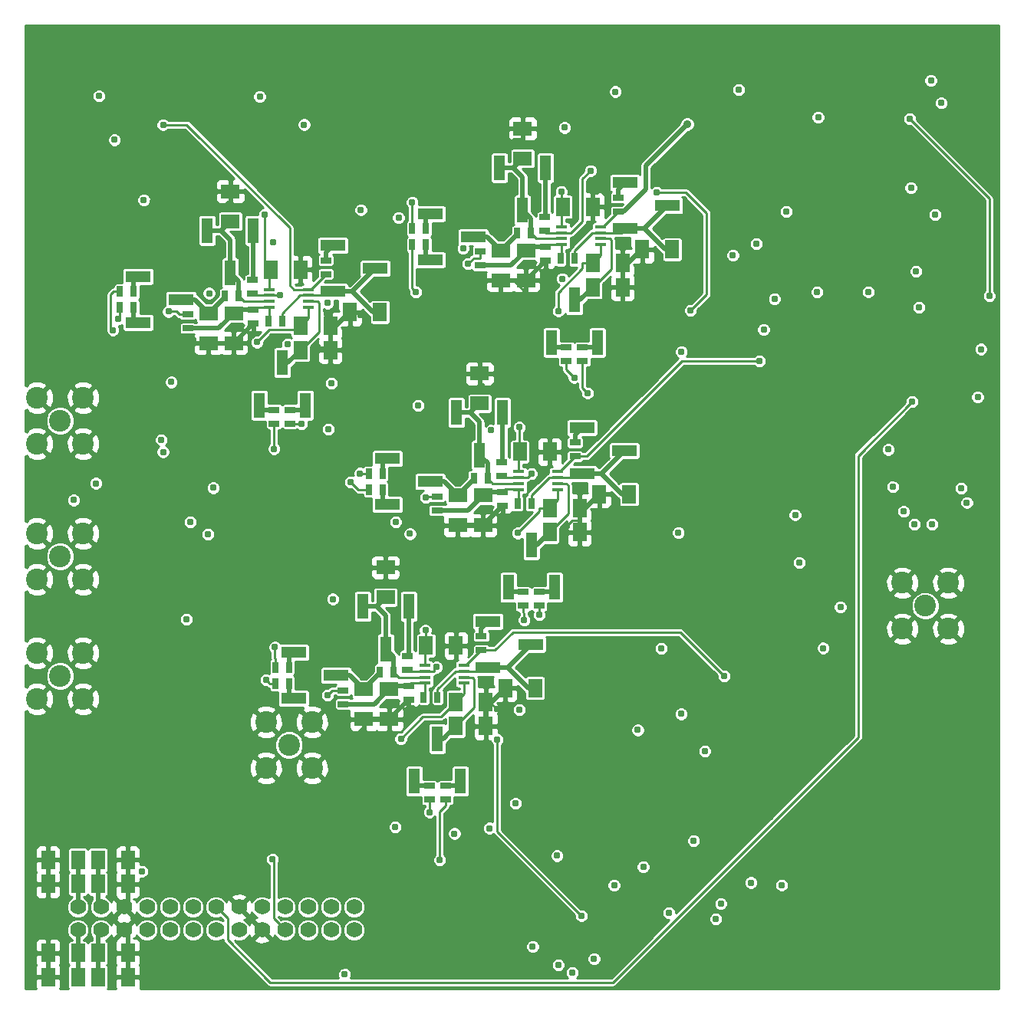
<source format=gbl>
G04 (created by PCBNEW (2013-may-18)-stable) date 2014年05月08日 星期四 12时33分24秒*
%MOIN*%
G04 Gerber Fmt 3.4, Leading zero omitted, Abs format*
%FSLAX34Y34*%
G01*
G70*
G90*
G04 APERTURE LIST*
%ADD10C,0.00590551*%
%ADD11C,0.0693*%
%ADD12R,0.08X0.06*%
%ADD13R,0.06X0.08*%
%ADD14R,0.045X0.025*%
%ADD15R,0.025X0.045*%
%ADD16R,0.05X0.015*%
%ADD17R,0.05X0.11*%
%ADD18R,0.11X0.05*%
%ADD19C,0.0944882*%
%ADD20C,0.031*%
%ADD21C,0.035*%
%ADD22C,0.01*%
%ADD23C,0.02*%
G04 APERTURE END LIST*
G54D10*
G54D11*
X49500Y-59125D03*
X49500Y-60125D03*
X46500Y-59125D03*
X46500Y-60125D03*
X45500Y-59125D03*
X45500Y-60125D03*
X37500Y-60125D03*
X37500Y-59125D03*
X38500Y-60125D03*
X38500Y-59125D03*
X39500Y-60125D03*
X39500Y-59125D03*
X40500Y-60125D03*
X40500Y-59125D03*
X41500Y-60125D03*
X41500Y-59125D03*
X42500Y-60125D03*
X42500Y-59125D03*
X43500Y-60125D03*
X43500Y-59125D03*
X44500Y-60125D03*
X44500Y-59125D03*
X47500Y-60125D03*
X47500Y-59125D03*
X48500Y-60125D03*
X48500Y-59125D03*
G54D12*
X56975Y-30575D03*
X56975Y-31875D03*
X50875Y-45649D03*
X50875Y-44349D03*
X49925Y-49649D03*
X49925Y-50949D03*
G54D13*
X53925Y-51250D03*
X55225Y-51250D03*
X56075Y-49599D03*
X57375Y-49599D03*
G54D12*
X55875Y-30575D03*
X55875Y-31875D03*
G54D13*
X59875Y-32175D03*
X61175Y-32175D03*
G54D12*
X56825Y-26575D03*
X56825Y-25275D03*
G54D13*
X62025Y-30525D03*
X63325Y-30525D03*
G54D12*
X51025Y-49649D03*
X51025Y-50949D03*
G54D13*
X49325Y-33250D03*
X50625Y-33250D03*
G54D12*
X44125Y-29300D03*
X44125Y-28000D03*
G54D13*
X47175Y-34899D03*
X48475Y-34899D03*
G54D12*
X43175Y-33300D03*
X43175Y-34600D03*
X44275Y-33300D03*
X44275Y-34600D03*
G54D13*
X37500Y-61125D03*
X36200Y-61125D03*
X38375Y-61125D03*
X39675Y-61125D03*
X39675Y-57075D03*
X38375Y-57075D03*
X37500Y-62175D03*
X36200Y-62175D03*
X36200Y-58125D03*
X37500Y-58125D03*
X38375Y-62175D03*
X39675Y-62175D03*
X39675Y-58125D03*
X38375Y-58125D03*
X36200Y-57075D03*
X37500Y-57075D03*
X60150Y-41175D03*
X61450Y-41175D03*
G54D12*
X55100Y-41225D03*
X55100Y-42525D03*
X54950Y-37225D03*
X54950Y-35925D03*
G54D13*
X58000Y-42825D03*
X59300Y-42825D03*
G54D12*
X54000Y-41225D03*
X54000Y-42525D03*
G54D14*
X59425Y-34775D03*
X59425Y-35375D03*
G54D15*
X52025Y-29625D03*
X52625Y-29625D03*
G54D14*
X58725Y-35375D03*
X58725Y-34775D03*
G54D15*
X58475Y-30925D03*
X59075Y-30925D03*
X56575Y-29825D03*
X57175Y-29825D03*
G54D14*
X60975Y-28275D03*
X60975Y-28875D03*
X54975Y-30625D03*
X54975Y-31225D03*
X57825Y-30425D03*
X57825Y-31025D03*
X57775Y-29125D03*
X57775Y-29725D03*
G54D15*
X52625Y-30325D03*
X52025Y-30325D03*
X43875Y-32550D03*
X44475Y-32550D03*
G54D14*
X48275Y-30999D03*
X48275Y-31599D03*
G54D15*
X45775Y-33650D03*
X46375Y-33650D03*
G54D14*
X46025Y-38099D03*
X46025Y-37499D03*
X46725Y-37499D03*
X46725Y-38099D03*
G54D15*
X39325Y-32350D03*
X39925Y-32350D03*
X39925Y-33050D03*
X39325Y-33050D03*
G54D14*
X45075Y-31850D03*
X45075Y-32450D03*
X45125Y-33150D03*
X45125Y-33750D03*
X42275Y-33350D03*
X42275Y-33950D03*
G54D15*
X50750Y-40975D03*
X50150Y-40975D03*
G54D14*
X53100Y-41275D03*
X53100Y-41875D03*
X55950Y-41075D03*
X55950Y-41675D03*
X55900Y-39775D03*
X55900Y-40375D03*
G54D15*
X54700Y-40475D03*
X55300Y-40475D03*
X50150Y-40275D03*
X50750Y-40275D03*
G54D14*
X57550Y-45425D03*
X57550Y-46025D03*
X56850Y-46025D03*
X56850Y-45425D03*
G54D15*
X56600Y-41575D03*
X57200Y-41575D03*
G54D14*
X59100Y-38925D03*
X59100Y-39525D03*
X49025Y-49699D03*
X49025Y-50299D03*
X51875Y-49499D03*
X51875Y-50099D03*
X51825Y-48199D03*
X51825Y-48799D03*
G54D15*
X50625Y-48899D03*
X51225Y-48899D03*
X46075Y-48699D03*
X46675Y-48699D03*
G54D14*
X55025Y-47350D03*
X55025Y-47950D03*
G54D15*
X52525Y-49999D03*
X53125Y-49999D03*
G54D14*
X52775Y-54450D03*
X52775Y-53850D03*
X53475Y-53850D03*
X53475Y-54450D03*
G54D15*
X46675Y-49399D03*
X46075Y-49399D03*
G54D16*
X60225Y-29541D03*
X60225Y-29797D03*
X60225Y-30053D03*
X60225Y-30309D03*
X58525Y-30309D03*
X58525Y-30053D03*
X58525Y-29797D03*
X58525Y-29541D03*
X58350Y-40191D03*
X58350Y-40447D03*
X58350Y-40703D03*
X58350Y-40959D03*
X56650Y-40959D03*
X56650Y-40703D03*
X56650Y-40447D03*
X56650Y-40191D03*
X47525Y-32266D03*
X47525Y-32522D03*
X47525Y-32778D03*
X47525Y-33034D03*
X45825Y-33034D03*
X45825Y-32778D03*
X45825Y-32522D03*
X45825Y-32266D03*
X54275Y-48615D03*
X54275Y-48871D03*
X54275Y-49127D03*
X54275Y-49383D03*
X52575Y-49383D03*
X52575Y-49127D03*
X52575Y-48871D03*
X52575Y-48615D03*
G54D17*
X46375Y-35450D03*
X47375Y-37300D03*
X45375Y-37300D03*
G54D18*
X50425Y-31350D03*
X48575Y-32350D03*
X48575Y-30350D03*
G54D17*
X59075Y-32725D03*
X60075Y-34575D03*
X58075Y-34575D03*
X50875Y-47899D03*
X49875Y-46049D03*
X51875Y-46049D03*
G54D18*
X48725Y-49050D03*
X46875Y-50050D03*
X46875Y-48050D03*
G54D17*
X53125Y-51799D03*
X54125Y-53649D03*
X52125Y-53649D03*
G54D18*
X57175Y-47699D03*
X55325Y-48699D03*
X55325Y-46699D03*
X63125Y-28625D03*
X61275Y-29625D03*
X61275Y-27625D03*
G54D17*
X44125Y-31550D03*
X43125Y-29700D03*
X45125Y-29700D03*
G54D18*
X54675Y-29975D03*
X52825Y-30975D03*
X52825Y-28975D03*
G54D17*
X56825Y-28825D03*
X55825Y-26975D03*
X57825Y-26975D03*
G54D18*
X41975Y-32699D03*
X40125Y-33699D03*
X40125Y-31699D03*
G54D17*
X54950Y-39475D03*
X53950Y-37625D03*
X55950Y-37625D03*
G54D18*
X52800Y-40625D03*
X50950Y-41625D03*
X50950Y-39625D03*
G54D17*
X57200Y-43375D03*
X58200Y-45225D03*
X56200Y-45225D03*
G54D18*
X61250Y-39275D03*
X59400Y-40275D03*
X59400Y-38275D03*
G54D19*
X36725Y-49075D03*
X35725Y-48075D03*
X37725Y-48075D03*
X37725Y-50075D03*
X35725Y-50075D03*
X36725Y-43875D03*
X35725Y-42875D03*
X37725Y-42875D03*
X37725Y-44875D03*
X35725Y-44875D03*
X36725Y-37975D03*
X35725Y-36975D03*
X37725Y-36975D03*
X37725Y-38975D03*
X35725Y-38975D03*
X46675Y-52075D03*
X47675Y-51075D03*
X47675Y-53075D03*
X45675Y-53075D03*
X45675Y-51075D03*
X74325Y-46025D03*
X73325Y-45025D03*
X75325Y-45025D03*
X75325Y-47025D03*
X73325Y-47025D03*
G54D13*
X56700Y-39325D03*
X58000Y-39325D03*
X59300Y-41775D03*
X58000Y-41775D03*
X52625Y-47750D03*
X53925Y-47750D03*
X55225Y-50199D03*
X53925Y-50199D03*
X58575Y-28675D03*
X59875Y-28675D03*
X61175Y-31125D03*
X59875Y-31125D03*
X45875Y-31399D03*
X47175Y-31399D03*
X48475Y-33850D03*
X47175Y-33850D03*
G54D20*
X59375Y-59500D03*
X55725Y-51850D03*
X73650Y-24850D03*
X75880Y-40909D03*
X70634Y-46075D03*
X65225Y-59633D03*
X58373Y-61635D03*
X49796Y-28799D03*
X68286Y-28879D03*
X77105Y-32535D03*
X43141Y-42907D03*
X41202Y-39329D03*
X76129Y-41532D03*
X73850Y-42475D03*
X64125Y-33175D03*
X62650Y-28050D03*
X60858Y-23662D03*
X66208Y-23575D03*
X60800Y-58182D03*
X64259Y-56235D03*
X39250Y-33538D03*
X41559Y-36290D03*
X43202Y-32430D03*
X49351Y-40640D03*
X47220Y-38115D03*
X59646Y-36766D03*
X40360Y-28375D03*
X46612Y-34644D03*
X53225Y-57075D03*
X74756Y-29003D03*
X43375Y-40887D03*
X45403Y-23882D03*
X57550Y-46408D03*
X69891Y-47859D03*
X64738Y-52337D03*
X61830Y-51425D03*
X71850Y-32367D03*
X63593Y-42840D03*
X51931Y-42887D03*
X58551Y-31797D03*
X54237Y-30480D03*
X58504Y-28003D03*
X52600Y-47086D03*
X38410Y-23852D03*
X62850Y-47874D03*
X45686Y-49250D03*
X48385Y-38342D03*
X56678Y-38256D03*
X58645Y-25222D03*
X45605Y-29006D03*
X52190Y-32377D03*
X37310Y-41425D03*
X63189Y-59375D03*
X57260Y-60840D03*
X67771Y-32683D03*
X74049Y-33049D03*
X68667Y-42065D03*
X72907Y-40845D03*
X65437Y-58975D03*
X42212Y-46603D03*
X74568Y-23168D03*
X55379Y-55692D03*
X65962Y-30775D03*
X72716Y-39225D03*
X74620Y-42475D03*
X68075Y-58166D03*
X58982Y-61980D03*
X48354Y-32857D03*
X58383Y-33200D03*
X62069Y-57375D03*
X48575Y-45730D03*
X73700Y-27834D03*
X49758Y-40262D03*
X69625Y-32374D03*
X63726Y-34975D03*
X63710Y-50725D03*
X51305Y-42375D03*
X69665Y-24775D03*
X47331Y-25093D03*
X42383Y-42375D03*
X56617Y-42857D03*
X56893Y-46643D03*
X59066Y-36093D03*
X39024Y-34030D03*
X52026Y-28475D03*
X48509Y-36350D03*
X51532Y-51800D03*
X67300Y-34003D03*
X58325Y-56889D03*
X52275Y-37308D03*
X46025Y-39193D03*
X45281Y-34554D03*
X39091Y-25758D03*
X53864Y-55927D03*
X52775Y-54992D03*
X46061Y-47825D03*
X52615Y-41312D03*
X57205Y-40277D03*
X55450Y-38391D03*
X67125Y-35375D03*
X41435Y-33224D03*
X41125Y-38799D03*
X46275Y-32525D03*
X41200Y-25099D03*
X48356Y-49901D03*
X56514Y-54618D03*
X51291Y-55642D03*
X56681Y-50538D03*
X59930Y-61370D03*
X53090Y-48688D03*
X65575Y-49075D03*
X54457Y-31142D03*
X59780Y-27097D03*
X51436Y-29150D03*
G54D21*
X63975Y-25075D03*
G54D20*
X68846Y-44142D03*
X45985Y-30213D03*
X45952Y-57051D03*
X66747Y-58061D03*
X49090Y-62050D03*
X73389Y-41919D03*
X66981Y-30275D03*
X38277Y-40693D03*
X40290Y-57565D03*
X73925Y-31471D03*
X75016Y-24153D03*
X73750Y-37150D03*
X76603Y-36944D03*
X76739Y-34860D03*
X74100Y-28425D03*
X41500Y-47250D03*
X41925Y-43075D03*
X65475Y-32825D03*
X65050Y-33225D03*
X70200Y-34400D03*
X72225Y-33025D03*
X74625Y-33000D03*
X74525Y-32350D03*
X69800Y-30525D03*
X72825Y-31700D03*
X64725Y-25075D03*
X67675Y-26825D03*
X70425Y-41275D03*
X73175Y-43325D03*
X59075Y-52425D03*
X62175Y-53275D03*
X66725Y-48475D03*
X66525Y-44675D03*
X66225Y-45575D03*
X54675Y-58825D03*
X56125Y-59825D03*
X52975Y-60175D03*
X52875Y-58875D03*
X56625Y-58875D03*
X57875Y-59125D03*
X49525Y-52875D03*
X49525Y-51675D03*
X48425Y-53925D03*
X46875Y-55075D03*
X44425Y-47375D03*
X44875Y-48375D03*
X44025Y-49725D03*
X43475Y-51275D03*
X46725Y-45775D03*
X46325Y-43875D03*
X46125Y-41075D03*
X47375Y-41725D03*
X45175Y-40475D03*
X45175Y-41375D03*
X43825Y-37475D03*
X45275Y-38275D03*
X48325Y-33325D03*
X49775Y-33375D03*
X42575Y-36825D03*
X43475Y-36775D03*
X39575Y-36725D03*
X40875Y-36475D03*
X55700Y-50525D03*
X55858Y-42682D03*
X67687Y-39966D03*
X69144Y-39930D03*
X56833Y-32735D03*
X58735Y-42533D03*
X66025Y-57731D03*
X63615Y-57460D03*
X47615Y-30266D03*
X57710Y-37762D03*
X58647Y-57625D03*
X55050Y-36489D03*
X61136Y-55763D03*
X43710Y-28743D03*
X74025Y-38800D03*
X62731Y-42975D03*
X56051Y-26105D03*
X52225Y-50544D03*
X48475Y-47302D03*
X51557Y-44405D03*
X67600Y-53643D03*
X70485Y-45385D03*
X47919Y-34788D03*
X75984Y-37118D03*
X59645Y-59091D03*
X56095Y-56886D03*
X61688Y-40237D03*
X54065Y-46773D03*
X53675Y-33035D03*
X67255Y-29728D03*
X64045Y-30019D03*
X60010Y-28014D03*
X66678Y-54443D03*
X42501Y-34485D03*
X61507Y-33553D03*
X36200Y-59252D03*
G54D22*
X55725Y-55850D02*
X59375Y-59500D01*
X55725Y-51850D02*
X55725Y-55850D01*
X77105Y-28305D02*
X77105Y-32535D01*
X73650Y-24850D02*
X77105Y-28305D01*
G54D23*
X37500Y-62175D02*
X37500Y-61125D01*
X37500Y-61125D02*
X37500Y-60125D01*
G54D22*
X64825Y-32475D02*
X64125Y-33175D01*
X64825Y-28950D02*
X64825Y-32475D01*
X63925Y-28050D02*
X64825Y-28950D01*
X62650Y-28050D02*
X63925Y-28050D01*
X58525Y-29541D02*
X58525Y-29540D01*
X56650Y-40191D02*
X56650Y-40190D01*
G54D23*
X38375Y-62175D02*
X38375Y-61125D01*
X38375Y-60250D02*
X38500Y-60125D01*
X38375Y-61125D02*
X38375Y-60250D01*
G54D22*
X52575Y-48615D02*
X52575Y-48615D01*
X39325Y-33050D02*
X39325Y-33425D01*
X39325Y-33463D02*
X39250Y-33538D01*
X39325Y-33425D02*
X39325Y-33463D01*
X45825Y-32265D02*
X45825Y-32266D01*
X47204Y-38099D02*
X47220Y-38115D01*
X46725Y-38099D02*
X47204Y-38099D01*
X57550Y-46025D02*
X57550Y-46408D01*
X58525Y-29540D02*
X58525Y-29132D01*
X58525Y-28725D02*
X58575Y-28675D01*
X58525Y-29132D02*
X58525Y-28725D01*
X58504Y-29112D02*
X58504Y-28003D01*
X58525Y-29132D02*
X58504Y-29112D01*
X52575Y-47799D02*
X52600Y-47775D01*
X52575Y-48615D02*
X52575Y-47799D01*
X52600Y-47775D02*
X52625Y-47750D01*
X52600Y-47775D02*
X52600Y-47086D01*
X45799Y-49363D02*
X45686Y-49250D01*
X45799Y-49399D02*
X45799Y-49363D01*
X46075Y-49399D02*
X45799Y-49399D01*
X49685Y-40975D02*
X49351Y-40640D01*
X50150Y-40975D02*
X49685Y-40975D01*
X59425Y-36545D02*
X59646Y-36766D01*
X59425Y-35375D02*
X59425Y-36545D01*
X56650Y-39375D02*
X56678Y-39346D01*
X56650Y-40190D02*
X56650Y-39375D01*
X56678Y-39346D02*
X56700Y-39325D01*
X56678Y-39346D02*
X56678Y-38256D01*
X45825Y-31450D02*
X45850Y-31425D01*
X45825Y-32265D02*
X45825Y-31450D01*
X45850Y-31425D02*
X45875Y-31399D01*
X45605Y-31180D02*
X45605Y-29006D01*
X45850Y-31425D02*
X45605Y-31180D01*
X53225Y-54975D02*
X53475Y-54725D01*
X53225Y-57075D02*
X53225Y-54975D01*
X53475Y-54450D02*
X53475Y-54725D01*
X52025Y-32212D02*
X52025Y-30325D01*
X52190Y-32377D02*
X52025Y-32212D01*
G54D23*
X37500Y-58125D02*
X37500Y-59125D01*
X37500Y-57075D02*
X37500Y-58125D01*
X38375Y-58999D02*
X38500Y-59125D01*
X38375Y-58125D02*
X38375Y-58999D01*
X38375Y-57075D02*
X38375Y-58125D01*
G54D22*
X60225Y-30308D02*
X60225Y-30309D01*
X58350Y-40958D02*
X58350Y-40959D01*
X47525Y-33034D02*
X47525Y-33034D01*
X60225Y-30775D02*
X59875Y-31125D01*
X60225Y-30309D02*
X60225Y-30775D01*
X59875Y-31125D02*
X59424Y-31125D01*
X54275Y-49384D02*
X54275Y-49383D01*
X50150Y-40275D02*
X49874Y-40275D01*
X49770Y-40275D02*
X49758Y-40262D01*
X49874Y-40275D02*
X49770Y-40275D01*
X59424Y-31355D02*
X59424Y-31125D01*
X58383Y-32397D02*
X59424Y-31355D01*
X58383Y-33200D02*
X58383Y-32397D01*
X58350Y-41425D02*
X58000Y-41775D01*
X58350Y-40959D02*
X58350Y-41425D01*
X58000Y-41775D02*
X57549Y-41775D01*
X56893Y-46343D02*
X56893Y-46643D01*
X56850Y-46300D02*
X56893Y-46343D01*
X56850Y-46025D02*
X56850Y-46300D01*
X58725Y-35752D02*
X58725Y-35375D01*
X59066Y-36093D02*
X58725Y-35752D01*
X38931Y-33937D02*
X39024Y-34030D01*
X38931Y-32468D02*
X38931Y-33937D01*
X39049Y-32350D02*
X38931Y-32468D01*
X39325Y-32350D02*
X39049Y-32350D01*
X52026Y-29248D02*
X52026Y-28475D01*
X52025Y-29249D02*
X52026Y-29248D01*
X52025Y-29625D02*
X52025Y-29249D01*
X54275Y-49850D02*
X54100Y-50025D01*
X54275Y-49384D02*
X54275Y-49850D01*
X54100Y-50025D02*
X53925Y-50199D01*
X52483Y-50849D02*
X51532Y-51800D01*
X53275Y-50849D02*
X52483Y-50849D01*
X54100Y-50025D02*
X53275Y-50849D01*
X47525Y-33499D02*
X47350Y-33675D01*
X47525Y-33034D02*
X47525Y-33499D01*
X47350Y-33675D02*
X47175Y-33850D01*
X45810Y-34025D02*
X45281Y-34554D01*
X46999Y-34025D02*
X45810Y-34025D01*
X47350Y-33675D02*
X46999Y-34025D01*
X46025Y-38099D02*
X46025Y-39193D01*
X52775Y-54992D02*
X52775Y-54450D01*
X46075Y-48699D02*
X46075Y-48324D01*
X46061Y-48311D02*
X46061Y-47825D01*
X46075Y-48324D02*
X46061Y-48311D01*
X57549Y-41925D02*
X56617Y-42857D01*
X57549Y-41775D02*
X57549Y-41925D01*
X52687Y-41312D02*
X52724Y-41275D01*
X52615Y-41312D02*
X52687Y-41312D01*
X53100Y-41275D02*
X52724Y-41275D01*
G54D23*
X55250Y-41075D02*
X55100Y-41225D01*
X55950Y-41075D02*
X55250Y-41075D01*
X54450Y-41875D02*
X55100Y-41225D01*
X53100Y-41875D02*
X54450Y-41875D01*
G54D22*
X56650Y-40958D02*
X56650Y-40959D01*
X56065Y-40958D02*
X56650Y-40958D01*
X55950Y-41075D02*
X56065Y-40958D01*
X56650Y-41525D02*
X56600Y-41575D01*
X56650Y-40959D02*
X56650Y-41525D01*
X56650Y-40447D02*
X56649Y-40447D01*
X55972Y-40447D02*
X55900Y-40375D01*
X56649Y-40447D02*
X55972Y-40447D01*
X56649Y-40447D02*
X56650Y-40447D01*
X57050Y-40433D02*
X57205Y-40277D01*
X57050Y-40447D02*
X57050Y-40433D01*
X56650Y-40447D02*
X57050Y-40447D01*
X63750Y-35375D02*
X67125Y-35375D01*
X59600Y-39525D02*
X63750Y-35375D01*
X59100Y-39525D02*
X59600Y-39525D01*
X58350Y-40191D02*
X58350Y-40191D01*
X58434Y-40191D02*
X59100Y-39525D01*
X58350Y-40191D02*
X58434Y-40191D01*
X58350Y-40191D02*
X58350Y-40190D01*
X41774Y-33224D02*
X41899Y-33350D01*
X41435Y-33224D02*
X41774Y-33224D01*
X42275Y-33350D02*
X41899Y-33350D01*
X45240Y-33034D02*
X45125Y-33150D01*
X45825Y-33034D02*
X45240Y-33034D01*
X45825Y-33034D02*
X45825Y-33034D01*
X45825Y-33599D02*
X45775Y-33650D01*
X45825Y-33034D02*
X45825Y-33599D01*
G54D23*
X44275Y-33299D02*
X44350Y-33225D01*
X43625Y-33950D02*
X44275Y-33299D01*
X42275Y-33950D02*
X43625Y-33950D01*
X44425Y-33150D02*
X45125Y-33150D01*
X44350Y-33225D02*
X44425Y-33150D01*
G54D22*
X44275Y-33300D02*
X44275Y-33300D01*
X44350Y-33225D02*
X44275Y-33300D01*
X46272Y-32521D02*
X45824Y-32521D01*
X46275Y-32525D02*
X46272Y-32521D01*
X45147Y-32521D02*
X45075Y-32450D01*
X45824Y-32521D02*
X45147Y-32521D01*
X45824Y-32521D02*
X45825Y-32522D01*
X46890Y-32265D02*
X47524Y-32265D01*
X46700Y-32075D02*
X46890Y-32265D01*
X46700Y-29575D02*
X46700Y-32075D01*
X42225Y-25099D02*
X46700Y-29575D01*
X41200Y-25099D02*
X42225Y-25099D01*
X47609Y-32265D02*
X48275Y-31599D01*
X47524Y-32265D02*
X47609Y-32265D01*
X47524Y-32265D02*
X47525Y-32266D01*
X48558Y-49699D02*
X48356Y-49901D01*
X49025Y-49699D02*
X48558Y-49699D01*
X52575Y-49383D02*
X52174Y-49383D01*
X52575Y-49384D02*
X52174Y-49384D01*
X52575Y-49950D02*
X52575Y-49384D01*
X52525Y-49999D02*
X52575Y-49950D01*
X51990Y-49384D02*
X51875Y-49499D01*
X52174Y-49384D02*
X51990Y-49384D01*
X52174Y-49384D02*
X52174Y-49383D01*
X51025Y-49649D02*
X51025Y-49650D01*
G54D23*
X51175Y-49499D02*
X51025Y-49650D01*
X51875Y-49499D02*
X51175Y-49499D01*
X50375Y-50299D02*
X49025Y-50299D01*
X51025Y-49650D02*
X50375Y-50299D01*
X51025Y-49650D02*
X51025Y-49650D01*
G54D22*
X52575Y-48871D02*
X52574Y-48871D01*
X51897Y-48871D02*
X51825Y-48799D01*
X52574Y-48871D02*
X51897Y-48871D01*
X52574Y-48871D02*
X52575Y-48871D01*
X52975Y-48803D02*
X52975Y-48871D01*
X53090Y-48688D02*
X52975Y-48803D01*
X52575Y-48871D02*
X52975Y-48871D01*
X55625Y-47950D02*
X55025Y-47950D01*
X56400Y-47175D02*
X55625Y-47950D01*
X63675Y-47175D02*
X56400Y-47175D01*
X65575Y-49075D02*
X63675Y-47175D01*
X54275Y-48615D02*
X54275Y-48615D01*
X54359Y-48615D02*
X55025Y-47950D01*
X54275Y-48615D02*
X54359Y-48615D01*
X54275Y-48615D02*
X54275Y-48615D01*
X54975Y-30625D02*
X54975Y-30900D01*
X54699Y-30900D02*
X54457Y-31142D01*
X54975Y-30900D02*
X54699Y-30900D01*
G54D23*
X56325Y-31225D02*
X56975Y-30575D01*
X54975Y-31225D02*
X56325Y-31225D01*
X57125Y-30425D02*
X56975Y-30575D01*
X57825Y-30425D02*
X57125Y-30425D01*
G54D22*
X58525Y-30875D02*
X58525Y-30309D01*
X58475Y-30925D02*
X58525Y-30875D01*
X57940Y-30308D02*
X57825Y-30425D01*
X58525Y-30308D02*
X57940Y-30308D01*
X58525Y-30309D02*
X58525Y-30308D01*
X58525Y-29797D02*
X58524Y-29797D01*
X57847Y-29797D02*
X57775Y-29725D01*
X58524Y-29797D02*
X57847Y-29797D01*
X58524Y-29797D02*
X58525Y-29797D01*
X59424Y-27453D02*
X59780Y-27097D01*
X59424Y-29297D02*
X59424Y-27453D01*
X58925Y-29797D02*
X59424Y-29297D01*
X58525Y-29797D02*
X58925Y-29797D01*
G54D23*
X61225Y-28875D02*
X60975Y-28875D01*
X62175Y-27925D02*
X61225Y-28875D01*
X62175Y-26875D02*
X62175Y-27925D01*
X63975Y-25075D02*
X62175Y-26875D01*
G54D22*
X60225Y-29541D02*
X60225Y-29541D01*
X60309Y-29541D02*
X60975Y-28875D01*
X60225Y-29541D02*
X60309Y-29541D01*
X60225Y-29541D02*
X60225Y-29540D01*
X46000Y-57098D02*
X45952Y-57051D01*
X46000Y-59625D02*
X46000Y-57098D01*
X46500Y-60125D02*
X46000Y-59625D01*
X44000Y-59625D02*
X43500Y-59125D01*
X44000Y-60550D02*
X44000Y-59625D01*
X45850Y-62400D02*
X44000Y-60550D01*
X60750Y-62400D02*
X45850Y-62400D01*
X71400Y-51750D02*
X60750Y-62400D01*
X71400Y-39500D02*
X71400Y-51750D01*
X73750Y-37150D02*
X71400Y-39500D01*
X72875Y-29650D02*
X72875Y-29750D01*
X74100Y-28425D02*
X72875Y-29650D01*
X41500Y-43500D02*
X41500Y-47250D01*
X41925Y-43075D02*
X41500Y-43500D01*
X71575Y-33025D02*
X70200Y-34400D01*
X72225Y-33025D02*
X71575Y-33025D01*
X72850Y-32350D02*
X74525Y-32350D01*
X72275Y-31775D02*
X72850Y-32350D01*
X71050Y-31775D02*
X72275Y-31775D01*
X69800Y-30525D02*
X71050Y-31775D01*
X72875Y-29750D02*
X72825Y-29800D01*
X72825Y-29800D02*
X72825Y-31700D01*
X59075Y-52425D02*
X59925Y-53275D01*
X59925Y-53275D02*
X62175Y-53275D01*
X66725Y-48475D02*
X66725Y-48725D01*
X66725Y-48725D02*
X62175Y-53275D01*
X66725Y-48475D02*
X66225Y-47975D01*
X66225Y-47975D02*
X66225Y-45575D01*
X66525Y-44675D02*
X66225Y-44975D01*
X66225Y-44975D02*
X66225Y-45575D01*
X56125Y-59825D02*
X55775Y-60175D01*
X55775Y-60175D02*
X52975Y-60175D01*
X56625Y-58875D02*
X56875Y-59125D01*
X56875Y-59125D02*
X57875Y-59125D01*
X49525Y-51675D02*
X49925Y-51275D01*
X49925Y-51275D02*
X49925Y-50949D01*
X48475Y-33850D02*
X48475Y-33475D01*
X48475Y-33475D02*
X48325Y-33325D01*
X49775Y-33375D02*
X49650Y-33250D01*
X49650Y-33250D02*
X49325Y-33250D01*
X55374Y-50199D02*
X55225Y-50199D01*
X55700Y-50525D02*
X55374Y-50199D01*
G54D23*
X36200Y-57075D02*
X36200Y-58125D01*
X39675Y-60299D02*
X39500Y-60125D01*
X39675Y-61125D02*
X39675Y-60299D01*
X39675Y-62175D02*
X39675Y-61125D01*
X39675Y-58950D02*
X39500Y-59125D01*
X39675Y-58125D02*
X39675Y-58950D01*
X39675Y-57075D02*
X39675Y-58125D01*
X55475Y-50199D02*
X56075Y-49599D01*
X55225Y-50199D02*
X55475Y-50199D01*
X59550Y-41775D02*
X60150Y-41175D01*
X59300Y-41775D02*
X59550Y-41775D01*
X61425Y-31125D02*
X62025Y-30525D01*
X61175Y-31125D02*
X61425Y-31125D01*
X61175Y-31125D02*
X61175Y-32175D01*
X56975Y-31875D02*
X57825Y-31025D01*
X54000Y-42525D02*
X55100Y-42525D01*
X55100Y-42525D02*
X55950Y-41675D01*
G54D22*
X55950Y-41675D02*
X55950Y-41950D01*
G54D23*
X55875Y-31875D02*
X56425Y-31875D01*
X56425Y-31875D02*
X56975Y-31875D01*
X59300Y-41775D02*
X59300Y-42300D01*
X59300Y-42300D02*
X59300Y-42825D01*
X51025Y-50950D02*
X51875Y-50099D01*
X51024Y-50950D02*
X51025Y-50950D01*
G54D22*
X51024Y-50950D02*
X51025Y-50949D01*
G54D23*
X44275Y-34599D02*
X45125Y-33750D01*
X44274Y-34599D02*
X44275Y-34599D01*
X48725Y-33850D02*
X49325Y-33250D01*
X48475Y-33850D02*
X48725Y-33850D01*
G54D22*
X58969Y-42300D02*
X58735Y-42533D01*
X59300Y-42300D02*
X58969Y-42300D01*
X47175Y-31399D02*
X47175Y-30849D01*
X58000Y-39325D02*
X58000Y-38774D01*
X55050Y-36475D02*
X55050Y-36489D01*
X54950Y-36375D02*
X55050Y-36475D01*
X54950Y-35925D02*
X54950Y-36375D01*
G54D23*
X43175Y-34599D02*
X44274Y-34599D01*
G54D22*
X43175Y-34599D02*
X43175Y-34600D01*
X44274Y-34599D02*
X44275Y-34600D01*
X44125Y-28000D02*
X44125Y-28450D01*
X44004Y-28450D02*
X43710Y-28743D01*
X44125Y-28450D02*
X44004Y-28450D01*
G54D23*
X49925Y-50950D02*
X49925Y-50950D01*
X49925Y-50950D02*
X51024Y-50950D01*
G54D22*
X49925Y-50950D02*
X49925Y-50949D01*
X56825Y-25275D02*
X56825Y-25725D01*
X56432Y-25725D02*
X56051Y-26105D01*
X56825Y-25725D02*
X56432Y-25725D01*
X52055Y-50374D02*
X52225Y-50544D01*
X51875Y-50374D02*
X52055Y-50374D01*
X51875Y-50099D02*
X51875Y-50374D01*
X50875Y-44349D02*
X51425Y-44349D01*
X56833Y-32283D02*
X56833Y-32735D01*
X56425Y-31875D02*
X56833Y-32283D01*
G54D23*
X48475Y-34627D02*
X48475Y-34899D01*
X48475Y-33850D02*
X48475Y-34627D01*
G54D22*
X48314Y-34788D02*
X47919Y-34788D01*
X48475Y-34627D02*
X48314Y-34788D01*
G54D23*
X55225Y-50199D02*
X55225Y-50725D01*
X55225Y-50725D02*
X55225Y-51250D01*
G54D22*
X55950Y-42590D02*
X55858Y-42682D01*
X55950Y-41950D02*
X55950Y-42590D01*
X51480Y-44405D02*
X51557Y-44405D01*
X51425Y-44349D02*
X51480Y-44405D01*
X57710Y-38484D02*
X57710Y-37762D01*
X58000Y-38774D02*
X57710Y-38484D01*
X53925Y-47750D02*
X53925Y-47200D01*
X54065Y-47059D02*
X54065Y-46773D01*
X53925Y-47200D02*
X54065Y-47059D01*
X59875Y-28675D02*
X59875Y-28124D01*
X59900Y-28124D02*
X60010Y-28014D01*
X59875Y-28124D02*
X59900Y-28124D01*
X47615Y-30409D02*
X47615Y-30266D01*
X47175Y-30849D02*
X47615Y-30409D01*
G54D23*
X43175Y-34599D02*
X43175Y-34599D01*
X43175Y-34599D02*
X43175Y-34599D01*
G54D22*
X42550Y-34535D02*
X42501Y-34485D01*
X43110Y-34535D02*
X42550Y-34535D01*
X43110Y-34535D02*
X43110Y-34535D01*
X43175Y-34599D02*
X43110Y-34535D01*
X61175Y-33220D02*
X61175Y-32175D01*
X61507Y-33553D02*
X61175Y-33220D01*
G54D23*
X36200Y-62175D02*
X36200Y-61125D01*
G54D22*
X36200Y-61125D02*
X36200Y-59252D01*
X36200Y-59252D02*
X36200Y-58125D01*
G54D23*
X58000Y-45425D02*
X58200Y-45225D01*
X57550Y-45425D02*
X58000Y-45425D01*
X50750Y-39825D02*
X50950Y-39625D01*
X50750Y-40275D02*
X50750Y-39825D01*
X59100Y-38575D02*
X59400Y-38275D01*
X59100Y-38925D02*
X59100Y-38575D01*
X56400Y-45425D02*
X56200Y-45225D01*
X56850Y-45425D02*
X56400Y-45425D01*
X50750Y-41425D02*
X50950Y-41625D01*
X50750Y-40975D02*
X50750Y-41425D01*
X55950Y-39725D02*
X55900Y-39775D01*
X55950Y-37625D02*
X55950Y-39725D01*
X54550Y-37625D02*
X54950Y-37225D01*
X53950Y-37625D02*
X54550Y-37625D01*
X54950Y-38025D02*
X54550Y-37625D01*
X54950Y-39475D02*
X54950Y-38025D01*
X55300Y-39825D02*
X54950Y-39475D01*
X55300Y-40475D02*
X55300Y-39825D01*
G54D22*
X56650Y-40702D02*
X56649Y-40702D01*
X55527Y-40702D02*
X55300Y-40475D01*
X56649Y-40702D02*
X55527Y-40702D01*
X56649Y-40702D02*
X56650Y-40702D01*
G54D23*
X54700Y-40525D02*
X54000Y-41225D01*
X54700Y-40475D02*
X54700Y-40525D01*
X53400Y-40625D02*
X54000Y-41225D01*
X52800Y-40625D02*
X53400Y-40625D01*
X60250Y-40275D02*
X61250Y-39275D01*
X59400Y-40275D02*
X60250Y-40275D01*
X61150Y-41175D02*
X60250Y-40275D01*
X61450Y-41175D02*
X61150Y-41175D01*
G54D22*
X57977Y-40447D02*
X58350Y-40447D01*
X57200Y-41225D02*
X57977Y-40447D01*
X57200Y-41575D02*
X57200Y-41225D01*
X59227Y-40447D02*
X59400Y-40275D01*
X58350Y-40447D02*
X59227Y-40447D01*
X58350Y-40447D02*
X58350Y-40447D01*
G54D23*
X57450Y-43375D02*
X58000Y-42825D01*
X57200Y-43375D02*
X57450Y-43375D01*
G54D22*
X58350Y-40702D02*
X58350Y-40702D01*
X58800Y-42025D02*
X58000Y-42825D01*
X58800Y-40775D02*
X58800Y-42025D01*
X58727Y-40702D02*
X58800Y-40775D01*
X58350Y-40702D02*
X58727Y-40702D01*
X58350Y-40702D02*
X58350Y-40702D01*
G54D23*
X57825Y-29075D02*
X57775Y-29125D01*
X57825Y-26975D02*
X57825Y-29075D01*
X52625Y-30775D02*
X52825Y-30975D01*
X52625Y-30325D02*
X52625Y-30775D01*
X52625Y-29175D02*
X52825Y-28975D01*
X52625Y-29625D02*
X52625Y-29175D01*
X59875Y-34775D02*
X60075Y-34575D01*
X59425Y-34775D02*
X59875Y-34775D01*
X58275Y-34775D02*
X58075Y-34575D01*
X58725Y-34775D02*
X58275Y-34775D01*
X59325Y-32725D02*
X59875Y-32175D01*
X59075Y-32725D02*
X59325Y-32725D01*
G54D22*
X60225Y-30052D02*
X60225Y-30052D01*
X60675Y-31375D02*
X59875Y-32175D01*
X60675Y-30125D02*
X60675Y-31375D01*
X60602Y-30052D02*
X60675Y-30125D01*
X60225Y-30052D02*
X60602Y-30052D01*
X60225Y-30052D02*
X60225Y-30052D01*
G54D23*
X55275Y-29975D02*
X55875Y-30575D01*
X54675Y-29975D02*
X55275Y-29975D01*
X56575Y-29875D02*
X55875Y-30575D01*
X56575Y-29825D02*
X56575Y-29875D01*
X63025Y-30525D02*
X62125Y-29625D01*
X63325Y-30525D02*
X63025Y-30525D01*
X61275Y-29625D02*
X62125Y-29625D01*
X62125Y-29625D02*
X63125Y-28625D01*
G54D22*
X59075Y-30575D02*
X59075Y-30925D01*
X59852Y-29797D02*
X59075Y-30575D01*
X60225Y-29797D02*
X59852Y-29797D01*
X61102Y-29797D02*
X60225Y-29797D01*
X61275Y-29625D02*
X61102Y-29797D01*
X60225Y-29797D02*
X60225Y-29797D01*
G54D23*
X60975Y-27925D02*
X61275Y-27625D01*
X60975Y-28275D02*
X60975Y-27925D01*
X55825Y-26975D02*
X56425Y-26975D01*
X56425Y-26975D02*
X56825Y-26575D01*
X57175Y-29175D02*
X56825Y-28825D01*
X57175Y-29825D02*
X57175Y-29175D01*
X56825Y-27375D02*
X56425Y-26975D01*
X56825Y-28825D02*
X56825Y-27375D01*
G54D22*
X58525Y-30052D02*
X58524Y-30052D01*
X57402Y-30052D02*
X57175Y-29825D01*
X58524Y-30052D02*
X57402Y-30052D01*
X58524Y-30052D02*
X58525Y-30052D01*
G54D23*
X53375Y-51799D02*
X53925Y-51250D01*
X53125Y-51799D02*
X53375Y-51799D01*
G54D22*
X54275Y-49128D02*
X54275Y-49128D01*
X54725Y-50450D02*
X53925Y-51250D01*
X54725Y-49199D02*
X54725Y-50450D01*
X54652Y-49128D02*
X54725Y-49199D01*
X54275Y-49128D02*
X54652Y-49128D01*
X54275Y-49128D02*
X54275Y-49127D01*
G54D23*
X55025Y-46999D02*
X55325Y-46699D01*
X55025Y-47350D02*
X55025Y-46999D01*
X51875Y-48150D02*
X51825Y-48199D01*
X51875Y-46050D02*
X51875Y-48150D01*
G54D22*
X51875Y-46050D02*
X51875Y-46049D01*
G54D23*
X46675Y-48250D02*
X46875Y-48050D01*
X46675Y-48699D02*
X46675Y-48250D01*
X46675Y-49850D02*
X46875Y-50050D01*
X46675Y-49399D02*
X46675Y-49850D01*
X49875Y-46050D02*
X50475Y-46050D01*
X51225Y-48250D02*
X50875Y-47899D01*
X51225Y-48899D02*
X51225Y-48250D01*
X50875Y-46450D02*
X50475Y-46050D01*
X50875Y-47899D02*
X50875Y-46450D01*
G54D22*
X52575Y-49128D02*
X52574Y-49128D01*
X51452Y-49128D02*
X51225Y-48899D01*
X52574Y-49128D02*
X51452Y-49128D01*
X52574Y-49128D02*
X52575Y-49127D01*
X49875Y-46049D02*
X49875Y-46050D01*
G54D23*
X50475Y-46050D02*
X50875Y-45650D01*
G54D22*
X50875Y-45650D02*
X50875Y-45649D01*
G54D23*
X52325Y-53850D02*
X52125Y-53650D01*
X52775Y-53850D02*
X52325Y-53850D01*
G54D22*
X52125Y-53650D02*
X52125Y-53649D01*
G54D23*
X53925Y-53850D02*
X54125Y-53650D01*
X53475Y-53850D02*
X53925Y-53850D01*
G54D22*
X54125Y-53650D02*
X54125Y-53649D01*
G54D23*
X50625Y-48950D02*
X50250Y-49325D01*
X50625Y-48899D02*
X50625Y-48950D01*
X49325Y-49050D02*
X48725Y-49050D01*
X49925Y-49650D02*
X49325Y-49050D01*
X50250Y-49325D02*
X49925Y-49650D01*
G54D22*
X50249Y-49325D02*
X49925Y-49649D01*
X50250Y-49325D02*
X50249Y-49325D01*
G54D23*
X55325Y-48699D02*
X56175Y-48699D01*
X57075Y-49599D02*
X56175Y-48699D01*
X57375Y-49599D02*
X57075Y-49599D01*
X56175Y-48699D02*
X57175Y-47699D01*
G54D22*
X53125Y-49650D02*
X53125Y-49999D01*
X53902Y-48871D02*
X53125Y-49650D01*
X54275Y-48871D02*
X53902Y-48871D01*
X55152Y-48871D02*
X54275Y-48871D01*
X55325Y-48699D02*
X55152Y-48871D01*
X54275Y-48871D02*
X54275Y-48871D01*
G54D23*
X48275Y-30650D02*
X48575Y-30350D01*
X48275Y-30999D02*
X48275Y-30650D01*
X49425Y-32350D02*
X50425Y-31350D01*
X48575Y-32350D02*
X49425Y-32350D01*
X50325Y-33250D02*
X49425Y-32350D01*
X50625Y-33250D02*
X50325Y-33250D01*
G54D22*
X47152Y-32521D02*
X47525Y-32521D01*
X46375Y-33299D02*
X47152Y-32521D01*
X46375Y-33650D02*
X46375Y-33299D01*
X48402Y-32521D02*
X48575Y-32350D01*
X47525Y-32521D02*
X48402Y-32521D01*
X47525Y-32521D02*
X47525Y-32522D01*
G54D23*
X45575Y-37499D02*
X45475Y-37399D01*
X46025Y-37499D02*
X45575Y-37499D01*
X45475Y-37399D02*
X45375Y-37299D01*
G54D22*
X45474Y-37399D02*
X45375Y-37300D01*
X45475Y-37399D02*
X45474Y-37399D01*
G54D23*
X47175Y-37499D02*
X47275Y-37399D01*
X46725Y-37499D02*
X47175Y-37499D01*
X47275Y-37399D02*
X47375Y-37299D01*
G54D22*
X47275Y-37399D02*
X47375Y-37300D01*
X47275Y-37399D02*
X47275Y-37399D01*
G54D23*
X45125Y-31799D02*
X45075Y-31850D01*
X45125Y-29700D02*
X45125Y-31799D01*
X45125Y-29699D02*
X45125Y-29700D01*
X39925Y-31899D02*
X40125Y-31699D01*
X39925Y-32350D02*
X39925Y-31899D01*
X39925Y-33499D02*
X40125Y-33699D01*
X39925Y-33050D02*
X39925Y-33499D01*
X42575Y-32699D02*
X43175Y-33299D01*
X41975Y-32699D02*
X42575Y-32699D01*
X43875Y-32599D02*
X43875Y-32550D01*
X43175Y-33299D02*
X43875Y-32599D01*
G54D22*
X43175Y-33299D02*
X43175Y-33300D01*
G54D23*
X46625Y-35450D02*
X47175Y-34899D01*
X46375Y-35450D02*
X46625Y-35450D01*
G54D22*
X47525Y-32778D02*
X47525Y-32778D01*
X47975Y-34099D02*
X47175Y-34899D01*
X47975Y-32850D02*
X47975Y-34099D01*
X47902Y-32778D02*
X47975Y-32850D01*
X47525Y-32778D02*
X47902Y-32778D01*
X47525Y-32778D02*
X47525Y-32778D01*
G54D23*
X43125Y-29699D02*
X43725Y-29699D01*
X44125Y-30099D02*
X43725Y-29699D01*
X44125Y-31550D02*
X44125Y-30099D01*
X44475Y-31899D02*
X44125Y-31550D01*
X44475Y-32550D02*
X44475Y-31899D01*
G54D22*
X45825Y-32778D02*
X45824Y-32778D01*
X44702Y-32778D02*
X44475Y-32550D01*
X45824Y-32778D02*
X44702Y-32778D01*
X45824Y-32778D02*
X45825Y-32778D01*
X43125Y-29700D02*
X43125Y-29699D01*
G54D23*
X43725Y-29699D02*
X43925Y-29499D01*
X43925Y-29499D02*
X44125Y-29299D01*
G54D22*
X43925Y-29499D02*
X44125Y-29300D01*
X43925Y-29499D02*
X43925Y-29499D01*
G54D10*
G36*
X77525Y-62675D02*
X77410Y-62675D01*
X77410Y-32474D01*
X77363Y-32362D01*
X77305Y-32303D01*
X77305Y-28305D01*
X77292Y-28241D01*
X77289Y-28228D01*
X77289Y-28228D01*
X77246Y-28163D01*
X75321Y-26238D01*
X75321Y-24092D01*
X75275Y-23980D01*
X75189Y-23894D01*
X75077Y-23848D01*
X74956Y-23848D01*
X74873Y-23882D01*
X74873Y-23107D01*
X74826Y-22995D01*
X74741Y-22909D01*
X74629Y-22863D01*
X74507Y-22863D01*
X74395Y-22909D01*
X74309Y-22995D01*
X74263Y-23107D01*
X74263Y-23228D01*
X74309Y-23340D01*
X74395Y-23426D01*
X74507Y-23473D01*
X74628Y-23473D01*
X74740Y-23426D01*
X74826Y-23341D01*
X74873Y-23229D01*
X74873Y-23107D01*
X74873Y-23882D01*
X74843Y-23894D01*
X74758Y-23980D01*
X74711Y-24092D01*
X74711Y-24213D01*
X74757Y-24325D01*
X74843Y-24411D01*
X74955Y-24458D01*
X75076Y-24458D01*
X75188Y-24412D01*
X75274Y-24326D01*
X75321Y-24214D01*
X75321Y-24092D01*
X75321Y-26238D01*
X73954Y-24872D01*
X73955Y-24789D01*
X73908Y-24677D01*
X73822Y-24591D01*
X73710Y-24545D01*
X73589Y-24544D01*
X73477Y-24591D01*
X73391Y-24677D01*
X73345Y-24789D01*
X73344Y-24910D01*
X73391Y-25022D01*
X73477Y-25108D01*
X73589Y-25154D01*
X73672Y-25155D01*
X76905Y-28387D01*
X76905Y-32303D01*
X76846Y-32362D01*
X76800Y-32474D01*
X76800Y-32595D01*
X76846Y-32707D01*
X76932Y-32793D01*
X77044Y-32840D01*
X77165Y-32840D01*
X77277Y-32793D01*
X77363Y-32708D01*
X77410Y-32596D01*
X77410Y-32474D01*
X77410Y-62675D01*
X77044Y-62675D01*
X77044Y-34800D01*
X76998Y-34688D01*
X76912Y-34602D01*
X76800Y-34555D01*
X76679Y-34555D01*
X76567Y-34602D01*
X76481Y-34687D01*
X76434Y-34799D01*
X76434Y-34921D01*
X76480Y-35033D01*
X76566Y-35119D01*
X76678Y-35165D01*
X76800Y-35165D01*
X76912Y-35119D01*
X76998Y-35033D01*
X77044Y-34921D01*
X77044Y-34800D01*
X77044Y-62675D01*
X76908Y-62675D01*
X76908Y-36883D01*
X76862Y-36771D01*
X76776Y-36685D01*
X76664Y-36639D01*
X76542Y-36639D01*
X76430Y-36685D01*
X76344Y-36771D01*
X76298Y-36883D01*
X76298Y-37004D01*
X76344Y-37116D01*
X76430Y-37202D01*
X76542Y-37249D01*
X76663Y-37249D01*
X76775Y-37203D01*
X76861Y-37117D01*
X76908Y-37005D01*
X76908Y-36883D01*
X76908Y-62675D01*
X76434Y-62675D01*
X76434Y-41472D01*
X76388Y-41360D01*
X76302Y-41274D01*
X76190Y-41227D01*
X76185Y-41227D01*
X76185Y-40848D01*
X76138Y-40736D01*
X76053Y-40650D01*
X75941Y-40604D01*
X75819Y-40604D01*
X75707Y-40650D01*
X75621Y-40736D01*
X75575Y-40848D01*
X75575Y-40969D01*
X75621Y-41081D01*
X75707Y-41167D01*
X75819Y-41214D01*
X75940Y-41214D01*
X76052Y-41168D01*
X76138Y-41082D01*
X76185Y-40970D01*
X76185Y-40848D01*
X76185Y-41227D01*
X76068Y-41227D01*
X75956Y-41273D01*
X75870Y-41359D01*
X75824Y-41471D01*
X75824Y-41593D01*
X75870Y-41705D01*
X75956Y-41791D01*
X76068Y-41837D01*
X76189Y-41837D01*
X76301Y-41791D01*
X76387Y-41705D01*
X76434Y-41593D01*
X76434Y-41472D01*
X76434Y-62675D01*
X76051Y-62675D01*
X76051Y-47147D01*
X76051Y-45147D01*
X76043Y-44860D01*
X75948Y-44633D01*
X75835Y-44585D01*
X75764Y-44655D01*
X75764Y-44514D01*
X75716Y-44401D01*
X75447Y-44298D01*
X75160Y-44306D01*
X75061Y-44348D01*
X75061Y-28943D01*
X75014Y-28831D01*
X74929Y-28745D01*
X74816Y-28698D01*
X74695Y-28698D01*
X74583Y-28744D01*
X74497Y-28830D01*
X74451Y-28942D01*
X74450Y-29064D01*
X74497Y-29176D01*
X74583Y-29262D01*
X74695Y-29308D01*
X74816Y-29308D01*
X74928Y-29262D01*
X75014Y-29176D01*
X75060Y-29064D01*
X75061Y-28943D01*
X75061Y-44348D01*
X74933Y-44401D01*
X74925Y-44420D01*
X74925Y-42414D01*
X74878Y-42302D01*
X74793Y-42216D01*
X74681Y-42170D01*
X74559Y-42169D01*
X74447Y-42216D01*
X74361Y-42302D01*
X74354Y-42318D01*
X74354Y-32989D01*
X74308Y-32877D01*
X74230Y-32798D01*
X74230Y-31410D01*
X74183Y-31298D01*
X74098Y-31212D01*
X74005Y-31174D01*
X74005Y-27773D01*
X73958Y-27661D01*
X73873Y-27575D01*
X73761Y-27529D01*
X73639Y-27529D01*
X73527Y-27575D01*
X73441Y-27661D01*
X73395Y-27773D01*
X73395Y-27894D01*
X73441Y-28006D01*
X73527Y-28092D01*
X73639Y-28139D01*
X73760Y-28139D01*
X73872Y-28092D01*
X73958Y-28007D01*
X74005Y-27895D01*
X74005Y-27773D01*
X74005Y-31174D01*
X73986Y-31166D01*
X73864Y-31166D01*
X73752Y-31212D01*
X73666Y-31298D01*
X73620Y-31410D01*
X73620Y-31531D01*
X73666Y-31643D01*
X73752Y-31729D01*
X73864Y-31776D01*
X73985Y-31776D01*
X74097Y-31729D01*
X74183Y-31644D01*
X74230Y-31532D01*
X74230Y-31410D01*
X74230Y-32798D01*
X74222Y-32791D01*
X74110Y-32744D01*
X73989Y-32744D01*
X73877Y-32791D01*
X73791Y-32876D01*
X73744Y-32988D01*
X73744Y-33110D01*
X73791Y-33222D01*
X73876Y-33308D01*
X73988Y-33354D01*
X74110Y-33354D01*
X74222Y-33308D01*
X74308Y-33222D01*
X74354Y-33110D01*
X74354Y-32989D01*
X74354Y-42318D01*
X74315Y-42414D01*
X74315Y-42535D01*
X74361Y-42647D01*
X74447Y-42733D01*
X74559Y-42779D01*
X74680Y-42780D01*
X74792Y-42733D01*
X74878Y-42647D01*
X74925Y-42535D01*
X74925Y-42414D01*
X74925Y-44420D01*
X74885Y-44514D01*
X75325Y-44954D01*
X75764Y-44514D01*
X75764Y-44655D01*
X75395Y-45025D01*
X75835Y-45464D01*
X75948Y-45416D01*
X76051Y-45147D01*
X76051Y-47147D01*
X76043Y-46860D01*
X75948Y-46633D01*
X75835Y-46585D01*
X75764Y-46655D01*
X75764Y-46514D01*
X75764Y-45535D01*
X75325Y-45095D01*
X75254Y-45166D01*
X75254Y-45025D01*
X74814Y-44585D01*
X74701Y-44633D01*
X74598Y-44902D01*
X74606Y-45189D01*
X74701Y-45416D01*
X74814Y-45464D01*
X75254Y-45025D01*
X75254Y-45166D01*
X74885Y-45535D01*
X74933Y-45648D01*
X75202Y-45751D01*
X75489Y-45743D01*
X75716Y-45648D01*
X75764Y-45535D01*
X75764Y-46514D01*
X75716Y-46401D01*
X75447Y-46298D01*
X75160Y-46306D01*
X74947Y-46395D01*
X74947Y-45901D01*
X74852Y-45672D01*
X74678Y-45497D01*
X74449Y-45402D01*
X74201Y-45402D01*
X74155Y-45421D01*
X74155Y-42414D01*
X74108Y-42302D01*
X74055Y-42248D01*
X74055Y-37089D01*
X74008Y-36977D01*
X73922Y-36891D01*
X73810Y-36845D01*
X73689Y-36844D01*
X73577Y-36891D01*
X73491Y-36977D01*
X73445Y-37089D01*
X73444Y-37172D01*
X72155Y-38462D01*
X72155Y-32306D01*
X72108Y-32194D01*
X72022Y-32108D01*
X71910Y-32062D01*
X71789Y-32062D01*
X71677Y-32108D01*
X71591Y-32194D01*
X71545Y-32306D01*
X71544Y-32427D01*
X71591Y-32539D01*
X71677Y-32625D01*
X71789Y-32672D01*
X71910Y-32672D01*
X72022Y-32625D01*
X72108Y-32540D01*
X72154Y-32428D01*
X72155Y-32306D01*
X72155Y-38462D01*
X71258Y-39358D01*
X71215Y-39423D01*
X71200Y-39500D01*
X71200Y-51667D01*
X70939Y-51927D01*
X70939Y-46014D01*
X70893Y-45902D01*
X70807Y-45816D01*
X70695Y-45770D01*
X70574Y-45769D01*
X70462Y-45816D01*
X70376Y-45902D01*
X70329Y-46014D01*
X70329Y-46135D01*
X70375Y-46247D01*
X70461Y-46333D01*
X70573Y-46379D01*
X70694Y-46380D01*
X70807Y-46333D01*
X70892Y-46247D01*
X70939Y-46135D01*
X70939Y-46014D01*
X70939Y-51927D01*
X70196Y-52670D01*
X70196Y-47799D01*
X70149Y-47686D01*
X70064Y-47601D01*
X69970Y-47562D01*
X69970Y-24714D01*
X69924Y-24602D01*
X69838Y-24516D01*
X69726Y-24470D01*
X69605Y-24469D01*
X69493Y-24516D01*
X69407Y-24602D01*
X69360Y-24714D01*
X69360Y-24835D01*
X69406Y-24947D01*
X69492Y-25033D01*
X69604Y-25079D01*
X69726Y-25080D01*
X69838Y-25033D01*
X69924Y-24947D01*
X69970Y-24835D01*
X69970Y-24714D01*
X69970Y-47562D01*
X69952Y-47554D01*
X69930Y-47554D01*
X69930Y-32313D01*
X69883Y-32201D01*
X69797Y-32115D01*
X69685Y-32069D01*
X69564Y-32069D01*
X69452Y-32115D01*
X69366Y-32201D01*
X69320Y-32313D01*
X69319Y-32434D01*
X69366Y-32546D01*
X69452Y-32632D01*
X69564Y-32679D01*
X69685Y-32679D01*
X69797Y-32633D01*
X69883Y-32547D01*
X69929Y-32435D01*
X69930Y-32313D01*
X69930Y-47554D01*
X69830Y-47554D01*
X69718Y-47600D01*
X69632Y-47686D01*
X69586Y-47798D01*
X69586Y-47919D01*
X69632Y-48032D01*
X69718Y-48117D01*
X69830Y-48164D01*
X69951Y-48164D01*
X70063Y-48118D01*
X70149Y-48032D01*
X70196Y-47920D01*
X70196Y-47799D01*
X70196Y-52670D01*
X69151Y-53715D01*
X69151Y-44082D01*
X69105Y-43969D01*
X69019Y-43884D01*
X68972Y-43864D01*
X68972Y-42005D01*
X68926Y-41893D01*
X68840Y-41807D01*
X68728Y-41761D01*
X68607Y-41760D01*
X68591Y-41767D01*
X68591Y-28818D01*
X68545Y-28706D01*
X68459Y-28620D01*
X68347Y-28574D01*
X68226Y-28573D01*
X68114Y-28620D01*
X68028Y-28706D01*
X67981Y-28818D01*
X67981Y-28939D01*
X68028Y-29051D01*
X68113Y-29137D01*
X68225Y-29183D01*
X68347Y-29184D01*
X68459Y-29137D01*
X68545Y-29052D01*
X68591Y-28939D01*
X68591Y-28818D01*
X68591Y-41767D01*
X68495Y-41807D01*
X68409Y-41892D01*
X68362Y-42005D01*
X68362Y-42126D01*
X68409Y-42238D01*
X68494Y-42324D01*
X68606Y-42370D01*
X68728Y-42371D01*
X68840Y-42324D01*
X68926Y-42238D01*
X68972Y-42126D01*
X68972Y-42005D01*
X68972Y-43864D01*
X68907Y-43837D01*
X68786Y-43837D01*
X68673Y-43883D01*
X68588Y-43969D01*
X68541Y-44081D01*
X68541Y-44202D01*
X68587Y-44314D01*
X68673Y-44400D01*
X68785Y-44447D01*
X68906Y-44447D01*
X69018Y-44401D01*
X69104Y-44315D01*
X69151Y-44203D01*
X69151Y-44082D01*
X69151Y-53715D01*
X68076Y-54791D01*
X68076Y-32622D01*
X68029Y-32510D01*
X67944Y-32424D01*
X67832Y-32378D01*
X67710Y-32378D01*
X67598Y-32424D01*
X67512Y-32510D01*
X67466Y-32622D01*
X67466Y-32743D01*
X67512Y-32855D01*
X67598Y-32941D01*
X67710Y-32988D01*
X67831Y-32988D01*
X67943Y-32941D01*
X68029Y-32856D01*
X68076Y-32744D01*
X68076Y-32622D01*
X68076Y-54791D01*
X67605Y-55262D01*
X67605Y-33942D01*
X67558Y-33830D01*
X67473Y-33744D01*
X67360Y-33698D01*
X67286Y-33698D01*
X67286Y-30214D01*
X67240Y-30102D01*
X67154Y-30016D01*
X67042Y-29970D01*
X66921Y-29969D01*
X66808Y-30016D01*
X66723Y-30102D01*
X66676Y-30214D01*
X66676Y-30335D01*
X66722Y-30447D01*
X66808Y-30533D01*
X66920Y-30579D01*
X67041Y-30580D01*
X67153Y-30533D01*
X67239Y-30447D01*
X67286Y-30335D01*
X67286Y-30214D01*
X67286Y-33698D01*
X67239Y-33698D01*
X67127Y-33744D01*
X67041Y-33830D01*
X66995Y-33942D01*
X66994Y-34063D01*
X67041Y-34175D01*
X67127Y-34261D01*
X67239Y-34308D01*
X67360Y-34308D01*
X67472Y-34261D01*
X67558Y-34176D01*
X67604Y-34064D01*
X67605Y-33942D01*
X67605Y-55262D01*
X67430Y-55437D01*
X67430Y-35314D01*
X67383Y-35202D01*
X67297Y-35116D01*
X67185Y-35070D01*
X67064Y-35069D01*
X66952Y-35116D01*
X66893Y-35175D01*
X66513Y-35175D01*
X66513Y-23514D01*
X66467Y-23402D01*
X66381Y-23316D01*
X66269Y-23270D01*
X66148Y-23270D01*
X66036Y-23316D01*
X65950Y-23402D01*
X65903Y-23514D01*
X65903Y-23635D01*
X65950Y-23747D01*
X66035Y-23833D01*
X66148Y-23880D01*
X66269Y-23880D01*
X66381Y-23833D01*
X66467Y-23748D01*
X66513Y-23636D01*
X66513Y-23514D01*
X66513Y-35175D01*
X66267Y-35175D01*
X66267Y-30714D01*
X66221Y-30602D01*
X66135Y-30516D01*
X66023Y-30470D01*
X65902Y-30469D01*
X65790Y-30516D01*
X65704Y-30602D01*
X65657Y-30714D01*
X65657Y-30835D01*
X65703Y-30947D01*
X65789Y-31033D01*
X65901Y-31079D01*
X66023Y-31080D01*
X66135Y-31033D01*
X66221Y-30947D01*
X66267Y-30835D01*
X66267Y-30714D01*
X66267Y-35175D01*
X65025Y-35175D01*
X65025Y-32475D01*
X65025Y-28950D01*
X65009Y-28873D01*
X65009Y-28873D01*
X64966Y-28808D01*
X64066Y-27908D01*
X64001Y-27865D01*
X63925Y-27850D01*
X62881Y-27850D01*
X62822Y-27791D01*
X62710Y-27745D01*
X62589Y-27744D01*
X62477Y-27791D01*
X62425Y-27843D01*
X62425Y-26978D01*
X64003Y-25400D01*
X64039Y-25400D01*
X64158Y-25350D01*
X64250Y-25259D01*
X64299Y-25139D01*
X64300Y-25010D01*
X64250Y-24891D01*
X64159Y-24799D01*
X64039Y-24750D01*
X63910Y-24749D01*
X63791Y-24799D01*
X63699Y-24890D01*
X63650Y-25010D01*
X63650Y-25046D01*
X61998Y-26698D01*
X61944Y-26779D01*
X61925Y-26875D01*
X61925Y-27262D01*
X61910Y-27247D01*
X61854Y-27225D01*
X61795Y-27224D01*
X61163Y-27224D01*
X61163Y-23602D01*
X61116Y-23490D01*
X61031Y-23404D01*
X60919Y-23357D01*
X60797Y-23357D01*
X60685Y-23404D01*
X60599Y-23489D01*
X60553Y-23601D01*
X60553Y-23723D01*
X60599Y-23835D01*
X60685Y-23921D01*
X60797Y-23967D01*
X60918Y-23967D01*
X61030Y-23921D01*
X61116Y-23835D01*
X61163Y-23723D01*
X61163Y-23602D01*
X61163Y-27224D01*
X60695Y-27224D01*
X60640Y-27247D01*
X60597Y-27289D01*
X60575Y-27345D01*
X60574Y-27404D01*
X60574Y-27904D01*
X60597Y-27959D01*
X60639Y-28002D01*
X60677Y-28017D01*
X60665Y-28022D01*
X60622Y-28064D01*
X60600Y-28120D01*
X60599Y-28179D01*
X60599Y-28429D01*
X60622Y-28484D01*
X60664Y-28527D01*
X60720Y-28549D01*
X60779Y-28550D01*
X61196Y-28550D01*
X61146Y-28599D01*
X60720Y-28599D01*
X60665Y-28622D01*
X60622Y-28664D01*
X60600Y-28720D01*
X60599Y-28779D01*
X60599Y-28967D01*
X60412Y-29154D01*
X60424Y-29124D01*
X60425Y-29025D01*
X60425Y-28324D01*
X60424Y-28225D01*
X60386Y-28133D01*
X60316Y-28062D01*
X60224Y-28024D01*
X60085Y-28024D01*
X60085Y-27036D01*
X60039Y-26924D01*
X59953Y-26838D01*
X59841Y-26792D01*
X59720Y-26792D01*
X59608Y-26838D01*
X59522Y-26924D01*
X59475Y-27036D01*
X59475Y-27119D01*
X59283Y-27311D01*
X59240Y-27376D01*
X59224Y-27453D01*
X59224Y-29214D01*
X58925Y-29514D01*
X58925Y-29436D01*
X58902Y-29381D01*
X58860Y-29338D01*
X58804Y-29316D01*
X58745Y-29315D01*
X58725Y-29315D01*
X58725Y-29225D01*
X58904Y-29225D01*
X58959Y-29202D01*
X59002Y-29160D01*
X59024Y-29104D01*
X59025Y-29045D01*
X59025Y-28245D01*
X59002Y-28190D01*
X58960Y-28147D01*
X58950Y-28144D01*
X58950Y-25162D01*
X58904Y-25050D01*
X58818Y-24964D01*
X58706Y-24917D01*
X58585Y-24917D01*
X58473Y-24964D01*
X58387Y-25049D01*
X58340Y-25161D01*
X58340Y-25283D01*
X58387Y-25395D01*
X58472Y-25481D01*
X58584Y-25527D01*
X58706Y-25527D01*
X58818Y-25481D01*
X58904Y-25395D01*
X58950Y-25283D01*
X58950Y-25162D01*
X58950Y-28144D01*
X58904Y-28125D01*
X58845Y-28124D01*
X58783Y-28124D01*
X58809Y-28064D01*
X58809Y-27942D01*
X58763Y-27830D01*
X58677Y-27744D01*
X58565Y-27698D01*
X58443Y-27698D01*
X58331Y-27744D01*
X58245Y-27830D01*
X58199Y-27942D01*
X58199Y-28063D01*
X58227Y-28132D01*
X58190Y-28147D01*
X58147Y-28189D01*
X58125Y-28245D01*
X58124Y-28304D01*
X58124Y-28912D01*
X58085Y-28872D01*
X58075Y-28868D01*
X58075Y-27675D01*
X58104Y-27675D01*
X58159Y-27652D01*
X58202Y-27610D01*
X58224Y-27554D01*
X58225Y-27495D01*
X58225Y-26395D01*
X58202Y-26340D01*
X58160Y-26297D01*
X58104Y-26275D01*
X58045Y-26274D01*
X57545Y-26274D01*
X57490Y-26297D01*
X57475Y-26312D01*
X57475Y-25624D01*
X57475Y-24925D01*
X57437Y-24833D01*
X57366Y-24763D01*
X57274Y-24725D01*
X57175Y-24724D01*
X56937Y-24725D01*
X56875Y-24787D01*
X56875Y-25225D01*
X57412Y-25225D01*
X57475Y-25162D01*
X57475Y-24925D01*
X57475Y-25624D01*
X57475Y-25387D01*
X57412Y-25325D01*
X56875Y-25325D01*
X56875Y-25762D01*
X56937Y-25825D01*
X57175Y-25825D01*
X57274Y-25824D01*
X57366Y-25786D01*
X57437Y-25716D01*
X57475Y-25624D01*
X57475Y-26312D01*
X57447Y-26339D01*
X57425Y-26395D01*
X57424Y-26454D01*
X57424Y-27554D01*
X57447Y-27609D01*
X57489Y-27652D01*
X57545Y-27674D01*
X57575Y-27675D01*
X57575Y-28849D01*
X57520Y-28849D01*
X57465Y-28872D01*
X57422Y-28914D01*
X57400Y-28970D01*
X57399Y-29029D01*
X57399Y-29070D01*
X57351Y-28998D01*
X57351Y-28998D01*
X57225Y-28871D01*
X57225Y-28245D01*
X57202Y-28190D01*
X57160Y-28147D01*
X57104Y-28125D01*
X57075Y-28124D01*
X57075Y-27375D01*
X57074Y-27374D01*
X57075Y-27374D01*
X57071Y-27355D01*
X57055Y-27279D01*
X57055Y-27279D01*
X57001Y-27198D01*
X57001Y-27198D01*
X56828Y-27025D01*
X57254Y-27025D01*
X57309Y-27002D01*
X57352Y-26960D01*
X57374Y-26904D01*
X57375Y-26845D01*
X57375Y-26245D01*
X57352Y-26190D01*
X57310Y-26147D01*
X57254Y-26125D01*
X57195Y-26124D01*
X56775Y-26124D01*
X56775Y-25762D01*
X56775Y-25325D01*
X56775Y-25225D01*
X56775Y-24787D01*
X56712Y-24725D01*
X56474Y-24724D01*
X56375Y-24725D01*
X56283Y-24763D01*
X56212Y-24833D01*
X56174Y-24925D01*
X56175Y-25162D01*
X56237Y-25225D01*
X56775Y-25225D01*
X56775Y-25325D01*
X56237Y-25325D01*
X56175Y-25387D01*
X56174Y-25624D01*
X56212Y-25716D01*
X56283Y-25786D01*
X56375Y-25824D01*
X56474Y-25825D01*
X56712Y-25825D01*
X56775Y-25762D01*
X56775Y-26124D01*
X56395Y-26124D01*
X56340Y-26147D01*
X56297Y-26189D01*
X56275Y-26245D01*
X56274Y-26304D01*
X56274Y-26725D01*
X56225Y-26725D01*
X56225Y-26395D01*
X56202Y-26340D01*
X56160Y-26297D01*
X56104Y-26275D01*
X56045Y-26274D01*
X55545Y-26274D01*
X55490Y-26297D01*
X55447Y-26339D01*
X55425Y-26395D01*
X55424Y-26454D01*
X55424Y-27554D01*
X55447Y-27609D01*
X55489Y-27652D01*
X55545Y-27674D01*
X55604Y-27675D01*
X56104Y-27675D01*
X56159Y-27652D01*
X56202Y-27610D01*
X56224Y-27554D01*
X56225Y-27495D01*
X56225Y-27225D01*
X56321Y-27225D01*
X56575Y-27478D01*
X56575Y-28124D01*
X56545Y-28124D01*
X56490Y-28147D01*
X56447Y-28189D01*
X56425Y-28245D01*
X56424Y-28304D01*
X56424Y-29404D01*
X56443Y-29449D01*
X56420Y-29449D01*
X56365Y-29472D01*
X56322Y-29514D01*
X56300Y-29570D01*
X56299Y-29629D01*
X56299Y-29796D01*
X55971Y-30124D01*
X55778Y-30124D01*
X55451Y-29798D01*
X55375Y-29746D01*
X55375Y-29695D01*
X55352Y-29640D01*
X55310Y-29597D01*
X55254Y-29575D01*
X55195Y-29574D01*
X54095Y-29574D01*
X54040Y-29597D01*
X53997Y-29639D01*
X53975Y-29695D01*
X53974Y-29754D01*
X53974Y-30254D01*
X53991Y-30295D01*
X53979Y-30307D01*
X53932Y-30420D01*
X53932Y-30541D01*
X53978Y-30653D01*
X54064Y-30739D01*
X54176Y-30785D01*
X54297Y-30786D01*
X54410Y-30739D01*
X54495Y-30653D01*
X54542Y-30541D01*
X54542Y-30420D01*
X54523Y-30375D01*
X54662Y-30375D01*
X54622Y-30414D01*
X54600Y-30470D01*
X54599Y-30529D01*
X54599Y-30730D01*
X54558Y-30758D01*
X54479Y-30837D01*
X54396Y-30837D01*
X54284Y-30883D01*
X54198Y-30969D01*
X54152Y-31081D01*
X54152Y-31203D01*
X54198Y-31315D01*
X54284Y-31401D01*
X54396Y-31447D01*
X54517Y-31447D01*
X54611Y-31408D01*
X54622Y-31434D01*
X54664Y-31477D01*
X54720Y-31499D01*
X54779Y-31500D01*
X55229Y-31500D01*
X55236Y-31497D01*
X55224Y-31525D01*
X55225Y-31762D01*
X55287Y-31825D01*
X55825Y-31825D01*
X55825Y-31817D01*
X55925Y-31817D01*
X55925Y-31825D01*
X56387Y-31825D01*
X56462Y-31825D01*
X56925Y-31825D01*
X56925Y-31387D01*
X56862Y-31325D01*
X56624Y-31324D01*
X56578Y-31324D01*
X56878Y-31025D01*
X57350Y-31025D01*
X57350Y-31075D01*
X57412Y-31075D01*
X57350Y-31137D01*
X57349Y-31199D01*
X57387Y-31291D01*
X57421Y-31325D01*
X57325Y-31324D01*
X57087Y-31325D01*
X57025Y-31387D01*
X57025Y-31825D01*
X57562Y-31825D01*
X57625Y-31762D01*
X57625Y-31525D01*
X57587Y-31433D01*
X57553Y-31399D01*
X57649Y-31400D01*
X57712Y-31400D01*
X57775Y-31337D01*
X57775Y-31075D01*
X57767Y-31075D01*
X57767Y-30975D01*
X57775Y-30975D01*
X57775Y-30967D01*
X57875Y-30967D01*
X57875Y-30975D01*
X57882Y-30975D01*
X57882Y-31075D01*
X57875Y-31075D01*
X57875Y-31337D01*
X57937Y-31400D01*
X58000Y-31400D01*
X58099Y-31399D01*
X58191Y-31361D01*
X58262Y-31291D01*
X58267Y-31278D01*
X58320Y-31299D01*
X58379Y-31300D01*
X58629Y-31300D01*
X58684Y-31277D01*
X58727Y-31235D01*
X58749Y-31179D01*
X58750Y-31120D01*
X58750Y-30670D01*
X58727Y-30615D01*
X58725Y-30612D01*
X58725Y-30534D01*
X58804Y-30534D01*
X58859Y-30511D01*
X58902Y-30469D01*
X58924Y-30413D01*
X58925Y-30354D01*
X58925Y-30204D01*
X58915Y-30181D01*
X58924Y-30157D01*
X58925Y-30098D01*
X58925Y-29997D01*
X58925Y-29997D01*
X59001Y-29981D01*
X59066Y-29938D01*
X59566Y-29438D01*
X59566Y-29438D01*
X59595Y-29395D01*
X59609Y-29373D01*
X59609Y-29373D01*
X59619Y-29325D01*
X59762Y-29325D01*
X59825Y-29262D01*
X59825Y-28725D01*
X59817Y-28725D01*
X59817Y-28625D01*
X59825Y-28625D01*
X59825Y-28087D01*
X59762Y-28025D01*
X59624Y-28024D01*
X59624Y-27536D01*
X59758Y-27402D01*
X59841Y-27402D01*
X59953Y-27356D01*
X60039Y-27270D01*
X60085Y-27158D01*
X60085Y-27036D01*
X60085Y-28024D01*
X59987Y-28025D01*
X59925Y-28087D01*
X59925Y-28625D01*
X60362Y-28625D01*
X60425Y-28562D01*
X60425Y-28324D01*
X60425Y-29025D01*
X60425Y-28787D01*
X60362Y-28725D01*
X59925Y-28725D01*
X59925Y-29262D01*
X59978Y-29315D01*
X59945Y-29315D01*
X59890Y-29338D01*
X59847Y-29380D01*
X59825Y-29436D01*
X59824Y-29495D01*
X59824Y-29602D01*
X59776Y-29612D01*
X59711Y-29655D01*
X58933Y-30433D01*
X58890Y-30498D01*
X58876Y-30568D01*
X58865Y-30572D01*
X58822Y-30614D01*
X58800Y-30670D01*
X58799Y-30729D01*
X58799Y-31179D01*
X58822Y-31234D01*
X58864Y-31277D01*
X58920Y-31299D01*
X58979Y-31300D01*
X59197Y-31300D01*
X58828Y-31669D01*
X58809Y-31625D01*
X58724Y-31539D01*
X58612Y-31492D01*
X58490Y-31492D01*
X58378Y-31539D01*
X58292Y-31624D01*
X58246Y-31736D01*
X58246Y-31858D01*
X58292Y-31970D01*
X58378Y-32056D01*
X58422Y-32074D01*
X58241Y-32255D01*
X58198Y-32320D01*
X58183Y-32397D01*
X58183Y-32968D01*
X58124Y-33027D01*
X58078Y-33139D01*
X58078Y-33260D01*
X58124Y-33372D01*
X58210Y-33458D01*
X58322Y-33504D01*
X58443Y-33505D01*
X58555Y-33458D01*
X58641Y-33372D01*
X58674Y-33293D01*
X58674Y-33304D01*
X58697Y-33359D01*
X58739Y-33402D01*
X58795Y-33424D01*
X58854Y-33425D01*
X59354Y-33425D01*
X59409Y-33402D01*
X59452Y-33360D01*
X59474Y-33304D01*
X59475Y-33245D01*
X59475Y-32919D01*
X59501Y-32901D01*
X59678Y-32725D01*
X60204Y-32725D01*
X60259Y-32702D01*
X60302Y-32660D01*
X60324Y-32604D01*
X60325Y-32545D01*
X60325Y-32007D01*
X60637Y-31695D01*
X60625Y-31725D01*
X60624Y-31824D01*
X60625Y-32062D01*
X60687Y-32125D01*
X61125Y-32125D01*
X61125Y-31712D01*
X61125Y-31587D01*
X61125Y-31175D01*
X61117Y-31175D01*
X61117Y-31075D01*
X61125Y-31075D01*
X61125Y-30537D01*
X61062Y-30475D01*
X60875Y-30474D01*
X60875Y-30125D01*
X60875Y-30124D01*
X60859Y-30048D01*
X60844Y-30025D01*
X61495Y-30025D01*
X61475Y-30075D01*
X61474Y-30174D01*
X61475Y-30412D01*
X61537Y-30474D01*
X61524Y-30474D01*
X61524Y-30474D01*
X61287Y-30475D01*
X61225Y-30537D01*
X61225Y-31075D01*
X61232Y-31075D01*
X61232Y-31175D01*
X61225Y-31175D01*
X61225Y-31587D01*
X61225Y-31712D01*
X61225Y-32125D01*
X61662Y-32125D01*
X61725Y-32062D01*
X61725Y-31824D01*
X61724Y-31725D01*
X61693Y-31650D01*
X61724Y-31574D01*
X61725Y-31475D01*
X61725Y-31237D01*
X61662Y-31175D01*
X61675Y-31175D01*
X61675Y-31175D01*
X61912Y-31175D01*
X61975Y-31112D01*
X61975Y-30575D01*
X61967Y-30575D01*
X61967Y-30475D01*
X61975Y-30475D01*
X61975Y-30467D01*
X62075Y-30467D01*
X62075Y-30475D01*
X62512Y-30475D01*
X62566Y-30420D01*
X62848Y-30701D01*
X62874Y-30719D01*
X62874Y-30954D01*
X62897Y-31009D01*
X62939Y-31052D01*
X62995Y-31074D01*
X63054Y-31075D01*
X63654Y-31075D01*
X63709Y-31052D01*
X63752Y-31010D01*
X63774Y-30954D01*
X63775Y-30895D01*
X63775Y-30095D01*
X63752Y-30040D01*
X63710Y-29997D01*
X63654Y-29975D01*
X63595Y-29974D01*
X62995Y-29974D01*
X62940Y-29997D01*
X62897Y-30039D01*
X62896Y-30043D01*
X62478Y-29624D01*
X63078Y-29025D01*
X63704Y-29025D01*
X63759Y-29002D01*
X63802Y-28960D01*
X63824Y-28904D01*
X63825Y-28845D01*
X63825Y-28345D01*
X63802Y-28290D01*
X63762Y-28250D01*
X63842Y-28250D01*
X64625Y-29032D01*
X64625Y-32392D01*
X64147Y-32870D01*
X64064Y-32869D01*
X63952Y-32916D01*
X63866Y-33002D01*
X63820Y-33114D01*
X63819Y-33235D01*
X63866Y-33347D01*
X63952Y-33433D01*
X64064Y-33479D01*
X64185Y-33480D01*
X64297Y-33433D01*
X64383Y-33347D01*
X64429Y-33235D01*
X64430Y-33152D01*
X64966Y-32616D01*
X64966Y-32616D01*
X64995Y-32573D01*
X65009Y-32551D01*
X65009Y-32551D01*
X65024Y-32475D01*
X65025Y-32475D01*
X65025Y-35175D01*
X63958Y-35175D01*
X63985Y-35147D01*
X64031Y-35035D01*
X64031Y-34914D01*
X63985Y-34802D01*
X63899Y-34716D01*
X63787Y-34670D01*
X63666Y-34669D01*
X63554Y-34716D01*
X63468Y-34802D01*
X63421Y-34914D01*
X63421Y-35035D01*
X63468Y-35147D01*
X63553Y-35233D01*
X63592Y-35249D01*
X62575Y-36267D01*
X62575Y-30875D01*
X62575Y-30637D01*
X62512Y-30575D01*
X62075Y-30575D01*
X62075Y-31112D01*
X62137Y-31175D01*
X62374Y-31175D01*
X62466Y-31137D01*
X62536Y-31066D01*
X62574Y-30974D01*
X62575Y-30875D01*
X62575Y-36267D01*
X61975Y-36867D01*
X61725Y-37117D01*
X61725Y-32525D01*
X61725Y-32287D01*
X61662Y-32225D01*
X61225Y-32225D01*
X61225Y-32762D01*
X61287Y-32825D01*
X61524Y-32825D01*
X61616Y-32787D01*
X61686Y-32716D01*
X61724Y-32624D01*
X61725Y-32525D01*
X61725Y-37117D01*
X61125Y-37717D01*
X61125Y-32762D01*
X61125Y-32225D01*
X60687Y-32225D01*
X60625Y-32287D01*
X60624Y-32525D01*
X60625Y-32624D01*
X60663Y-32716D01*
X60733Y-32787D01*
X60825Y-32825D01*
X61062Y-32825D01*
X61125Y-32762D01*
X61125Y-37717D01*
X60475Y-38367D01*
X60475Y-35095D01*
X60475Y-33995D01*
X60452Y-33940D01*
X60410Y-33897D01*
X60354Y-33875D01*
X60295Y-33874D01*
X59795Y-33874D01*
X59740Y-33897D01*
X59697Y-33939D01*
X59675Y-33995D01*
X59674Y-34054D01*
X59674Y-34500D01*
X59620Y-34499D01*
X59170Y-34499D01*
X59115Y-34522D01*
X59074Y-34562D01*
X59035Y-34522D01*
X58979Y-34500D01*
X58920Y-34499D01*
X58475Y-34499D01*
X58475Y-33995D01*
X58452Y-33940D01*
X58410Y-33897D01*
X58354Y-33875D01*
X58295Y-33874D01*
X57795Y-33874D01*
X57775Y-33883D01*
X57740Y-33897D01*
X57697Y-33939D01*
X57675Y-33995D01*
X57674Y-34054D01*
X57674Y-35154D01*
X57697Y-35209D01*
X57739Y-35252D01*
X57795Y-35274D01*
X57854Y-35275D01*
X58349Y-35275D01*
X58349Y-35279D01*
X58349Y-35529D01*
X58372Y-35584D01*
X58414Y-35627D01*
X58470Y-35649D01*
X58525Y-35650D01*
X58525Y-35752D01*
X58540Y-35828D01*
X58583Y-35893D01*
X58761Y-36071D01*
X58761Y-36154D01*
X58807Y-36266D01*
X58893Y-36352D01*
X59005Y-36398D01*
X59126Y-36398D01*
X59225Y-36358D01*
X59225Y-36545D01*
X59240Y-36621D01*
X59283Y-36686D01*
X59341Y-36744D01*
X59341Y-36826D01*
X59387Y-36938D01*
X59473Y-37024D01*
X59585Y-37071D01*
X59706Y-37071D01*
X59818Y-37024D01*
X59904Y-36939D01*
X59951Y-36827D01*
X59951Y-36705D01*
X59904Y-36593D01*
X59819Y-36507D01*
X59706Y-36461D01*
X59625Y-36461D01*
X59625Y-35650D01*
X59679Y-35650D01*
X59734Y-35627D01*
X59777Y-35585D01*
X59799Y-35529D01*
X59800Y-35470D01*
X59800Y-35274D01*
X59854Y-35275D01*
X60354Y-35275D01*
X60409Y-35252D01*
X60452Y-35210D01*
X60474Y-35154D01*
X60475Y-35095D01*
X60475Y-38367D01*
X60100Y-38742D01*
X60100Y-38495D01*
X60100Y-37995D01*
X60077Y-37940D01*
X60035Y-37897D01*
X59979Y-37875D01*
X59920Y-37874D01*
X58820Y-37874D01*
X58765Y-37897D01*
X58722Y-37939D01*
X58700Y-37995D01*
X58699Y-38054D01*
X58699Y-38554D01*
X58722Y-38609D01*
X58764Y-38652D01*
X58802Y-38667D01*
X58790Y-38672D01*
X58747Y-38714D01*
X58725Y-38770D01*
X58724Y-38829D01*
X58724Y-39079D01*
X58747Y-39134D01*
X58789Y-39177D01*
X58845Y-39199D01*
X58904Y-39200D01*
X59354Y-39200D01*
X59409Y-39177D01*
X59452Y-39135D01*
X59474Y-39079D01*
X59475Y-39020D01*
X59475Y-38770D01*
X59452Y-38715D01*
X59412Y-38675D01*
X59979Y-38675D01*
X60034Y-38652D01*
X60077Y-38610D01*
X60099Y-38554D01*
X60100Y-38495D01*
X60100Y-38742D01*
X59517Y-39325D01*
X59456Y-39325D01*
X59452Y-39315D01*
X59410Y-39272D01*
X59354Y-39250D01*
X59295Y-39249D01*
X58845Y-39249D01*
X58790Y-39272D01*
X58747Y-39314D01*
X58725Y-39370D01*
X58724Y-39429D01*
X58724Y-39617D01*
X58537Y-39804D01*
X58549Y-39774D01*
X58550Y-39675D01*
X58550Y-38974D01*
X58549Y-38875D01*
X58511Y-38783D01*
X58441Y-38712D01*
X58349Y-38674D01*
X58112Y-38675D01*
X58050Y-38737D01*
X58050Y-39275D01*
X58487Y-39275D01*
X58550Y-39212D01*
X58550Y-38974D01*
X58550Y-39675D01*
X58550Y-39437D01*
X58487Y-39375D01*
X58050Y-39375D01*
X58050Y-39912D01*
X58103Y-39965D01*
X58070Y-39965D01*
X58015Y-39988D01*
X57972Y-40030D01*
X57950Y-40086D01*
X57950Y-40115D01*
X57950Y-39912D01*
X57950Y-39375D01*
X57950Y-39275D01*
X57950Y-38737D01*
X57887Y-38675D01*
X57650Y-38674D01*
X57625Y-38685D01*
X57625Y-32224D01*
X57625Y-31987D01*
X57562Y-31925D01*
X57025Y-31925D01*
X57025Y-32362D01*
X57087Y-32425D01*
X57325Y-32425D01*
X57424Y-32424D01*
X57516Y-32386D01*
X57587Y-32316D01*
X57625Y-32224D01*
X57625Y-38685D01*
X57558Y-38712D01*
X57488Y-38783D01*
X57450Y-38875D01*
X57449Y-38974D01*
X57450Y-39212D01*
X57512Y-39275D01*
X57950Y-39275D01*
X57950Y-39375D01*
X57512Y-39375D01*
X57450Y-39437D01*
X57449Y-39675D01*
X57450Y-39774D01*
X57488Y-39866D01*
X57558Y-39937D01*
X57650Y-39975D01*
X57887Y-39975D01*
X57950Y-39912D01*
X57950Y-40115D01*
X57949Y-40145D01*
X57949Y-40252D01*
X57901Y-40262D01*
X57836Y-40305D01*
X57510Y-40631D01*
X57510Y-40217D01*
X57464Y-40105D01*
X57378Y-40019D01*
X57266Y-39973D01*
X57145Y-39972D01*
X57033Y-40019D01*
X57024Y-40028D01*
X56985Y-39988D01*
X56929Y-39966D01*
X56870Y-39965D01*
X56850Y-39965D01*
X56850Y-39875D01*
X57029Y-39875D01*
X57084Y-39852D01*
X57127Y-39810D01*
X57149Y-39754D01*
X57150Y-39695D01*
X57150Y-38895D01*
X57127Y-38840D01*
X57085Y-38797D01*
X57029Y-38775D01*
X56970Y-38774D01*
X56878Y-38774D01*
X56878Y-38487D01*
X56937Y-38429D01*
X56983Y-38317D01*
X56983Y-38195D01*
X56937Y-38083D01*
X56925Y-38071D01*
X56925Y-32362D01*
X56925Y-31925D01*
X56462Y-31925D01*
X56387Y-31925D01*
X55925Y-31925D01*
X55925Y-32362D01*
X55987Y-32425D01*
X56225Y-32425D01*
X56324Y-32424D01*
X56416Y-32386D01*
X56425Y-32378D01*
X56433Y-32386D01*
X56525Y-32424D01*
X56624Y-32425D01*
X56862Y-32425D01*
X56925Y-32362D01*
X56925Y-38071D01*
X56851Y-37997D01*
X56739Y-37951D01*
X56618Y-37951D01*
X56506Y-37997D01*
X56420Y-38083D01*
X56373Y-38195D01*
X56373Y-38316D01*
X56420Y-38428D01*
X56478Y-38487D01*
X56478Y-38774D01*
X56370Y-38774D01*
X56315Y-38797D01*
X56272Y-38839D01*
X56250Y-38895D01*
X56249Y-38954D01*
X56249Y-39562D01*
X56210Y-39522D01*
X56200Y-39518D01*
X56200Y-38325D01*
X56229Y-38325D01*
X56284Y-38302D01*
X56327Y-38260D01*
X56349Y-38204D01*
X56350Y-38145D01*
X56350Y-37045D01*
X56327Y-36990D01*
X56285Y-36947D01*
X56229Y-36925D01*
X56170Y-36924D01*
X55825Y-36924D01*
X55825Y-32362D01*
X55825Y-31925D01*
X55287Y-31925D01*
X55225Y-31987D01*
X55224Y-32224D01*
X55262Y-32316D01*
X55333Y-32386D01*
X55425Y-32424D01*
X55524Y-32425D01*
X55762Y-32425D01*
X55825Y-32362D01*
X55825Y-36924D01*
X55670Y-36924D01*
X55615Y-36947D01*
X55600Y-36962D01*
X55600Y-36274D01*
X55600Y-35575D01*
X55562Y-35483D01*
X55491Y-35413D01*
X55399Y-35375D01*
X55300Y-35374D01*
X55062Y-35375D01*
X55000Y-35437D01*
X55000Y-35875D01*
X55537Y-35875D01*
X55600Y-35812D01*
X55600Y-35575D01*
X55600Y-36274D01*
X55600Y-36037D01*
X55537Y-35975D01*
X55000Y-35975D01*
X55000Y-36412D01*
X55062Y-36475D01*
X55300Y-36475D01*
X55399Y-36474D01*
X55491Y-36436D01*
X55562Y-36366D01*
X55600Y-36274D01*
X55600Y-36962D01*
X55572Y-36989D01*
X55550Y-37045D01*
X55549Y-37104D01*
X55549Y-38103D01*
X55510Y-38086D01*
X55389Y-38086D01*
X55277Y-38133D01*
X55200Y-38210D01*
X55200Y-38025D01*
X55199Y-38024D01*
X55200Y-38024D01*
X55196Y-38005D01*
X55180Y-37929D01*
X55180Y-37929D01*
X55126Y-37848D01*
X55126Y-37848D01*
X54953Y-37675D01*
X55379Y-37675D01*
X55434Y-37652D01*
X55477Y-37610D01*
X55499Y-37554D01*
X55500Y-37495D01*
X55500Y-36895D01*
X55477Y-36840D01*
X55435Y-36797D01*
X55379Y-36775D01*
X55320Y-36774D01*
X54900Y-36774D01*
X54900Y-36412D01*
X54900Y-35975D01*
X54900Y-35875D01*
X54900Y-35437D01*
X54837Y-35375D01*
X54599Y-35374D01*
X54500Y-35375D01*
X54408Y-35413D01*
X54337Y-35483D01*
X54299Y-35575D01*
X54300Y-35812D01*
X54362Y-35875D01*
X54900Y-35875D01*
X54900Y-35975D01*
X54362Y-35975D01*
X54300Y-36037D01*
X54299Y-36274D01*
X54337Y-36366D01*
X54408Y-36436D01*
X54500Y-36474D01*
X54599Y-36475D01*
X54837Y-36475D01*
X54900Y-36412D01*
X54900Y-36774D01*
X54520Y-36774D01*
X54465Y-36797D01*
X54422Y-36839D01*
X54400Y-36895D01*
X54399Y-36954D01*
X54399Y-37375D01*
X54350Y-37375D01*
X54350Y-37045D01*
X54327Y-36990D01*
X54285Y-36947D01*
X54229Y-36925D01*
X54170Y-36924D01*
X53670Y-36924D01*
X53615Y-36947D01*
X53572Y-36989D01*
X53550Y-37045D01*
X53549Y-37104D01*
X53549Y-38204D01*
X53572Y-38259D01*
X53614Y-38302D01*
X53670Y-38324D01*
X53729Y-38325D01*
X54229Y-38325D01*
X54284Y-38302D01*
X54327Y-38260D01*
X54349Y-38204D01*
X54350Y-38145D01*
X54350Y-37875D01*
X54446Y-37875D01*
X54700Y-38128D01*
X54700Y-38774D01*
X54670Y-38774D01*
X54615Y-38797D01*
X54572Y-38839D01*
X54550Y-38895D01*
X54549Y-38954D01*
X54549Y-40054D01*
X54568Y-40099D01*
X54545Y-40099D01*
X54490Y-40122D01*
X54447Y-40164D01*
X54425Y-40220D01*
X54424Y-40279D01*
X54424Y-40446D01*
X54096Y-40774D01*
X53903Y-40774D01*
X53576Y-40448D01*
X53525Y-40413D01*
X53525Y-31195D01*
X53525Y-30695D01*
X53502Y-30640D01*
X53460Y-30597D01*
X53404Y-30575D01*
X53345Y-30574D01*
X52899Y-30574D01*
X52900Y-30520D01*
X52900Y-30070D01*
X52877Y-30015D01*
X52837Y-29974D01*
X52877Y-29935D01*
X52899Y-29879D01*
X52900Y-29820D01*
X52900Y-29375D01*
X53404Y-29375D01*
X53459Y-29352D01*
X53502Y-29310D01*
X53524Y-29254D01*
X53525Y-29195D01*
X53525Y-28695D01*
X53502Y-28640D01*
X53460Y-28597D01*
X53404Y-28575D01*
X53345Y-28574D01*
X52315Y-28574D01*
X52331Y-28536D01*
X52331Y-28415D01*
X52285Y-28303D01*
X52199Y-28217D01*
X52087Y-28170D01*
X51966Y-28170D01*
X51853Y-28216D01*
X51768Y-28302D01*
X51721Y-28414D01*
X51721Y-28535D01*
X51767Y-28648D01*
X51826Y-28706D01*
X51826Y-29242D01*
X51825Y-29249D01*
X51825Y-29268D01*
X51815Y-29272D01*
X51772Y-29314D01*
X51750Y-29370D01*
X51749Y-29429D01*
X51749Y-29879D01*
X51772Y-29934D01*
X51812Y-29975D01*
X51772Y-30014D01*
X51750Y-30070D01*
X51749Y-30129D01*
X51749Y-30579D01*
X51772Y-30634D01*
X51814Y-30677D01*
X51825Y-30681D01*
X51825Y-32212D01*
X51840Y-32288D01*
X51883Y-32353D01*
X51885Y-32355D01*
X51885Y-32438D01*
X51931Y-32550D01*
X52017Y-32636D01*
X52129Y-32682D01*
X52251Y-32682D01*
X52363Y-32636D01*
X52449Y-32550D01*
X52495Y-32438D01*
X52495Y-32317D01*
X52449Y-32205D01*
X52363Y-32119D01*
X52251Y-32072D01*
X52225Y-32072D01*
X52225Y-31366D01*
X52245Y-31374D01*
X52304Y-31375D01*
X53404Y-31375D01*
X53459Y-31352D01*
X53502Y-31310D01*
X53524Y-31254D01*
X53525Y-31195D01*
X53525Y-40413D01*
X53500Y-40396D01*
X53500Y-40345D01*
X53477Y-40290D01*
X53435Y-40247D01*
X53379Y-40225D01*
X53320Y-40224D01*
X52580Y-40224D01*
X52580Y-37248D01*
X52533Y-37136D01*
X52447Y-37050D01*
X52335Y-37003D01*
X52214Y-37003D01*
X52102Y-37049D01*
X52016Y-37135D01*
X51970Y-37247D01*
X51969Y-37368D01*
X52016Y-37481D01*
X52102Y-37566D01*
X52214Y-37613D01*
X52335Y-37613D01*
X52447Y-37567D01*
X52533Y-37481D01*
X52579Y-37369D01*
X52580Y-37248D01*
X52580Y-40224D01*
X52220Y-40224D01*
X52165Y-40247D01*
X52122Y-40289D01*
X52100Y-40345D01*
X52099Y-40404D01*
X52099Y-40904D01*
X52122Y-40959D01*
X52164Y-41002D01*
X52220Y-41024D01*
X52279Y-41025D01*
X52512Y-41025D01*
X52443Y-41053D01*
X52357Y-41139D01*
X52310Y-41251D01*
X52310Y-41372D01*
X52357Y-41485D01*
X52442Y-41570D01*
X52554Y-41617D01*
X52676Y-41617D01*
X52788Y-41571D01*
X52820Y-41539D01*
X52845Y-41549D01*
X52904Y-41550D01*
X53354Y-41550D01*
X53409Y-41527D01*
X53449Y-41487D01*
X53449Y-41554D01*
X53472Y-41609D01*
X53487Y-41625D01*
X53412Y-41625D01*
X53410Y-41622D01*
X53354Y-41600D01*
X53295Y-41599D01*
X52845Y-41599D01*
X52790Y-41622D01*
X52747Y-41664D01*
X52725Y-41720D01*
X52724Y-41779D01*
X52724Y-42029D01*
X52747Y-42084D01*
X52789Y-42127D01*
X52845Y-42149D01*
X52904Y-42150D01*
X53354Y-42150D01*
X53361Y-42147D01*
X53349Y-42175D01*
X53350Y-42412D01*
X53412Y-42475D01*
X53950Y-42475D01*
X53950Y-42467D01*
X54050Y-42467D01*
X54050Y-42475D01*
X54512Y-42475D01*
X54587Y-42475D01*
X55050Y-42475D01*
X55050Y-42037D01*
X54987Y-41975D01*
X54749Y-41974D01*
X54703Y-41974D01*
X55003Y-41675D01*
X55475Y-41675D01*
X55475Y-41725D01*
X55537Y-41725D01*
X55475Y-41787D01*
X55474Y-41849D01*
X55512Y-41941D01*
X55546Y-41975D01*
X55450Y-41974D01*
X55212Y-41975D01*
X55150Y-42037D01*
X55150Y-42475D01*
X55687Y-42475D01*
X55750Y-42412D01*
X55750Y-42175D01*
X55712Y-42083D01*
X55678Y-42049D01*
X55774Y-42050D01*
X55837Y-42050D01*
X55900Y-41987D01*
X55900Y-41725D01*
X55892Y-41725D01*
X55892Y-41625D01*
X55900Y-41625D01*
X55900Y-41617D01*
X56000Y-41617D01*
X56000Y-41625D01*
X56007Y-41625D01*
X56007Y-41725D01*
X56000Y-41725D01*
X56000Y-41987D01*
X56062Y-42050D01*
X56125Y-42050D01*
X56224Y-42049D01*
X56316Y-42011D01*
X56387Y-41941D01*
X56392Y-41928D01*
X56445Y-41949D01*
X56504Y-41950D01*
X56754Y-41950D01*
X56809Y-41927D01*
X56852Y-41885D01*
X56874Y-41829D01*
X56875Y-41770D01*
X56875Y-41320D01*
X56852Y-41265D01*
X56850Y-41262D01*
X56850Y-41184D01*
X56929Y-41184D01*
X56984Y-41161D01*
X57027Y-41119D01*
X57049Y-41063D01*
X57050Y-41004D01*
X57050Y-40854D01*
X57040Y-40831D01*
X57049Y-40807D01*
X57050Y-40748D01*
X57050Y-40647D01*
X57050Y-40647D01*
X57126Y-40631D01*
X57191Y-40588D01*
X57195Y-40582D01*
X57266Y-40583D01*
X57378Y-40536D01*
X57464Y-40450D01*
X57510Y-40338D01*
X57510Y-40217D01*
X57510Y-40631D01*
X57058Y-41083D01*
X57015Y-41148D01*
X57001Y-41218D01*
X56990Y-41222D01*
X56947Y-41264D01*
X56925Y-41320D01*
X56924Y-41379D01*
X56924Y-41829D01*
X56947Y-41884D01*
X56989Y-41927D01*
X57045Y-41949D01*
X57104Y-41950D01*
X57242Y-41950D01*
X56640Y-42552D01*
X56557Y-42552D01*
X56445Y-42598D01*
X56359Y-42684D01*
X56312Y-42796D01*
X56312Y-42917D01*
X56359Y-43030D01*
X56444Y-43115D01*
X56556Y-43162D01*
X56678Y-43162D01*
X56790Y-43116D01*
X56799Y-43106D01*
X56799Y-43954D01*
X56822Y-44009D01*
X56864Y-44052D01*
X56920Y-44074D01*
X56979Y-44075D01*
X57479Y-44075D01*
X57534Y-44052D01*
X57577Y-44010D01*
X57599Y-43954D01*
X57600Y-43895D01*
X57600Y-43569D01*
X57626Y-43551D01*
X57803Y-43375D01*
X58329Y-43375D01*
X58384Y-43352D01*
X58427Y-43310D01*
X58449Y-43254D01*
X58450Y-43195D01*
X58450Y-42657D01*
X58762Y-42345D01*
X58750Y-42375D01*
X58749Y-42474D01*
X58750Y-42712D01*
X58812Y-42775D01*
X59250Y-42775D01*
X59250Y-42362D01*
X59250Y-42237D01*
X59250Y-41825D01*
X59242Y-41825D01*
X59242Y-41725D01*
X59250Y-41725D01*
X59250Y-41187D01*
X59187Y-41125D01*
X59000Y-41124D01*
X59000Y-40775D01*
X59000Y-40774D01*
X58984Y-40698D01*
X58969Y-40675D01*
X59620Y-40675D01*
X59600Y-40725D01*
X59599Y-40824D01*
X59600Y-41062D01*
X59662Y-41124D01*
X59649Y-41124D01*
X59649Y-41124D01*
X59412Y-41125D01*
X59350Y-41187D01*
X59350Y-41725D01*
X59357Y-41725D01*
X59357Y-41825D01*
X59350Y-41825D01*
X59350Y-42237D01*
X59350Y-42362D01*
X59350Y-42775D01*
X59787Y-42775D01*
X59850Y-42712D01*
X59850Y-42474D01*
X59849Y-42375D01*
X59818Y-42300D01*
X59849Y-42224D01*
X59850Y-42125D01*
X59850Y-41887D01*
X59787Y-41825D01*
X59800Y-41825D01*
X59800Y-41825D01*
X60037Y-41825D01*
X60100Y-41762D01*
X60100Y-41225D01*
X60092Y-41225D01*
X60092Y-41125D01*
X60100Y-41125D01*
X60100Y-41117D01*
X60200Y-41117D01*
X60200Y-41125D01*
X60637Y-41125D01*
X60691Y-41070D01*
X60973Y-41351D01*
X60999Y-41369D01*
X60999Y-41604D01*
X61022Y-41659D01*
X61064Y-41702D01*
X61120Y-41724D01*
X61179Y-41725D01*
X61779Y-41725D01*
X61834Y-41702D01*
X61877Y-41660D01*
X61899Y-41604D01*
X61900Y-41545D01*
X61900Y-40745D01*
X61877Y-40690D01*
X61835Y-40647D01*
X61779Y-40625D01*
X61720Y-40624D01*
X61120Y-40624D01*
X61065Y-40647D01*
X61022Y-40689D01*
X61021Y-40693D01*
X60603Y-40274D01*
X61203Y-39675D01*
X61829Y-39675D01*
X61884Y-39652D01*
X61927Y-39610D01*
X61949Y-39554D01*
X61950Y-39495D01*
X61950Y-38995D01*
X61927Y-38940D01*
X61885Y-38897D01*
X61829Y-38875D01*
X61770Y-38874D01*
X60670Y-38874D01*
X60615Y-38897D01*
X60572Y-38939D01*
X60550Y-38995D01*
X60549Y-39054D01*
X60549Y-39554D01*
X60569Y-39601D01*
X60146Y-40025D01*
X60100Y-40025D01*
X60100Y-39995D01*
X60077Y-39940D01*
X60035Y-39897D01*
X59979Y-39875D01*
X59920Y-39874D01*
X59033Y-39874D01*
X59107Y-39800D01*
X59354Y-39800D01*
X59409Y-39777D01*
X59452Y-39735D01*
X59456Y-39725D01*
X59600Y-39725D01*
X59676Y-39709D01*
X59741Y-39666D01*
X63832Y-35575D01*
X66893Y-35575D01*
X66952Y-35633D01*
X67064Y-35679D01*
X67185Y-35680D01*
X67297Y-35633D01*
X67383Y-35547D01*
X67429Y-35435D01*
X67430Y-35314D01*
X67430Y-55437D01*
X65880Y-56987D01*
X65880Y-49014D01*
X65833Y-48902D01*
X65747Y-48816D01*
X65635Y-48770D01*
X65552Y-48769D01*
X63898Y-47115D01*
X63898Y-42780D01*
X63852Y-42668D01*
X63766Y-42582D01*
X63654Y-42535D01*
X63532Y-42535D01*
X63420Y-42581D01*
X63334Y-42667D01*
X63288Y-42779D01*
X63288Y-42901D01*
X63334Y-43013D01*
X63420Y-43099D01*
X63532Y-43145D01*
X63653Y-43145D01*
X63765Y-43099D01*
X63851Y-43013D01*
X63898Y-42901D01*
X63898Y-42780D01*
X63898Y-47115D01*
X63816Y-47033D01*
X63751Y-46990D01*
X63675Y-46975D01*
X60700Y-46975D01*
X60700Y-41525D01*
X60700Y-41287D01*
X60637Y-41225D01*
X60200Y-41225D01*
X60200Y-41762D01*
X60262Y-41825D01*
X60499Y-41825D01*
X60591Y-41787D01*
X60661Y-41716D01*
X60699Y-41624D01*
X60700Y-41525D01*
X60700Y-46975D01*
X60100Y-46975D01*
X59850Y-46975D01*
X59850Y-43175D01*
X59850Y-42937D01*
X59787Y-42875D01*
X59350Y-42875D01*
X59350Y-43412D01*
X59412Y-43475D01*
X59649Y-43475D01*
X59741Y-43437D01*
X59811Y-43366D01*
X59849Y-43274D01*
X59850Y-43175D01*
X59850Y-46975D01*
X59250Y-46975D01*
X59250Y-43412D01*
X59250Y-42875D01*
X58812Y-42875D01*
X58750Y-42937D01*
X58749Y-43175D01*
X58750Y-43274D01*
X58788Y-43366D01*
X58858Y-43437D01*
X58950Y-43475D01*
X59187Y-43475D01*
X59250Y-43412D01*
X59250Y-46975D01*
X58600Y-46975D01*
X58600Y-45745D01*
X58600Y-44645D01*
X58577Y-44590D01*
X58535Y-44547D01*
X58479Y-44525D01*
X58420Y-44524D01*
X57920Y-44524D01*
X57865Y-44547D01*
X57822Y-44589D01*
X57800Y-44645D01*
X57799Y-44704D01*
X57799Y-45150D01*
X57745Y-45149D01*
X57295Y-45149D01*
X57240Y-45172D01*
X57199Y-45212D01*
X57160Y-45172D01*
X57104Y-45150D01*
X57045Y-45149D01*
X56600Y-45149D01*
X56600Y-44645D01*
X56577Y-44590D01*
X56535Y-44547D01*
X56479Y-44525D01*
X56420Y-44524D01*
X55920Y-44524D01*
X55900Y-44533D01*
X55865Y-44547D01*
X55822Y-44589D01*
X55800Y-44645D01*
X55799Y-44704D01*
X55799Y-45804D01*
X55822Y-45859D01*
X55864Y-45902D01*
X55920Y-45924D01*
X55979Y-45925D01*
X56474Y-45925D01*
X56474Y-45929D01*
X56474Y-46179D01*
X56497Y-46234D01*
X56539Y-46277D01*
X56595Y-46299D01*
X56650Y-46300D01*
X56650Y-46300D01*
X56665Y-46376D01*
X56690Y-46414D01*
X56635Y-46470D01*
X56588Y-46582D01*
X56588Y-46703D01*
X56634Y-46815D01*
X56720Y-46901D01*
X56832Y-46948D01*
X56953Y-46948D01*
X57065Y-46902D01*
X57151Y-46816D01*
X57198Y-46704D01*
X57198Y-46582D01*
X57152Y-46470D01*
X57093Y-46411D01*
X57093Y-46343D01*
X57093Y-46343D01*
X57084Y-46300D01*
X57104Y-46300D01*
X57159Y-46277D01*
X57200Y-46237D01*
X57239Y-46277D01*
X57269Y-46289D01*
X57245Y-46347D01*
X57244Y-46468D01*
X57291Y-46580D01*
X57377Y-46666D01*
X57489Y-46712D01*
X57610Y-46713D01*
X57722Y-46666D01*
X57808Y-46581D01*
X57854Y-46468D01*
X57855Y-46347D01*
X57830Y-46289D01*
X57859Y-46277D01*
X57902Y-46235D01*
X57924Y-46179D01*
X57925Y-46120D01*
X57925Y-45924D01*
X57979Y-45925D01*
X58479Y-45925D01*
X58534Y-45902D01*
X58577Y-45860D01*
X58599Y-45804D01*
X58600Y-45745D01*
X58600Y-46975D01*
X56400Y-46975D01*
X56323Y-46990D01*
X56258Y-47033D01*
X56258Y-47034D01*
X56025Y-47267D01*
X56025Y-46920D01*
X56025Y-46420D01*
X56002Y-46364D01*
X55960Y-46322D01*
X55904Y-46299D01*
X55845Y-46299D01*
X55750Y-46299D01*
X55750Y-42874D01*
X55750Y-42637D01*
X55687Y-42575D01*
X55150Y-42575D01*
X55150Y-43012D01*
X55212Y-43075D01*
X55450Y-43075D01*
X55549Y-43074D01*
X55641Y-43036D01*
X55712Y-42966D01*
X55750Y-42874D01*
X55750Y-46299D01*
X55050Y-46299D01*
X55050Y-43012D01*
X55050Y-42575D01*
X54587Y-42575D01*
X54512Y-42575D01*
X54050Y-42575D01*
X54050Y-43012D01*
X54112Y-43075D01*
X54350Y-43075D01*
X54449Y-43074D01*
X54541Y-43036D01*
X54550Y-43028D01*
X54558Y-43036D01*
X54650Y-43074D01*
X54749Y-43075D01*
X54987Y-43075D01*
X55050Y-43012D01*
X55050Y-46299D01*
X54745Y-46299D01*
X54690Y-46322D01*
X54647Y-46364D01*
X54625Y-46419D01*
X54624Y-46479D01*
X54624Y-46979D01*
X54647Y-47034D01*
X54689Y-47076D01*
X54727Y-47092D01*
X54715Y-47097D01*
X54672Y-47140D01*
X54650Y-47195D01*
X54649Y-47254D01*
X54649Y-47504D01*
X54672Y-47560D01*
X54714Y-47602D01*
X54770Y-47625D01*
X54829Y-47625D01*
X55279Y-47625D01*
X55334Y-47602D01*
X55377Y-47560D01*
X55399Y-47505D01*
X55400Y-47445D01*
X55400Y-47195D01*
X55377Y-47140D01*
X55336Y-47099D01*
X55904Y-47099D01*
X55959Y-47077D01*
X56002Y-47034D01*
X56024Y-46979D01*
X56025Y-46920D01*
X56025Y-47267D01*
X55542Y-47750D01*
X55381Y-47750D01*
X55377Y-47740D01*
X55335Y-47698D01*
X55279Y-47675D01*
X55220Y-47675D01*
X54770Y-47675D01*
X54715Y-47697D01*
X54672Y-47740D01*
X54650Y-47795D01*
X54649Y-47854D01*
X54649Y-48042D01*
X54462Y-48229D01*
X54474Y-48200D01*
X54475Y-48100D01*
X54475Y-47399D01*
X54474Y-47300D01*
X54436Y-47208D01*
X54366Y-47138D01*
X54274Y-47100D01*
X54037Y-47100D01*
X53975Y-47162D01*
X53975Y-47700D01*
X54412Y-47700D01*
X54475Y-47637D01*
X54475Y-47399D01*
X54475Y-48100D01*
X54475Y-47862D01*
X54412Y-47800D01*
X53975Y-47800D01*
X53975Y-48337D01*
X54028Y-48390D01*
X53995Y-48390D01*
X53950Y-48409D01*
X53950Y-43012D01*
X53950Y-42575D01*
X53412Y-42575D01*
X53350Y-42637D01*
X53349Y-42874D01*
X53387Y-42966D01*
X53458Y-43036D01*
X53550Y-43074D01*
X53649Y-43075D01*
X53887Y-43075D01*
X53950Y-43012D01*
X53950Y-48409D01*
X53940Y-48413D01*
X53897Y-48455D01*
X53875Y-48510D01*
X53875Y-48540D01*
X53875Y-48337D01*
X53875Y-47800D01*
X53875Y-47700D01*
X53875Y-47162D01*
X53812Y-47100D01*
X53575Y-47100D01*
X53483Y-47138D01*
X53413Y-47208D01*
X53375Y-47300D01*
X53374Y-47399D01*
X53375Y-47637D01*
X53437Y-47700D01*
X53875Y-47700D01*
X53875Y-47800D01*
X53437Y-47800D01*
X53375Y-47862D01*
X53374Y-48100D01*
X53375Y-48200D01*
X53413Y-48291D01*
X53483Y-48362D01*
X53575Y-48400D01*
X53812Y-48400D01*
X53875Y-48337D01*
X53875Y-48540D01*
X53874Y-48570D01*
X53874Y-48677D01*
X53826Y-48687D01*
X53761Y-48730D01*
X53760Y-48731D01*
X53395Y-49097D01*
X53395Y-48628D01*
X53348Y-48516D01*
X53263Y-48430D01*
X53151Y-48383D01*
X53029Y-48383D01*
X52923Y-48427D01*
X52910Y-48413D01*
X52854Y-48390D01*
X52795Y-48390D01*
X52775Y-48390D01*
X52775Y-48300D01*
X52954Y-48300D01*
X53009Y-48277D01*
X53052Y-48235D01*
X53074Y-48180D01*
X53075Y-48120D01*
X53075Y-47320D01*
X53052Y-47265D01*
X53010Y-47223D01*
X52954Y-47200D01*
X52895Y-47200D01*
X52882Y-47200D01*
X52904Y-47147D01*
X52905Y-47025D01*
X52858Y-46913D01*
X52772Y-46827D01*
X52660Y-46781D01*
X52539Y-46781D01*
X52427Y-46827D01*
X52341Y-46913D01*
X52295Y-47025D01*
X52294Y-47146D01*
X52317Y-47200D01*
X52295Y-47200D01*
X52240Y-47222D01*
X52197Y-47265D01*
X52175Y-47320D01*
X52174Y-47379D01*
X52174Y-47987D01*
X52135Y-47947D01*
X52125Y-47943D01*
X52125Y-46749D01*
X52154Y-46749D01*
X52209Y-46727D01*
X52252Y-46684D01*
X52274Y-46629D01*
X52275Y-46570D01*
X52275Y-45470D01*
X52252Y-45414D01*
X52236Y-45398D01*
X52236Y-42827D01*
X52189Y-42715D01*
X52104Y-42629D01*
X51992Y-42582D01*
X51870Y-42582D01*
X51758Y-42628D01*
X51741Y-42645D01*
X51741Y-29089D01*
X51695Y-28977D01*
X51609Y-28891D01*
X51497Y-28845D01*
X51376Y-28845D01*
X51264Y-28891D01*
X51178Y-28977D01*
X51131Y-29089D01*
X51131Y-29210D01*
X51178Y-29322D01*
X51263Y-29408D01*
X51375Y-29455D01*
X51497Y-29455D01*
X51609Y-29408D01*
X51695Y-29323D01*
X51741Y-29211D01*
X51741Y-29089D01*
X51741Y-42645D01*
X51672Y-42714D01*
X51650Y-42769D01*
X51650Y-41845D01*
X51650Y-41345D01*
X51627Y-41290D01*
X51585Y-41247D01*
X51529Y-41225D01*
X51470Y-41224D01*
X51024Y-41224D01*
X51025Y-41170D01*
X51025Y-40720D01*
X51002Y-40665D01*
X50962Y-40624D01*
X51002Y-40585D01*
X51024Y-40529D01*
X51025Y-40470D01*
X51025Y-40025D01*
X51529Y-40025D01*
X51584Y-40002D01*
X51627Y-39960D01*
X51649Y-39904D01*
X51650Y-39845D01*
X51650Y-39345D01*
X51627Y-39290D01*
X51585Y-39247D01*
X51529Y-39225D01*
X51470Y-39224D01*
X51125Y-39224D01*
X51125Y-31570D01*
X51125Y-31070D01*
X51102Y-31015D01*
X51060Y-30973D01*
X51004Y-30950D01*
X50945Y-30950D01*
X50101Y-30950D01*
X50101Y-28739D01*
X50055Y-28627D01*
X49969Y-28541D01*
X49857Y-28494D01*
X49736Y-28494D01*
X49623Y-28541D01*
X49538Y-28626D01*
X49491Y-28738D01*
X49491Y-28860D01*
X49537Y-28972D01*
X49623Y-29058D01*
X49735Y-29104D01*
X49856Y-29104D01*
X49968Y-29058D01*
X50054Y-28972D01*
X50101Y-28860D01*
X50101Y-28739D01*
X50101Y-30950D01*
X49845Y-30950D01*
X49790Y-30972D01*
X49747Y-31015D01*
X49725Y-31070D01*
X49724Y-31129D01*
X49724Y-31629D01*
X49744Y-31677D01*
X49321Y-32100D01*
X49275Y-32100D01*
X49275Y-32070D01*
X49275Y-30570D01*
X49275Y-30070D01*
X49252Y-30015D01*
X49210Y-29973D01*
X49154Y-29950D01*
X49095Y-29950D01*
X47995Y-29950D01*
X47940Y-29972D01*
X47897Y-30015D01*
X47875Y-30070D01*
X47874Y-30129D01*
X47874Y-30629D01*
X47897Y-30685D01*
X47939Y-30727D01*
X47976Y-30742D01*
X47965Y-30747D01*
X47922Y-30789D01*
X47900Y-30844D01*
X47899Y-30904D01*
X47899Y-31154D01*
X47922Y-31209D01*
X47964Y-31251D01*
X48020Y-31274D01*
X48079Y-31274D01*
X48529Y-31274D01*
X48584Y-31252D01*
X48627Y-31209D01*
X48649Y-31154D01*
X48650Y-31095D01*
X48650Y-30845D01*
X48627Y-30789D01*
X48587Y-30750D01*
X49154Y-30750D01*
X49209Y-30727D01*
X49252Y-30685D01*
X49274Y-30630D01*
X49275Y-30570D01*
X49275Y-32070D01*
X49252Y-32015D01*
X49210Y-31973D01*
X49154Y-31950D01*
X49095Y-31950D01*
X48207Y-31950D01*
X48282Y-31874D01*
X48529Y-31874D01*
X48584Y-31852D01*
X48627Y-31809D01*
X48649Y-31754D01*
X48650Y-31695D01*
X48650Y-31445D01*
X48627Y-31389D01*
X48585Y-31347D01*
X48529Y-31324D01*
X48470Y-31324D01*
X48020Y-31324D01*
X47965Y-31347D01*
X47922Y-31389D01*
X47900Y-31444D01*
X47899Y-31504D01*
X47899Y-31692D01*
X47712Y-31879D01*
X47724Y-31849D01*
X47725Y-31750D01*
X47725Y-31049D01*
X47724Y-30949D01*
X47686Y-30858D01*
X47636Y-30807D01*
X47636Y-25033D01*
X47590Y-24921D01*
X47504Y-24835D01*
X47392Y-24788D01*
X47271Y-24788D01*
X47159Y-24835D01*
X47073Y-24920D01*
X47026Y-25032D01*
X47026Y-25154D01*
X47072Y-25266D01*
X47158Y-25352D01*
X47270Y-25398D01*
X47392Y-25398D01*
X47504Y-25352D01*
X47590Y-25266D01*
X47636Y-25154D01*
X47636Y-25033D01*
X47636Y-30807D01*
X47616Y-30787D01*
X47524Y-30749D01*
X47287Y-30749D01*
X47225Y-30812D01*
X47225Y-31349D01*
X47662Y-31349D01*
X47725Y-31287D01*
X47725Y-31049D01*
X47725Y-31750D01*
X47725Y-31512D01*
X47662Y-31449D01*
X47225Y-31449D01*
X47225Y-31987D01*
X47278Y-32041D01*
X47245Y-32041D01*
X47190Y-32063D01*
X47188Y-32065D01*
X46973Y-32065D01*
X46957Y-32049D01*
X47062Y-32049D01*
X47125Y-31987D01*
X47125Y-31449D01*
X47117Y-31449D01*
X47117Y-31349D01*
X47125Y-31349D01*
X47125Y-30812D01*
X47062Y-30749D01*
X46900Y-30749D01*
X46900Y-29575D01*
X46900Y-29574D01*
X46884Y-29498D01*
X46841Y-29433D01*
X45708Y-28300D01*
X45708Y-23822D01*
X45662Y-23709D01*
X45576Y-23624D01*
X45464Y-23577D01*
X45342Y-23577D01*
X45230Y-23623D01*
X45144Y-23709D01*
X45098Y-23821D01*
X45098Y-23942D01*
X45144Y-24054D01*
X45230Y-24140D01*
X45342Y-24187D01*
X45463Y-24187D01*
X45575Y-24141D01*
X45661Y-24055D01*
X45708Y-23943D01*
X45708Y-23822D01*
X45708Y-28300D01*
X42366Y-24958D01*
X42301Y-24915D01*
X42225Y-24899D01*
X41431Y-24899D01*
X41372Y-24841D01*
X41260Y-24794D01*
X41139Y-24794D01*
X41027Y-24841D01*
X40941Y-24926D01*
X40895Y-25038D01*
X40894Y-25160D01*
X40941Y-25272D01*
X41027Y-25358D01*
X41139Y-25404D01*
X41260Y-25404D01*
X41372Y-25358D01*
X41431Y-25299D01*
X42142Y-25299D01*
X44292Y-27450D01*
X44237Y-27450D01*
X44175Y-27512D01*
X44175Y-27950D01*
X44712Y-27950D01*
X44752Y-27910D01*
X45543Y-28701D01*
X45432Y-28747D01*
X45346Y-28833D01*
X45300Y-28945D01*
X45300Y-29000D01*
X44845Y-29000D01*
X44790Y-29022D01*
X44775Y-29038D01*
X44775Y-28349D01*
X44775Y-28112D01*
X44712Y-28050D01*
X44175Y-28050D01*
X44175Y-28487D01*
X44237Y-28550D01*
X44475Y-28550D01*
X44574Y-28550D01*
X44666Y-28512D01*
X44737Y-28441D01*
X44775Y-28349D01*
X44775Y-29038D01*
X44747Y-29065D01*
X44725Y-29120D01*
X44724Y-29179D01*
X44724Y-30279D01*
X44747Y-30335D01*
X44789Y-30377D01*
X44845Y-30400D01*
X44875Y-30400D01*
X44875Y-31575D01*
X44820Y-31575D01*
X44765Y-31597D01*
X44722Y-31640D01*
X44700Y-31695D01*
X44699Y-31754D01*
X44699Y-31795D01*
X44651Y-31723D01*
X44650Y-31722D01*
X44525Y-31596D01*
X44525Y-30970D01*
X44502Y-30915D01*
X44460Y-30873D01*
X44404Y-30850D01*
X44375Y-30850D01*
X44375Y-30099D01*
X44374Y-30099D01*
X44375Y-30099D01*
X44371Y-30080D01*
X44355Y-30004D01*
X44355Y-30004D01*
X44301Y-29923D01*
X44301Y-29923D01*
X44128Y-29750D01*
X44554Y-29750D01*
X44609Y-29727D01*
X44652Y-29685D01*
X44674Y-29630D01*
X44675Y-29570D01*
X44675Y-28970D01*
X44652Y-28915D01*
X44610Y-28873D01*
X44554Y-28850D01*
X44495Y-28850D01*
X44075Y-28850D01*
X44075Y-28487D01*
X44075Y-28050D01*
X44075Y-27950D01*
X44075Y-27512D01*
X44012Y-27450D01*
X43774Y-27450D01*
X43675Y-27450D01*
X43583Y-27488D01*
X43512Y-27558D01*
X43474Y-27650D01*
X43475Y-27887D01*
X43537Y-27950D01*
X44075Y-27950D01*
X44075Y-28050D01*
X43537Y-28050D01*
X43475Y-28112D01*
X43474Y-28349D01*
X43512Y-28441D01*
X43583Y-28512D01*
X43675Y-28550D01*
X43774Y-28550D01*
X44012Y-28550D01*
X44075Y-28487D01*
X44075Y-28850D01*
X43695Y-28850D01*
X43640Y-28872D01*
X43597Y-28915D01*
X43575Y-28970D01*
X43574Y-29029D01*
X43574Y-29449D01*
X43525Y-29449D01*
X43525Y-29120D01*
X43502Y-29065D01*
X43460Y-29023D01*
X43404Y-29000D01*
X43345Y-29000D01*
X42845Y-29000D01*
X42790Y-29022D01*
X42747Y-29065D01*
X42725Y-29120D01*
X42724Y-29179D01*
X42724Y-30279D01*
X42747Y-30335D01*
X42789Y-30377D01*
X42845Y-30400D01*
X42904Y-30400D01*
X43404Y-30400D01*
X43459Y-30377D01*
X43502Y-30335D01*
X43524Y-30280D01*
X43525Y-30220D01*
X43525Y-29949D01*
X43621Y-29949D01*
X43875Y-30203D01*
X43875Y-30850D01*
X43845Y-30850D01*
X43790Y-30872D01*
X43747Y-30915D01*
X43725Y-30970D01*
X43724Y-31029D01*
X43724Y-32129D01*
X43743Y-32175D01*
X43720Y-32175D01*
X43665Y-32197D01*
X43622Y-32240D01*
X43600Y-32295D01*
X43599Y-32354D01*
X43599Y-32521D01*
X43507Y-32614D01*
X43507Y-32370D01*
X43460Y-32257D01*
X43375Y-32172D01*
X43263Y-32125D01*
X43141Y-32125D01*
X43029Y-32171D01*
X42943Y-32257D01*
X42897Y-32369D01*
X42897Y-32490D01*
X42943Y-32603D01*
X43029Y-32688D01*
X43141Y-32735D01*
X43262Y-32735D01*
X43374Y-32689D01*
X43460Y-32603D01*
X43507Y-32491D01*
X43507Y-32370D01*
X43507Y-32614D01*
X43271Y-32850D01*
X43078Y-32850D01*
X42751Y-32523D01*
X42675Y-32471D01*
X42675Y-32420D01*
X42652Y-32364D01*
X42610Y-32322D01*
X42554Y-32299D01*
X42495Y-32299D01*
X41395Y-32299D01*
X41340Y-32322D01*
X41297Y-32364D01*
X41275Y-32419D01*
X41274Y-32479D01*
X41274Y-32961D01*
X41263Y-32966D01*
X41177Y-33051D01*
X41130Y-33163D01*
X41130Y-33285D01*
X41177Y-33397D01*
X41262Y-33483D01*
X41374Y-33529D01*
X41496Y-33529D01*
X41608Y-33483D01*
X41667Y-33424D01*
X41691Y-33424D01*
X41758Y-33491D01*
X41758Y-33491D01*
X41823Y-33534D01*
X41823Y-33534D01*
X41836Y-33537D01*
X41899Y-33550D01*
X41918Y-33550D01*
X41922Y-33560D01*
X41964Y-33602D01*
X42020Y-33625D01*
X42079Y-33625D01*
X42529Y-33625D01*
X42584Y-33602D01*
X42624Y-33562D01*
X42624Y-33629D01*
X42647Y-33685D01*
X42662Y-33700D01*
X42587Y-33700D01*
X42585Y-33698D01*
X42529Y-33675D01*
X42470Y-33675D01*
X42020Y-33675D01*
X41965Y-33697D01*
X41922Y-33740D01*
X41900Y-33795D01*
X41899Y-33854D01*
X41899Y-34104D01*
X41922Y-34160D01*
X41964Y-34202D01*
X42020Y-34225D01*
X42079Y-34225D01*
X42529Y-34225D01*
X42536Y-34222D01*
X42524Y-34250D01*
X42525Y-34487D01*
X42587Y-34550D01*
X43125Y-34550D01*
X43125Y-34542D01*
X43225Y-34542D01*
X43225Y-34550D01*
X43687Y-34550D01*
X43762Y-34550D01*
X44225Y-34550D01*
X44225Y-34112D01*
X44162Y-34050D01*
X43924Y-34050D01*
X43878Y-34050D01*
X44178Y-33750D01*
X44650Y-33750D01*
X44650Y-33800D01*
X44712Y-33800D01*
X44650Y-33862D01*
X44649Y-33924D01*
X44687Y-34016D01*
X44721Y-34050D01*
X44625Y-34050D01*
X44387Y-34050D01*
X44325Y-34112D01*
X44325Y-34550D01*
X44862Y-34550D01*
X44925Y-34487D01*
X44925Y-34250D01*
X44887Y-34158D01*
X44853Y-34125D01*
X44949Y-34125D01*
X45012Y-34125D01*
X45075Y-34062D01*
X45075Y-33800D01*
X45067Y-33800D01*
X45067Y-33700D01*
X45075Y-33700D01*
X45075Y-33692D01*
X45175Y-33692D01*
X45175Y-33700D01*
X45182Y-33700D01*
X45182Y-33800D01*
X45175Y-33800D01*
X45175Y-34062D01*
X45237Y-34125D01*
X45300Y-34125D01*
X45399Y-34125D01*
X45448Y-34105D01*
X45303Y-34249D01*
X45220Y-34249D01*
X45108Y-34296D01*
X45075Y-34329D01*
X45022Y-34381D01*
X44976Y-34494D01*
X44976Y-34615D01*
X45022Y-34727D01*
X45108Y-34813D01*
X45220Y-34859D01*
X45341Y-34860D01*
X45453Y-34813D01*
X45539Y-34727D01*
X45586Y-34615D01*
X45586Y-34532D01*
X45893Y-34225D01*
X46724Y-34225D01*
X46724Y-34279D01*
X46747Y-34335D01*
X46787Y-34375D01*
X46779Y-34383D01*
X46673Y-34339D01*
X46552Y-34339D01*
X46439Y-34385D01*
X46354Y-34471D01*
X46307Y-34583D01*
X46307Y-34704D01*
X46326Y-34750D01*
X46095Y-34750D01*
X46040Y-34772D01*
X45997Y-34815D01*
X45975Y-34870D01*
X45974Y-34929D01*
X45974Y-36029D01*
X45997Y-36085D01*
X46039Y-36127D01*
X46095Y-36150D01*
X46154Y-36150D01*
X46654Y-36150D01*
X46709Y-36127D01*
X46752Y-36085D01*
X46774Y-36030D01*
X46775Y-35970D01*
X46775Y-35644D01*
X46801Y-35626D01*
X46978Y-35449D01*
X47504Y-35449D01*
X47559Y-35427D01*
X47602Y-35384D01*
X47624Y-35329D01*
X47625Y-35270D01*
X47625Y-34732D01*
X47937Y-34420D01*
X47925Y-34449D01*
X47924Y-34549D01*
X47925Y-34787D01*
X47987Y-34849D01*
X48425Y-34849D01*
X48425Y-34437D01*
X48425Y-34312D01*
X48425Y-33900D01*
X48417Y-33900D01*
X48417Y-33800D01*
X48425Y-33800D01*
X48425Y-33262D01*
X48362Y-33200D01*
X48175Y-33200D01*
X48175Y-33109D01*
X48181Y-33115D01*
X48293Y-33162D01*
X48414Y-33162D01*
X48526Y-33115D01*
X48612Y-33030D01*
X48659Y-32918D01*
X48659Y-32796D01*
X48640Y-32750D01*
X48795Y-32750D01*
X48775Y-32800D01*
X48774Y-32899D01*
X48775Y-33137D01*
X48837Y-33200D01*
X48824Y-33200D01*
X48824Y-33200D01*
X48587Y-33200D01*
X48525Y-33262D01*
X48525Y-33800D01*
X48532Y-33800D01*
X48532Y-33900D01*
X48525Y-33900D01*
X48525Y-34312D01*
X48525Y-34437D01*
X48525Y-34849D01*
X48962Y-34849D01*
X49025Y-34787D01*
X49025Y-34549D01*
X49024Y-34449D01*
X48993Y-34375D01*
X49024Y-34300D01*
X49025Y-34200D01*
X49025Y-33962D01*
X48962Y-33900D01*
X48975Y-33900D01*
X48975Y-33900D01*
X49212Y-33900D01*
X49275Y-33837D01*
X49275Y-33300D01*
X49267Y-33300D01*
X49267Y-33200D01*
X49275Y-33200D01*
X49275Y-33192D01*
X49375Y-33192D01*
X49375Y-33200D01*
X49812Y-33200D01*
X49866Y-33145D01*
X50148Y-33426D01*
X50174Y-33444D01*
X50174Y-33679D01*
X50197Y-33735D01*
X50239Y-33777D01*
X50295Y-33800D01*
X50354Y-33800D01*
X50954Y-33800D01*
X51009Y-33777D01*
X51052Y-33735D01*
X51074Y-33680D01*
X51075Y-33620D01*
X51075Y-32820D01*
X51052Y-32765D01*
X51010Y-32723D01*
X50954Y-32700D01*
X50895Y-32700D01*
X50295Y-32700D01*
X50240Y-32722D01*
X50197Y-32765D01*
X50196Y-32768D01*
X49778Y-32350D01*
X50378Y-31750D01*
X51004Y-31750D01*
X51059Y-31727D01*
X51102Y-31685D01*
X51124Y-31630D01*
X51125Y-31570D01*
X51125Y-39224D01*
X50370Y-39224D01*
X50315Y-39247D01*
X50272Y-39289D01*
X50250Y-39345D01*
X50249Y-39404D01*
X50249Y-39899D01*
X50245Y-39899D01*
X49995Y-39899D01*
X49940Y-39922D01*
X49897Y-39964D01*
X49888Y-39986D01*
X49875Y-39980D01*
X49875Y-33600D01*
X49875Y-33362D01*
X49812Y-33300D01*
X49375Y-33300D01*
X49375Y-33837D01*
X49437Y-33900D01*
X49674Y-33900D01*
X49766Y-33862D01*
X49836Y-33791D01*
X49874Y-33700D01*
X49875Y-33600D01*
X49875Y-39980D01*
X49819Y-39957D01*
X49697Y-39957D01*
X49585Y-40003D01*
X49499Y-40089D01*
X49453Y-40201D01*
X49453Y-40322D01*
X49468Y-40358D01*
X49412Y-40336D01*
X49291Y-40335D01*
X49275Y-40342D01*
X49179Y-40382D01*
X49093Y-40467D01*
X49046Y-40580D01*
X49046Y-40701D01*
X49093Y-40813D01*
X49178Y-40899D01*
X49290Y-40945D01*
X49374Y-40946D01*
X49544Y-41116D01*
X49544Y-41116D01*
X49587Y-41145D01*
X49609Y-41159D01*
X49609Y-41159D01*
X49685Y-41174D01*
X49685Y-41175D01*
X49874Y-41175D01*
X49874Y-41229D01*
X49897Y-41284D01*
X49939Y-41327D01*
X49995Y-41349D01*
X50054Y-41350D01*
X50250Y-41350D01*
X50249Y-41404D01*
X50249Y-41904D01*
X50272Y-41959D01*
X50314Y-42002D01*
X50370Y-42024D01*
X50429Y-42025D01*
X51529Y-42025D01*
X51584Y-42002D01*
X51627Y-41960D01*
X51649Y-41904D01*
X51650Y-41845D01*
X51650Y-42769D01*
X51626Y-42826D01*
X51626Y-42947D01*
X51672Y-43060D01*
X51758Y-43145D01*
X51870Y-43192D01*
X51991Y-43192D01*
X52103Y-43146D01*
X52189Y-43060D01*
X52236Y-42948D01*
X52236Y-42827D01*
X52236Y-45398D01*
X52210Y-45372D01*
X52154Y-45349D01*
X52095Y-45349D01*
X51610Y-45349D01*
X51610Y-42314D01*
X51564Y-42202D01*
X51478Y-42116D01*
X51366Y-42070D01*
X51245Y-42069D01*
X51132Y-42116D01*
X51047Y-42202D01*
X51000Y-42314D01*
X51000Y-42435D01*
X51046Y-42547D01*
X51132Y-42633D01*
X51244Y-42679D01*
X51365Y-42680D01*
X51478Y-42633D01*
X51563Y-42547D01*
X51610Y-42435D01*
X51610Y-42314D01*
X51610Y-45349D01*
X51595Y-45349D01*
X51540Y-45372D01*
X51525Y-45387D01*
X51525Y-44699D01*
X51525Y-44000D01*
X51487Y-43908D01*
X51416Y-43837D01*
X51324Y-43799D01*
X51225Y-43799D01*
X50987Y-43799D01*
X50925Y-43862D01*
X50925Y-44299D01*
X51462Y-44299D01*
X51525Y-44237D01*
X51525Y-44000D01*
X51525Y-44699D01*
X51525Y-44462D01*
X51462Y-44399D01*
X50925Y-44399D01*
X50925Y-44837D01*
X50987Y-44899D01*
X51225Y-44899D01*
X51324Y-44899D01*
X51416Y-44861D01*
X51487Y-44791D01*
X51525Y-44699D01*
X51525Y-45387D01*
X51497Y-45414D01*
X51475Y-45469D01*
X51474Y-45529D01*
X51474Y-46629D01*
X51497Y-46684D01*
X51539Y-46726D01*
X51595Y-46749D01*
X51625Y-46749D01*
X51625Y-47924D01*
X51570Y-47924D01*
X51515Y-47947D01*
X51472Y-47989D01*
X51450Y-48044D01*
X51449Y-48104D01*
X51449Y-48145D01*
X51401Y-48073D01*
X51275Y-47946D01*
X51275Y-47320D01*
X51252Y-47264D01*
X51210Y-47222D01*
X51154Y-47199D01*
X51125Y-47199D01*
X51125Y-46450D01*
X51124Y-46450D01*
X51125Y-46450D01*
X51121Y-46431D01*
X51105Y-46354D01*
X51105Y-46354D01*
X51051Y-46273D01*
X51051Y-46273D01*
X50878Y-46099D01*
X51304Y-46099D01*
X51359Y-46077D01*
X51402Y-46034D01*
X51424Y-45979D01*
X51425Y-45920D01*
X51425Y-45320D01*
X51402Y-45264D01*
X51360Y-45222D01*
X51304Y-45199D01*
X51245Y-45199D01*
X50825Y-45199D01*
X50825Y-44837D01*
X50825Y-44399D01*
X50825Y-44299D01*
X50825Y-43862D01*
X50762Y-43799D01*
X50524Y-43799D01*
X50425Y-43799D01*
X50333Y-43837D01*
X50262Y-43908D01*
X50224Y-44000D01*
X50225Y-44237D01*
X50287Y-44299D01*
X50825Y-44299D01*
X50825Y-44399D01*
X50287Y-44399D01*
X50225Y-44462D01*
X50224Y-44699D01*
X50262Y-44791D01*
X50333Y-44861D01*
X50425Y-44899D01*
X50524Y-44899D01*
X50762Y-44899D01*
X50825Y-44837D01*
X50825Y-45199D01*
X50445Y-45199D01*
X50390Y-45222D01*
X50347Y-45264D01*
X50325Y-45319D01*
X50324Y-45379D01*
X50324Y-45800D01*
X50275Y-45800D01*
X50275Y-45470D01*
X50252Y-45414D01*
X50210Y-45372D01*
X50154Y-45349D01*
X50095Y-45349D01*
X49595Y-45349D01*
X49540Y-45372D01*
X49497Y-45414D01*
X49475Y-45469D01*
X49474Y-45529D01*
X49474Y-46629D01*
X49497Y-46684D01*
X49539Y-46726D01*
X49595Y-46749D01*
X49654Y-46749D01*
X50154Y-46749D01*
X50209Y-46727D01*
X50252Y-46684D01*
X50274Y-46629D01*
X50275Y-46570D01*
X50275Y-46300D01*
X50371Y-46300D01*
X50625Y-46553D01*
X50625Y-47199D01*
X50595Y-47199D01*
X50540Y-47222D01*
X50497Y-47264D01*
X50475Y-47319D01*
X50474Y-47379D01*
X50474Y-48479D01*
X50493Y-48524D01*
X50470Y-48524D01*
X50415Y-48547D01*
X50372Y-48589D01*
X50350Y-48644D01*
X50349Y-48704D01*
X50349Y-48871D01*
X50073Y-49148D01*
X50021Y-49199D01*
X49828Y-49199D01*
X49501Y-48873D01*
X49425Y-48822D01*
X49425Y-48770D01*
X49402Y-48715D01*
X49360Y-48673D01*
X49304Y-48650D01*
X49245Y-48650D01*
X49025Y-48650D01*
X49025Y-35250D01*
X49025Y-35012D01*
X48962Y-34949D01*
X48525Y-34949D01*
X48525Y-35487D01*
X48587Y-35549D01*
X48824Y-35549D01*
X48916Y-35511D01*
X48986Y-35441D01*
X49024Y-35349D01*
X49025Y-35250D01*
X49025Y-48650D01*
X48880Y-48650D01*
X48880Y-45670D01*
X48833Y-45558D01*
X48814Y-45539D01*
X48814Y-36289D01*
X48768Y-36177D01*
X48682Y-36091D01*
X48570Y-36045D01*
X48449Y-36044D01*
X48425Y-36054D01*
X48425Y-35487D01*
X48425Y-34949D01*
X47987Y-34949D01*
X47925Y-35012D01*
X47924Y-35250D01*
X47925Y-35349D01*
X47963Y-35441D01*
X48033Y-35511D01*
X48125Y-35549D01*
X48362Y-35549D01*
X48425Y-35487D01*
X48425Y-36054D01*
X48337Y-36091D01*
X48251Y-36177D01*
X48204Y-36289D01*
X48204Y-36410D01*
X48250Y-36522D01*
X48336Y-36608D01*
X48448Y-36654D01*
X48570Y-36655D01*
X48682Y-36608D01*
X48768Y-36522D01*
X48814Y-36410D01*
X48814Y-36289D01*
X48814Y-45539D01*
X48747Y-45472D01*
X48690Y-45448D01*
X48690Y-38282D01*
X48643Y-38170D01*
X48558Y-38084D01*
X48446Y-38037D01*
X48324Y-38037D01*
X48212Y-38084D01*
X48126Y-38169D01*
X48080Y-38281D01*
X48080Y-38403D01*
X48126Y-38515D01*
X48212Y-38601D01*
X48324Y-38647D01*
X48445Y-38647D01*
X48557Y-38601D01*
X48643Y-38515D01*
X48690Y-38403D01*
X48690Y-38282D01*
X48690Y-45448D01*
X48635Y-45425D01*
X48514Y-45425D01*
X48402Y-45472D01*
X48316Y-45557D01*
X48270Y-45669D01*
X48269Y-45791D01*
X48316Y-45903D01*
X48402Y-45989D01*
X48514Y-46035D01*
X48635Y-46035D01*
X48747Y-45989D01*
X48833Y-45903D01*
X48879Y-45791D01*
X48880Y-45670D01*
X48880Y-48650D01*
X48145Y-48650D01*
X48090Y-48672D01*
X48047Y-48715D01*
X48025Y-48770D01*
X48024Y-48829D01*
X48024Y-49329D01*
X48047Y-49385D01*
X48089Y-49427D01*
X48145Y-49450D01*
X48204Y-49450D01*
X48712Y-49450D01*
X48672Y-49489D01*
X48668Y-49499D01*
X48558Y-49499D01*
X48481Y-49515D01*
X48460Y-49529D01*
X48416Y-49558D01*
X48378Y-49596D01*
X48296Y-49596D01*
X48184Y-49642D01*
X48098Y-49728D01*
X48051Y-49840D01*
X48051Y-49961D01*
X48097Y-50073D01*
X48183Y-50159D01*
X48295Y-50206D01*
X48417Y-50206D01*
X48529Y-50160D01*
X48615Y-50074D01*
X48661Y-49962D01*
X48661Y-49899D01*
X48668Y-49899D01*
X48672Y-49909D01*
X48714Y-49951D01*
X48770Y-49974D01*
X48829Y-49974D01*
X49279Y-49974D01*
X49334Y-49952D01*
X49374Y-49911D01*
X49374Y-49979D01*
X49397Y-50034D01*
X49412Y-50049D01*
X49337Y-50049D01*
X49335Y-50047D01*
X49279Y-50024D01*
X49220Y-50024D01*
X48770Y-50024D01*
X48715Y-50047D01*
X48672Y-50089D01*
X48650Y-50144D01*
X48649Y-50204D01*
X48649Y-50454D01*
X48672Y-50509D01*
X48714Y-50551D01*
X48770Y-50574D01*
X48829Y-50574D01*
X49279Y-50574D01*
X49286Y-50571D01*
X49274Y-50600D01*
X49275Y-50837D01*
X49337Y-50899D01*
X49875Y-50899D01*
X49875Y-50891D01*
X49975Y-50891D01*
X49975Y-50899D01*
X50437Y-50899D01*
X50512Y-50899D01*
X50975Y-50899D01*
X50975Y-50462D01*
X50912Y-50399D01*
X50674Y-50399D01*
X50628Y-50399D01*
X50928Y-50099D01*
X51400Y-50099D01*
X51400Y-50149D01*
X51462Y-50149D01*
X51400Y-50212D01*
X51399Y-50274D01*
X51437Y-50366D01*
X51471Y-50399D01*
X51375Y-50399D01*
X51137Y-50399D01*
X51075Y-50462D01*
X51075Y-50899D01*
X51612Y-50899D01*
X51675Y-50837D01*
X51675Y-50600D01*
X51637Y-50508D01*
X51603Y-50474D01*
X51699Y-50474D01*
X51762Y-50474D01*
X51825Y-50412D01*
X51825Y-50149D01*
X51817Y-50149D01*
X51817Y-50049D01*
X51825Y-50049D01*
X51825Y-50041D01*
X51925Y-50041D01*
X51925Y-50049D01*
X51932Y-50049D01*
X51932Y-50149D01*
X51925Y-50149D01*
X51925Y-50412D01*
X51987Y-50474D01*
X52050Y-50474D01*
X52149Y-50474D01*
X52241Y-50436D01*
X52312Y-50366D01*
X52317Y-50352D01*
X52370Y-50374D01*
X52429Y-50374D01*
X52679Y-50374D01*
X52734Y-50352D01*
X52777Y-50309D01*
X52799Y-50254D01*
X52800Y-50195D01*
X52800Y-49745D01*
X52777Y-49689D01*
X52775Y-49687D01*
X52775Y-49608D01*
X52854Y-49608D01*
X52909Y-49586D01*
X52952Y-49543D01*
X52974Y-49488D01*
X52975Y-49429D01*
X52975Y-49279D01*
X52965Y-49255D01*
X52974Y-49232D01*
X52975Y-49173D01*
X52975Y-49071D01*
X52975Y-49071D01*
X53051Y-49056D01*
X53116Y-49013D01*
X53129Y-48993D01*
X53150Y-48993D01*
X53262Y-48947D01*
X53348Y-48861D01*
X53395Y-48749D01*
X53395Y-48628D01*
X53395Y-49097D01*
X52983Y-49508D01*
X52940Y-49573D01*
X52926Y-49642D01*
X52915Y-49647D01*
X52872Y-49689D01*
X52850Y-49744D01*
X52849Y-49804D01*
X52849Y-50254D01*
X52872Y-50309D01*
X52914Y-50351D01*
X52970Y-50374D01*
X53029Y-50374D01*
X53279Y-50374D01*
X53334Y-50352D01*
X53377Y-50309D01*
X53399Y-50254D01*
X53400Y-50195D01*
X53400Y-49745D01*
X53377Y-49689D01*
X53372Y-49685D01*
X53874Y-49183D01*
X53874Y-49232D01*
X53884Y-49255D01*
X53875Y-49278D01*
X53874Y-49338D01*
X53874Y-49488D01*
X53897Y-49543D01*
X53939Y-49585D01*
X53995Y-49608D01*
X54054Y-49608D01*
X54075Y-49608D01*
X54075Y-49649D01*
X53595Y-49649D01*
X53540Y-49672D01*
X53497Y-49714D01*
X53475Y-49769D01*
X53474Y-49829D01*
X53474Y-50367D01*
X53192Y-50649D01*
X52483Y-50649D01*
X52406Y-50664D01*
X52385Y-50679D01*
X52342Y-50708D01*
X51825Y-51225D01*
X51554Y-51495D01*
X51484Y-51495D01*
X51566Y-51461D01*
X51637Y-51391D01*
X51675Y-51299D01*
X51675Y-51062D01*
X51612Y-50999D01*
X51075Y-50999D01*
X51075Y-51437D01*
X51137Y-51499D01*
X51375Y-51499D01*
X51462Y-51499D01*
X51359Y-51542D01*
X51273Y-51627D01*
X51227Y-51739D01*
X51227Y-51861D01*
X51273Y-51973D01*
X51359Y-52059D01*
X51471Y-52105D01*
X51592Y-52105D01*
X51704Y-52059D01*
X51790Y-51973D01*
X51837Y-51861D01*
X51837Y-51778D01*
X52566Y-51049D01*
X53275Y-51049D01*
X53351Y-51034D01*
X53416Y-50991D01*
X53474Y-50932D01*
X53474Y-51137D01*
X53460Y-51122D01*
X53404Y-51099D01*
X53345Y-51099D01*
X52845Y-51099D01*
X52790Y-51122D01*
X52747Y-51164D01*
X52725Y-51219D01*
X52724Y-51279D01*
X52724Y-52379D01*
X52747Y-52434D01*
X52789Y-52476D01*
X52845Y-52499D01*
X52904Y-52499D01*
X53404Y-52499D01*
X53459Y-52477D01*
X53502Y-52434D01*
X53524Y-52379D01*
X53525Y-52320D01*
X53525Y-51994D01*
X53551Y-51976D01*
X53728Y-51800D01*
X54254Y-51800D01*
X54309Y-51777D01*
X54352Y-51735D01*
X54374Y-51680D01*
X54375Y-51620D01*
X54375Y-51083D01*
X54687Y-50770D01*
X54675Y-50800D01*
X54674Y-50899D01*
X54675Y-51137D01*
X54737Y-51200D01*
X55175Y-51200D01*
X55175Y-50787D01*
X55175Y-50662D01*
X55175Y-50249D01*
X55167Y-50249D01*
X55167Y-50149D01*
X55175Y-50149D01*
X55175Y-49612D01*
X55112Y-49549D01*
X54925Y-49549D01*
X54925Y-49199D01*
X54924Y-49199D01*
X54924Y-49199D01*
X54924Y-49195D01*
X54909Y-49123D01*
X54894Y-49099D01*
X55545Y-49099D01*
X55525Y-49149D01*
X55524Y-49249D01*
X55525Y-49487D01*
X55587Y-49549D01*
X55574Y-49549D01*
X55574Y-49549D01*
X55337Y-49549D01*
X55275Y-49612D01*
X55275Y-50149D01*
X55282Y-50149D01*
X55282Y-50249D01*
X55275Y-50249D01*
X55275Y-50662D01*
X55275Y-50787D01*
X55275Y-51200D01*
X55712Y-51200D01*
X55775Y-51137D01*
X55775Y-50899D01*
X55774Y-50800D01*
X55743Y-50725D01*
X55774Y-50649D01*
X55775Y-50550D01*
X55775Y-50312D01*
X55712Y-50249D01*
X55725Y-50249D01*
X55725Y-50249D01*
X55962Y-50249D01*
X56025Y-50187D01*
X56025Y-49649D01*
X56017Y-49649D01*
X56017Y-49549D01*
X56025Y-49549D01*
X56025Y-49541D01*
X56125Y-49541D01*
X56125Y-49549D01*
X56562Y-49549D01*
X56616Y-49495D01*
X56898Y-49776D01*
X56924Y-49794D01*
X56924Y-50029D01*
X56947Y-50084D01*
X56989Y-50126D01*
X57045Y-50149D01*
X57104Y-50149D01*
X57704Y-50149D01*
X57759Y-50127D01*
X57802Y-50084D01*
X57824Y-50029D01*
X57825Y-49970D01*
X57825Y-49170D01*
X57802Y-49114D01*
X57760Y-49072D01*
X57704Y-49049D01*
X57645Y-49049D01*
X57045Y-49049D01*
X56990Y-49072D01*
X56947Y-49114D01*
X56946Y-49117D01*
X56528Y-48699D01*
X57128Y-48099D01*
X57754Y-48099D01*
X57809Y-48077D01*
X57852Y-48034D01*
X57874Y-47979D01*
X57875Y-47920D01*
X57875Y-47420D01*
X57856Y-47375D01*
X63592Y-47375D01*
X65270Y-49052D01*
X65269Y-49135D01*
X65316Y-49247D01*
X65402Y-49333D01*
X65514Y-49379D01*
X65635Y-49380D01*
X65747Y-49333D01*
X65833Y-49247D01*
X65879Y-49135D01*
X65880Y-49014D01*
X65880Y-56987D01*
X65043Y-57823D01*
X65043Y-52277D01*
X64997Y-52164D01*
X64911Y-52079D01*
X64799Y-52032D01*
X64678Y-52032D01*
X64566Y-52078D01*
X64480Y-52164D01*
X64433Y-52276D01*
X64433Y-52397D01*
X64479Y-52510D01*
X64565Y-52595D01*
X64677Y-52642D01*
X64799Y-52642D01*
X64911Y-52596D01*
X64997Y-52510D01*
X65043Y-52398D01*
X65043Y-52277D01*
X65043Y-57823D01*
X64564Y-58303D01*
X64564Y-56175D01*
X64517Y-56062D01*
X64432Y-55977D01*
X64319Y-55930D01*
X64198Y-55930D01*
X64086Y-55976D01*
X64015Y-56047D01*
X64015Y-50664D01*
X63969Y-50552D01*
X63883Y-50466D01*
X63771Y-50420D01*
X63650Y-50419D01*
X63538Y-50466D01*
X63452Y-50552D01*
X63405Y-50664D01*
X63405Y-50785D01*
X63451Y-50897D01*
X63537Y-50983D01*
X63649Y-51029D01*
X63771Y-51030D01*
X63883Y-50983D01*
X63969Y-50897D01*
X64015Y-50785D01*
X64015Y-50664D01*
X64015Y-56047D01*
X64000Y-56062D01*
X63954Y-56174D01*
X63954Y-56295D01*
X64000Y-56407D01*
X64086Y-56493D01*
X64198Y-56540D01*
X64319Y-56540D01*
X64431Y-56494D01*
X64517Y-56408D01*
X64564Y-56296D01*
X64564Y-56175D01*
X64564Y-58303D01*
X63494Y-59372D01*
X63494Y-59315D01*
X63448Y-59203D01*
X63362Y-59117D01*
X63250Y-59070D01*
X63155Y-59070D01*
X63155Y-47813D01*
X63108Y-47701D01*
X63023Y-47615D01*
X62911Y-47569D01*
X62789Y-47569D01*
X62677Y-47615D01*
X62591Y-47701D01*
X62545Y-47813D01*
X62545Y-47934D01*
X62591Y-48046D01*
X62677Y-48132D01*
X62789Y-48179D01*
X62910Y-48179D01*
X63022Y-48132D01*
X63108Y-48047D01*
X63155Y-47935D01*
X63155Y-47813D01*
X63155Y-59070D01*
X63129Y-59070D01*
X63017Y-59116D01*
X62931Y-59202D01*
X62884Y-59314D01*
X62884Y-59436D01*
X62931Y-59548D01*
X63016Y-59634D01*
X63128Y-59680D01*
X63186Y-59680D01*
X62374Y-60492D01*
X62374Y-57314D01*
X62328Y-57202D01*
X62242Y-57116D01*
X62135Y-57072D01*
X62135Y-51364D01*
X62089Y-51252D01*
X62003Y-51166D01*
X61891Y-51120D01*
X61770Y-51119D01*
X61658Y-51166D01*
X61572Y-51252D01*
X61525Y-51364D01*
X61525Y-51485D01*
X61571Y-51597D01*
X61657Y-51683D01*
X61769Y-51729D01*
X61890Y-51730D01*
X62003Y-51683D01*
X62088Y-51597D01*
X62135Y-51485D01*
X62135Y-51364D01*
X62135Y-57072D01*
X62130Y-57070D01*
X62009Y-57069D01*
X61896Y-57116D01*
X61810Y-57202D01*
X61764Y-57314D01*
X61764Y-57435D01*
X61810Y-57547D01*
X61896Y-57633D01*
X62008Y-57679D01*
X62129Y-57680D01*
X62241Y-57633D01*
X62327Y-57547D01*
X62374Y-57435D01*
X62374Y-57314D01*
X62374Y-60492D01*
X61105Y-61761D01*
X61105Y-58121D01*
X61059Y-58009D01*
X60973Y-57923D01*
X60861Y-57877D01*
X60740Y-57877D01*
X60627Y-57923D01*
X60542Y-58009D01*
X60495Y-58121D01*
X60495Y-58242D01*
X60541Y-58354D01*
X60627Y-58440D01*
X60739Y-58487D01*
X60860Y-58487D01*
X60972Y-58441D01*
X61058Y-58355D01*
X61105Y-58243D01*
X61105Y-58121D01*
X61105Y-61761D01*
X60667Y-62200D01*
X60235Y-62200D01*
X60235Y-61309D01*
X60189Y-61197D01*
X60103Y-61111D01*
X59991Y-61065D01*
X59870Y-61065D01*
X59758Y-61111D01*
X59680Y-61189D01*
X59680Y-59439D01*
X59633Y-59327D01*
X59547Y-59241D01*
X59435Y-59195D01*
X59352Y-59194D01*
X58630Y-58472D01*
X58630Y-56828D01*
X58583Y-56716D01*
X58497Y-56630D01*
X58385Y-56584D01*
X58264Y-56584D01*
X58152Y-56630D01*
X58066Y-56716D01*
X58020Y-56828D01*
X58019Y-56949D01*
X58066Y-57061D01*
X58152Y-57147D01*
X58264Y-57194D01*
X58385Y-57194D01*
X58497Y-57148D01*
X58583Y-57062D01*
X58629Y-56950D01*
X58630Y-56828D01*
X58630Y-58472D01*
X56986Y-56828D01*
X56986Y-50478D01*
X56939Y-50365D01*
X56854Y-50280D01*
X56742Y-50233D01*
X56625Y-50233D01*
X56625Y-49950D01*
X56625Y-49712D01*
X56562Y-49649D01*
X56125Y-49649D01*
X56125Y-50187D01*
X56187Y-50249D01*
X56424Y-50249D01*
X56516Y-50211D01*
X56586Y-50141D01*
X56624Y-50049D01*
X56625Y-49950D01*
X56625Y-50233D01*
X56620Y-50233D01*
X56508Y-50279D01*
X56422Y-50365D01*
X56376Y-50477D01*
X56376Y-50598D01*
X56422Y-50710D01*
X56508Y-50796D01*
X56620Y-50843D01*
X56741Y-50843D01*
X56853Y-50797D01*
X56939Y-50711D01*
X56986Y-50599D01*
X56986Y-50478D01*
X56986Y-56828D01*
X56819Y-56661D01*
X56819Y-54557D01*
X56772Y-54445D01*
X56687Y-54359D01*
X56574Y-54313D01*
X56453Y-54313D01*
X56341Y-54359D01*
X56255Y-54445D01*
X56209Y-54557D01*
X56208Y-54678D01*
X56255Y-54790D01*
X56341Y-54876D01*
X56453Y-54923D01*
X56574Y-54923D01*
X56686Y-54876D01*
X56772Y-54791D01*
X56818Y-54679D01*
X56819Y-54557D01*
X56819Y-56661D01*
X55925Y-55767D01*
X55925Y-52081D01*
X55983Y-52022D01*
X56029Y-51910D01*
X56030Y-51789D01*
X56025Y-51777D01*
X55983Y-51677D01*
X55897Y-51591D01*
X55785Y-51545D01*
X55775Y-51545D01*
X55775Y-51545D01*
X55775Y-51362D01*
X55712Y-51300D01*
X55275Y-51300D01*
X55275Y-51837D01*
X55337Y-51900D01*
X55419Y-51900D01*
X55419Y-51910D01*
X55466Y-52022D01*
X55525Y-52081D01*
X55525Y-55423D01*
X55440Y-55387D01*
X55319Y-55387D01*
X55206Y-55434D01*
X55175Y-55466D01*
X55175Y-51837D01*
X55175Y-51300D01*
X54737Y-51300D01*
X54675Y-51362D01*
X54674Y-51600D01*
X54675Y-51700D01*
X54713Y-51791D01*
X54783Y-51862D01*
X54875Y-51900D01*
X55112Y-51900D01*
X55175Y-51837D01*
X55175Y-55466D01*
X55121Y-55519D01*
X55074Y-55631D01*
X55074Y-55753D01*
X55120Y-55865D01*
X55206Y-55951D01*
X55318Y-55997D01*
X55439Y-55997D01*
X55552Y-55951D01*
X55555Y-55948D01*
X55583Y-55991D01*
X59070Y-59477D01*
X59069Y-59560D01*
X59116Y-59672D01*
X59202Y-59758D01*
X59314Y-59804D01*
X59435Y-59805D01*
X59547Y-59758D01*
X59633Y-59672D01*
X59679Y-59560D01*
X59680Y-59439D01*
X59680Y-61189D01*
X59672Y-61197D01*
X59625Y-61309D01*
X59625Y-61430D01*
X59671Y-61542D01*
X59757Y-61628D01*
X59869Y-61675D01*
X59991Y-61675D01*
X60103Y-61628D01*
X60189Y-61543D01*
X60235Y-61431D01*
X60235Y-61309D01*
X60235Y-62200D01*
X59193Y-62200D01*
X59240Y-62152D01*
X59287Y-62040D01*
X59287Y-61919D01*
X59241Y-61807D01*
X59155Y-61721D01*
X59043Y-61675D01*
X58921Y-61674D01*
X58809Y-61721D01*
X58723Y-61807D01*
X58678Y-61917D01*
X58678Y-61575D01*
X58631Y-61462D01*
X58546Y-61377D01*
X58434Y-61330D01*
X58312Y-61330D01*
X58200Y-61376D01*
X58114Y-61462D01*
X58068Y-61574D01*
X58068Y-61695D01*
X58114Y-61807D01*
X58200Y-61893D01*
X58312Y-61940D01*
X58433Y-61940D01*
X58545Y-61894D01*
X58631Y-61808D01*
X58678Y-61696D01*
X58678Y-61575D01*
X58678Y-61917D01*
X58677Y-61919D01*
X58677Y-62040D01*
X58723Y-62152D01*
X58771Y-62200D01*
X57565Y-62200D01*
X57565Y-60780D01*
X57519Y-60668D01*
X57433Y-60582D01*
X57321Y-60535D01*
X57200Y-60535D01*
X57088Y-60582D01*
X57002Y-60667D01*
X56955Y-60779D01*
X56955Y-60901D01*
X57002Y-61013D01*
X57087Y-61099D01*
X57199Y-61145D01*
X57321Y-61145D01*
X57433Y-61099D01*
X57519Y-61013D01*
X57565Y-60901D01*
X57565Y-60780D01*
X57565Y-62200D01*
X54525Y-62200D01*
X54525Y-54170D01*
X54525Y-53070D01*
X54502Y-53014D01*
X54460Y-52972D01*
X54404Y-52949D01*
X54345Y-52949D01*
X53845Y-52949D01*
X53790Y-52972D01*
X53747Y-53014D01*
X53725Y-53069D01*
X53724Y-53129D01*
X53724Y-53575D01*
X53670Y-53575D01*
X53220Y-53575D01*
X53165Y-53597D01*
X53124Y-53638D01*
X53085Y-53598D01*
X53029Y-53575D01*
X52970Y-53575D01*
X52525Y-53575D01*
X52525Y-53070D01*
X52502Y-53014D01*
X52460Y-52972D01*
X52404Y-52949D01*
X52345Y-52949D01*
X51845Y-52949D01*
X51790Y-52972D01*
X51747Y-53014D01*
X51725Y-53069D01*
X51724Y-53129D01*
X51724Y-54229D01*
X51747Y-54284D01*
X51789Y-54326D01*
X51845Y-54349D01*
X51904Y-54349D01*
X52399Y-54349D01*
X52399Y-54354D01*
X52399Y-54604D01*
X52422Y-54660D01*
X52464Y-54702D01*
X52520Y-54725D01*
X52575Y-54725D01*
X52575Y-54760D01*
X52516Y-54819D01*
X52470Y-54931D01*
X52469Y-55052D01*
X52516Y-55164D01*
X52602Y-55250D01*
X52714Y-55297D01*
X52835Y-55297D01*
X52947Y-55250D01*
X53025Y-55173D01*
X53025Y-56843D01*
X52966Y-56902D01*
X52920Y-57014D01*
X52919Y-57135D01*
X52966Y-57247D01*
X53052Y-57333D01*
X53164Y-57379D01*
X53285Y-57380D01*
X53397Y-57333D01*
X53483Y-57247D01*
X53529Y-57135D01*
X53530Y-57014D01*
X53483Y-56902D01*
X53425Y-56843D01*
X53425Y-55058D01*
X53616Y-54866D01*
X53616Y-54866D01*
X53645Y-54823D01*
X53659Y-54801D01*
X53659Y-54801D01*
X53674Y-54725D01*
X53675Y-54725D01*
X53675Y-54725D01*
X53729Y-54725D01*
X53784Y-54702D01*
X53827Y-54660D01*
X53849Y-54605D01*
X53850Y-54545D01*
X53850Y-54349D01*
X53904Y-54349D01*
X54404Y-54349D01*
X54459Y-54327D01*
X54502Y-54284D01*
X54524Y-54229D01*
X54525Y-54170D01*
X54525Y-62200D01*
X54169Y-62200D01*
X54169Y-55866D01*
X54122Y-55754D01*
X54037Y-55668D01*
X53924Y-55622D01*
X53803Y-55622D01*
X53691Y-55668D01*
X53605Y-55754D01*
X53559Y-55866D01*
X53558Y-55987D01*
X53605Y-56099D01*
X53691Y-56185D01*
X53803Y-56232D01*
X53924Y-56232D01*
X54036Y-56186D01*
X54122Y-56100D01*
X54168Y-55988D01*
X54169Y-55866D01*
X54169Y-62200D01*
X51596Y-62200D01*
X51596Y-55582D01*
X51550Y-55470D01*
X51464Y-55384D01*
X51352Y-55337D01*
X51231Y-55337D01*
X51119Y-55384D01*
X51033Y-55469D01*
X50986Y-55581D01*
X50986Y-55703D01*
X51033Y-55815D01*
X51118Y-55901D01*
X51230Y-55947D01*
X51352Y-55947D01*
X51464Y-55901D01*
X51550Y-55815D01*
X51596Y-55703D01*
X51596Y-55582D01*
X51596Y-62200D01*
X50975Y-62200D01*
X50975Y-51437D01*
X50975Y-50999D01*
X50512Y-50999D01*
X50437Y-50999D01*
X49975Y-50999D01*
X49975Y-51437D01*
X50037Y-51499D01*
X50275Y-51499D01*
X50374Y-51499D01*
X50466Y-51461D01*
X50475Y-51453D01*
X50483Y-51461D01*
X50575Y-51499D01*
X50674Y-51499D01*
X50912Y-51499D01*
X50975Y-51437D01*
X50975Y-62200D01*
X49996Y-62200D01*
X49996Y-60026D01*
X49996Y-59026D01*
X49921Y-58844D01*
X49875Y-58797D01*
X49875Y-51437D01*
X49875Y-50999D01*
X49337Y-50999D01*
X49275Y-51062D01*
X49274Y-51299D01*
X49312Y-51391D01*
X49383Y-51461D01*
X49475Y-51499D01*
X49574Y-51499D01*
X49812Y-51499D01*
X49875Y-51437D01*
X49875Y-58797D01*
X49781Y-58704D01*
X49599Y-58628D01*
X49401Y-58628D01*
X49219Y-58703D01*
X49079Y-58843D01*
X49003Y-59025D01*
X49003Y-59223D01*
X49078Y-59405D01*
X49218Y-59545D01*
X49400Y-59621D01*
X49598Y-59621D01*
X49780Y-59546D01*
X49920Y-59406D01*
X49996Y-59224D01*
X49996Y-59026D01*
X49996Y-60026D01*
X49921Y-59844D01*
X49781Y-59704D01*
X49599Y-59628D01*
X49401Y-59628D01*
X49219Y-59703D01*
X49079Y-59843D01*
X49003Y-60025D01*
X49003Y-60223D01*
X49078Y-60405D01*
X49218Y-60545D01*
X49400Y-60621D01*
X49598Y-60621D01*
X49780Y-60546D01*
X49920Y-60406D01*
X49996Y-60224D01*
X49996Y-60026D01*
X49996Y-62200D01*
X49358Y-62200D01*
X49395Y-62110D01*
X49396Y-61989D01*
X49349Y-61877D01*
X49263Y-61791D01*
X49151Y-61745D01*
X49030Y-61744D01*
X48996Y-61759D01*
X48996Y-60026D01*
X48996Y-59026D01*
X48921Y-58844D01*
X48781Y-58704D01*
X48599Y-58628D01*
X48401Y-58628D01*
X48401Y-58628D01*
X48401Y-53197D01*
X48401Y-51197D01*
X48393Y-50910D01*
X48298Y-50683D01*
X48185Y-50635D01*
X48114Y-50705D01*
X48114Y-50564D01*
X48066Y-50451D01*
X47797Y-50348D01*
X47775Y-50349D01*
X47775Y-37820D01*
X47775Y-36720D01*
X47752Y-36665D01*
X47710Y-36623D01*
X47654Y-36600D01*
X47595Y-36600D01*
X47095Y-36600D01*
X47040Y-36622D01*
X46997Y-36665D01*
X46975Y-36720D01*
X46974Y-36779D01*
X46974Y-37224D01*
X46920Y-37224D01*
X46470Y-37224D01*
X46415Y-37247D01*
X46374Y-37287D01*
X46335Y-37247D01*
X46279Y-37224D01*
X46220Y-37224D01*
X45775Y-37224D01*
X45775Y-36720D01*
X45752Y-36665D01*
X45710Y-36623D01*
X45654Y-36600D01*
X45595Y-36600D01*
X45095Y-36600D01*
X45040Y-36622D01*
X44997Y-36665D01*
X44975Y-36720D01*
X44974Y-36779D01*
X44974Y-37879D01*
X44997Y-37935D01*
X45039Y-37977D01*
X45095Y-38000D01*
X45154Y-38000D01*
X45649Y-38000D01*
X45649Y-38004D01*
X45649Y-38254D01*
X45672Y-38309D01*
X45714Y-38351D01*
X45770Y-38374D01*
X45825Y-38374D01*
X45825Y-38961D01*
X45766Y-39020D01*
X45720Y-39132D01*
X45719Y-39253D01*
X45766Y-39365D01*
X45852Y-39451D01*
X45964Y-39498D01*
X46085Y-39498D01*
X46197Y-39452D01*
X46283Y-39366D01*
X46329Y-39254D01*
X46330Y-39132D01*
X46283Y-39020D01*
X46225Y-38961D01*
X46225Y-38374D01*
X46279Y-38374D01*
X46334Y-38352D01*
X46375Y-38311D01*
X46414Y-38351D01*
X46470Y-38374D01*
X46529Y-38374D01*
X46979Y-38374D01*
X47028Y-38354D01*
X47047Y-38373D01*
X47159Y-38420D01*
X47280Y-38420D01*
X47392Y-38374D01*
X47478Y-38288D01*
X47525Y-38176D01*
X47525Y-38055D01*
X47502Y-38000D01*
X47654Y-38000D01*
X47709Y-37977D01*
X47752Y-37935D01*
X47774Y-37880D01*
X47775Y-37820D01*
X47775Y-50349D01*
X47564Y-50355D01*
X47574Y-50330D01*
X47575Y-50270D01*
X47575Y-49770D01*
X47552Y-49715D01*
X47510Y-49673D01*
X47454Y-49650D01*
X47395Y-49650D01*
X46949Y-49650D01*
X46950Y-49595D01*
X46950Y-49145D01*
X46927Y-49089D01*
X46887Y-49049D01*
X46927Y-49009D01*
X46949Y-48954D01*
X46950Y-48895D01*
X46950Y-48450D01*
X47454Y-48450D01*
X47509Y-48427D01*
X47552Y-48385D01*
X47574Y-48330D01*
X47575Y-48270D01*
X47575Y-47770D01*
X47552Y-47715D01*
X47510Y-47673D01*
X47454Y-47650D01*
X47395Y-47650D01*
X46318Y-47650D01*
X46234Y-47566D01*
X46122Y-47520D01*
X46001Y-47519D01*
X45889Y-47566D01*
X45803Y-47652D01*
X45757Y-47764D01*
X45756Y-47885D01*
X45803Y-47997D01*
X45861Y-48056D01*
X45861Y-48311D01*
X45868Y-48346D01*
X45865Y-48347D01*
X45822Y-48389D01*
X45800Y-48444D01*
X45799Y-48504D01*
X45799Y-48954D01*
X45806Y-48969D01*
X45747Y-48945D01*
X45625Y-48945D01*
X45513Y-48991D01*
X45427Y-49077D01*
X45381Y-49189D01*
X45381Y-49310D01*
X45427Y-49422D01*
X45513Y-49508D01*
X45625Y-49555D01*
X45679Y-49555D01*
X45723Y-49584D01*
X45799Y-49599D01*
X45799Y-49599D01*
X45799Y-49654D01*
X45822Y-49709D01*
X45864Y-49751D01*
X45920Y-49774D01*
X45979Y-49774D01*
X46175Y-49774D01*
X46174Y-49829D01*
X46174Y-50329D01*
X46197Y-50385D01*
X46239Y-50427D01*
X46295Y-50450D01*
X46354Y-50450D01*
X47285Y-50450D01*
X47283Y-50451D01*
X47235Y-50564D01*
X47675Y-51004D01*
X48114Y-50564D01*
X48114Y-50705D01*
X47745Y-51075D01*
X48185Y-51514D01*
X48298Y-51466D01*
X48401Y-51197D01*
X48401Y-53197D01*
X48393Y-52910D01*
X48298Y-52683D01*
X48185Y-52635D01*
X48114Y-52705D01*
X48114Y-52564D01*
X48114Y-51585D01*
X47675Y-51145D01*
X47604Y-51216D01*
X47604Y-51075D01*
X47164Y-50635D01*
X47051Y-50683D01*
X46948Y-50952D01*
X46956Y-51239D01*
X47051Y-51466D01*
X47164Y-51514D01*
X47604Y-51075D01*
X47604Y-51216D01*
X47235Y-51585D01*
X47283Y-51698D01*
X47552Y-51801D01*
X47839Y-51793D01*
X48066Y-51698D01*
X48114Y-51585D01*
X48114Y-52564D01*
X48066Y-52451D01*
X47797Y-52348D01*
X47510Y-52356D01*
X47297Y-52445D01*
X47297Y-51951D01*
X47202Y-51722D01*
X47028Y-51547D01*
X46799Y-51452D01*
X46551Y-51452D01*
X46401Y-51514D01*
X46401Y-51197D01*
X46393Y-50910D01*
X46298Y-50683D01*
X46185Y-50635D01*
X46114Y-50705D01*
X46114Y-50564D01*
X46066Y-50451D01*
X45797Y-50348D01*
X45510Y-50356D01*
X45283Y-50451D01*
X45235Y-50564D01*
X45675Y-51004D01*
X46114Y-50564D01*
X46114Y-50705D01*
X45745Y-51075D01*
X46185Y-51514D01*
X46298Y-51466D01*
X46401Y-51197D01*
X46401Y-51514D01*
X46322Y-51547D01*
X46147Y-51721D01*
X46114Y-51800D01*
X46114Y-51585D01*
X45675Y-51145D01*
X45604Y-51216D01*
X45604Y-51075D01*
X45164Y-50635D01*
X45051Y-50683D01*
X44948Y-50952D01*
X44956Y-51239D01*
X45051Y-51466D01*
X45164Y-51514D01*
X45604Y-51075D01*
X45604Y-51216D01*
X45235Y-51585D01*
X45283Y-51698D01*
X45552Y-51801D01*
X45839Y-51793D01*
X46066Y-51698D01*
X46114Y-51585D01*
X46114Y-51800D01*
X46052Y-51950D01*
X46052Y-52198D01*
X46147Y-52427D01*
X46321Y-52602D01*
X46550Y-52697D01*
X46798Y-52697D01*
X47027Y-52602D01*
X47202Y-52428D01*
X47297Y-52199D01*
X47297Y-51951D01*
X47297Y-52445D01*
X47283Y-52451D01*
X47235Y-52564D01*
X47675Y-53004D01*
X48114Y-52564D01*
X48114Y-52705D01*
X47745Y-53075D01*
X48185Y-53514D01*
X48298Y-53466D01*
X48401Y-53197D01*
X48401Y-58628D01*
X48219Y-58703D01*
X48114Y-58807D01*
X48114Y-53585D01*
X47675Y-53145D01*
X47604Y-53216D01*
X47604Y-53075D01*
X47164Y-52635D01*
X47051Y-52683D01*
X46948Y-52952D01*
X46956Y-53239D01*
X47051Y-53466D01*
X47164Y-53514D01*
X47604Y-53075D01*
X47604Y-53216D01*
X47235Y-53585D01*
X47283Y-53698D01*
X47552Y-53801D01*
X47839Y-53793D01*
X48066Y-53698D01*
X48114Y-53585D01*
X48114Y-58807D01*
X48079Y-58843D01*
X48003Y-59025D01*
X48003Y-59223D01*
X48078Y-59405D01*
X48218Y-59545D01*
X48400Y-59621D01*
X48598Y-59621D01*
X48780Y-59546D01*
X48920Y-59406D01*
X48996Y-59224D01*
X48996Y-59026D01*
X48996Y-60026D01*
X48921Y-59844D01*
X48781Y-59704D01*
X48599Y-59628D01*
X48401Y-59628D01*
X48219Y-59703D01*
X48079Y-59843D01*
X48003Y-60025D01*
X48003Y-60223D01*
X48078Y-60405D01*
X48218Y-60545D01*
X48400Y-60621D01*
X48598Y-60621D01*
X48780Y-60546D01*
X48920Y-60406D01*
X48996Y-60224D01*
X48996Y-60026D01*
X48996Y-61759D01*
X48918Y-61791D01*
X48832Y-61877D01*
X48786Y-61989D01*
X48785Y-62110D01*
X48822Y-62200D01*
X47996Y-62200D01*
X47996Y-60026D01*
X47996Y-59026D01*
X47921Y-58844D01*
X47781Y-58704D01*
X47599Y-58628D01*
X47401Y-58628D01*
X47219Y-58703D01*
X47079Y-58843D01*
X47003Y-59025D01*
X47003Y-59223D01*
X47078Y-59405D01*
X47218Y-59545D01*
X47400Y-59621D01*
X47598Y-59621D01*
X47780Y-59546D01*
X47920Y-59406D01*
X47996Y-59224D01*
X47996Y-59026D01*
X47996Y-60026D01*
X47921Y-59844D01*
X47781Y-59704D01*
X47599Y-59628D01*
X47401Y-59628D01*
X47219Y-59703D01*
X47079Y-59843D01*
X47003Y-60025D01*
X47003Y-60223D01*
X47078Y-60405D01*
X47218Y-60545D01*
X47400Y-60621D01*
X47598Y-60621D01*
X47780Y-60546D01*
X47920Y-60406D01*
X47996Y-60224D01*
X47996Y-60026D01*
X47996Y-62200D01*
X46996Y-62200D01*
X46996Y-60026D01*
X46921Y-59844D01*
X46781Y-59704D01*
X46599Y-59628D01*
X46401Y-59628D01*
X46320Y-59662D01*
X46200Y-59542D01*
X46200Y-59527D01*
X46218Y-59545D01*
X46400Y-59621D01*
X46598Y-59621D01*
X46780Y-59546D01*
X46920Y-59406D01*
X46996Y-59224D01*
X46996Y-59026D01*
X46921Y-58844D01*
X46781Y-58704D01*
X46599Y-58628D01*
X46401Y-58628D01*
X46401Y-58628D01*
X46401Y-53197D01*
X46393Y-52910D01*
X46298Y-52683D01*
X46185Y-52635D01*
X46114Y-52705D01*
X46114Y-52564D01*
X46066Y-52451D01*
X45797Y-52348D01*
X45510Y-52356D01*
X45283Y-52451D01*
X45235Y-52564D01*
X45675Y-53004D01*
X46114Y-52564D01*
X46114Y-52705D01*
X45745Y-53075D01*
X46185Y-53514D01*
X46298Y-53466D01*
X46401Y-53197D01*
X46401Y-58628D01*
X46219Y-58703D01*
X46200Y-58722D01*
X46200Y-57235D01*
X46210Y-57224D01*
X46257Y-57112D01*
X46257Y-56990D01*
X46211Y-56878D01*
X46125Y-56792D01*
X46114Y-56788D01*
X46114Y-53585D01*
X45675Y-53145D01*
X45604Y-53216D01*
X45604Y-53075D01*
X45164Y-52635D01*
X45051Y-52683D01*
X44948Y-52952D01*
X44956Y-53239D01*
X45051Y-53466D01*
X45164Y-53514D01*
X45604Y-53075D01*
X45604Y-53216D01*
X45235Y-53585D01*
X45283Y-53698D01*
X45552Y-53801D01*
X45839Y-53793D01*
X46066Y-53698D01*
X46114Y-53585D01*
X46114Y-56788D01*
X46013Y-56746D01*
X45892Y-56746D01*
X45779Y-56792D01*
X45694Y-56878D01*
X45647Y-56990D01*
X45647Y-57111D01*
X45693Y-57223D01*
X45779Y-57309D01*
X45800Y-57318D01*
X45800Y-58722D01*
X45781Y-58704D01*
X45599Y-58628D01*
X45401Y-58628D01*
X45219Y-58703D01*
X45079Y-58843D01*
X45056Y-58898D01*
X45019Y-58809D01*
X44925Y-58777D01*
X44925Y-34949D01*
X44925Y-34712D01*
X44862Y-34650D01*
X44325Y-34650D01*
X44325Y-35087D01*
X44387Y-35150D01*
X44625Y-35150D01*
X44724Y-35150D01*
X44816Y-35112D01*
X44887Y-35041D01*
X44925Y-34949D01*
X44925Y-58777D01*
X44919Y-58776D01*
X44848Y-58846D01*
X44848Y-58705D01*
X44815Y-58605D01*
X44592Y-58523D01*
X44355Y-58534D01*
X44225Y-58588D01*
X44225Y-35087D01*
X44225Y-34650D01*
X43762Y-34650D01*
X43687Y-34650D01*
X43225Y-34650D01*
X43225Y-35087D01*
X43287Y-35150D01*
X43525Y-35150D01*
X43624Y-35150D01*
X43716Y-35112D01*
X43725Y-35103D01*
X43733Y-35112D01*
X43825Y-35150D01*
X43924Y-35150D01*
X44162Y-35150D01*
X44225Y-35087D01*
X44225Y-58588D01*
X44184Y-58605D01*
X44151Y-58705D01*
X44500Y-59054D01*
X44848Y-58705D01*
X44848Y-58846D01*
X44570Y-59125D01*
X44919Y-59473D01*
X45019Y-59440D01*
X45054Y-59346D01*
X45078Y-59405D01*
X45218Y-59545D01*
X45273Y-59568D01*
X45184Y-59605D01*
X45151Y-59705D01*
X45500Y-60054D01*
X45505Y-60048D01*
X45576Y-60119D01*
X45570Y-60125D01*
X45919Y-60473D01*
X46019Y-60440D01*
X46054Y-60346D01*
X46078Y-60405D01*
X46218Y-60545D01*
X46400Y-60621D01*
X46598Y-60621D01*
X46780Y-60546D01*
X46920Y-60406D01*
X46996Y-60224D01*
X46996Y-60026D01*
X46996Y-62200D01*
X45932Y-62200D01*
X45848Y-62116D01*
X45848Y-60544D01*
X45500Y-60195D01*
X45151Y-60544D01*
X45184Y-60644D01*
X45407Y-60726D01*
X45644Y-60715D01*
X45815Y-60644D01*
X45848Y-60544D01*
X45848Y-62116D01*
X44321Y-60588D01*
X44400Y-60621D01*
X44598Y-60621D01*
X44780Y-60546D01*
X44920Y-60406D01*
X44943Y-60351D01*
X44980Y-60440D01*
X45080Y-60473D01*
X45429Y-60125D01*
X45080Y-59776D01*
X44980Y-59809D01*
X44945Y-59903D01*
X44921Y-59844D01*
X44781Y-59704D01*
X44726Y-59681D01*
X44815Y-59644D01*
X44848Y-59544D01*
X44500Y-59195D01*
X44494Y-59201D01*
X44423Y-59130D01*
X44429Y-59125D01*
X44080Y-58776D01*
X43980Y-58809D01*
X43945Y-58903D01*
X43921Y-58844D01*
X43781Y-58704D01*
X43680Y-58662D01*
X43680Y-40827D01*
X43633Y-40714D01*
X43547Y-40629D01*
X43435Y-40582D01*
X43314Y-40582D01*
X43202Y-40628D01*
X43125Y-40706D01*
X43125Y-35087D01*
X43125Y-34650D01*
X42587Y-34650D01*
X42525Y-34712D01*
X42524Y-34949D01*
X42562Y-35041D01*
X42633Y-35112D01*
X42725Y-35150D01*
X42824Y-35150D01*
X43062Y-35150D01*
X43125Y-35087D01*
X43125Y-40706D01*
X43116Y-40714D01*
X43070Y-40826D01*
X43069Y-40947D01*
X43116Y-41060D01*
X43202Y-41145D01*
X43314Y-41192D01*
X43435Y-41192D01*
X43547Y-41146D01*
X43633Y-41060D01*
X43679Y-40948D01*
X43680Y-40827D01*
X43680Y-58662D01*
X43599Y-58628D01*
X43446Y-58628D01*
X43446Y-42847D01*
X43400Y-42735D01*
X43314Y-42649D01*
X43202Y-42602D01*
X43081Y-42602D01*
X42969Y-42649D01*
X42883Y-42734D01*
X42836Y-42846D01*
X42836Y-42968D01*
X42883Y-43080D01*
X42968Y-43166D01*
X43080Y-43212D01*
X43202Y-43212D01*
X43314Y-43166D01*
X43400Y-43080D01*
X43446Y-42968D01*
X43446Y-42847D01*
X43446Y-58628D01*
X43401Y-58628D01*
X43219Y-58703D01*
X43079Y-58843D01*
X43003Y-59025D01*
X43003Y-59223D01*
X43078Y-59405D01*
X43218Y-59545D01*
X43400Y-59621D01*
X43598Y-59621D01*
X43679Y-59587D01*
X43800Y-59707D01*
X43800Y-59722D01*
X43781Y-59704D01*
X43599Y-59628D01*
X43401Y-59628D01*
X43219Y-59703D01*
X43079Y-59843D01*
X43003Y-60025D01*
X43003Y-60223D01*
X43078Y-60405D01*
X43218Y-60545D01*
X43400Y-60621D01*
X43598Y-60621D01*
X43780Y-60546D01*
X43800Y-60527D01*
X43800Y-60550D01*
X43815Y-60626D01*
X43858Y-60691D01*
X45708Y-62541D01*
X45708Y-62541D01*
X45751Y-62570D01*
X45773Y-62584D01*
X45773Y-62584D01*
X45850Y-62600D01*
X60750Y-62600D01*
X60826Y-62584D01*
X60891Y-62541D01*
X71541Y-51891D01*
X71584Y-51826D01*
X71584Y-51826D01*
X71600Y-51750D01*
X71600Y-39582D01*
X73727Y-37454D01*
X73810Y-37455D01*
X73922Y-37408D01*
X74008Y-37322D01*
X74054Y-37210D01*
X74055Y-37089D01*
X74055Y-42248D01*
X74022Y-42216D01*
X73910Y-42170D01*
X73789Y-42169D01*
X73694Y-42209D01*
X73694Y-41859D01*
X73647Y-41746D01*
X73562Y-41661D01*
X73450Y-41614D01*
X73328Y-41614D01*
X73216Y-41660D01*
X73212Y-41664D01*
X73212Y-40784D01*
X73166Y-40672D01*
X73080Y-40586D01*
X73021Y-40562D01*
X73021Y-39164D01*
X72975Y-39052D01*
X72889Y-38966D01*
X72777Y-38920D01*
X72656Y-38919D01*
X72544Y-38966D01*
X72458Y-39052D01*
X72411Y-39164D01*
X72411Y-39285D01*
X72457Y-39397D01*
X72543Y-39483D01*
X72655Y-39529D01*
X72776Y-39530D01*
X72889Y-39483D01*
X72974Y-39397D01*
X73021Y-39285D01*
X73021Y-39164D01*
X73021Y-40562D01*
X72968Y-40540D01*
X72847Y-40540D01*
X72735Y-40586D01*
X72649Y-40672D01*
X72602Y-40784D01*
X72602Y-40905D01*
X72649Y-41017D01*
X72734Y-41103D01*
X72846Y-41150D01*
X72968Y-41150D01*
X73080Y-41103D01*
X73166Y-41018D01*
X73212Y-40906D01*
X73212Y-40784D01*
X73212Y-41664D01*
X73130Y-41746D01*
X73084Y-41858D01*
X73084Y-41979D01*
X73130Y-42091D01*
X73216Y-42177D01*
X73328Y-42224D01*
X73449Y-42224D01*
X73561Y-42178D01*
X73647Y-42092D01*
X73694Y-41980D01*
X73694Y-41859D01*
X73694Y-42209D01*
X73677Y-42216D01*
X73591Y-42302D01*
X73545Y-42414D01*
X73544Y-42535D01*
X73591Y-42647D01*
X73677Y-42733D01*
X73789Y-42779D01*
X73910Y-42780D01*
X74022Y-42733D01*
X74108Y-42647D01*
X74154Y-42535D01*
X74155Y-42414D01*
X74155Y-45421D01*
X74051Y-45464D01*
X74051Y-45147D01*
X74043Y-44860D01*
X73948Y-44633D01*
X73835Y-44585D01*
X73764Y-44655D01*
X73764Y-44514D01*
X73716Y-44401D01*
X73447Y-44298D01*
X73160Y-44306D01*
X72933Y-44401D01*
X72885Y-44514D01*
X73325Y-44954D01*
X73764Y-44514D01*
X73764Y-44655D01*
X73395Y-45025D01*
X73835Y-45464D01*
X73948Y-45416D01*
X74051Y-45147D01*
X74051Y-45464D01*
X73972Y-45497D01*
X73797Y-45671D01*
X73764Y-45750D01*
X73764Y-45535D01*
X73325Y-45095D01*
X73254Y-45166D01*
X73254Y-45025D01*
X72814Y-44585D01*
X72701Y-44633D01*
X72598Y-44902D01*
X72606Y-45189D01*
X72701Y-45416D01*
X72814Y-45464D01*
X73254Y-45025D01*
X73254Y-45166D01*
X72885Y-45535D01*
X72933Y-45648D01*
X73202Y-45751D01*
X73489Y-45743D01*
X73716Y-45648D01*
X73764Y-45535D01*
X73764Y-45750D01*
X73702Y-45900D01*
X73702Y-46148D01*
X73797Y-46377D01*
X73971Y-46552D01*
X74200Y-46647D01*
X74448Y-46647D01*
X74677Y-46552D01*
X74852Y-46378D01*
X74947Y-46149D01*
X74947Y-45901D01*
X74947Y-46395D01*
X74933Y-46401D01*
X74885Y-46514D01*
X75325Y-46954D01*
X75764Y-46514D01*
X75764Y-46655D01*
X75395Y-47025D01*
X75835Y-47464D01*
X75948Y-47416D01*
X76051Y-47147D01*
X76051Y-62675D01*
X75764Y-62675D01*
X75764Y-47535D01*
X75325Y-47095D01*
X75254Y-47166D01*
X75254Y-47025D01*
X74814Y-46585D01*
X74701Y-46633D01*
X74598Y-46902D01*
X74606Y-47189D01*
X74701Y-47416D01*
X74814Y-47464D01*
X75254Y-47025D01*
X75254Y-47166D01*
X74885Y-47535D01*
X74933Y-47648D01*
X75202Y-47751D01*
X75489Y-47743D01*
X75716Y-47648D01*
X75764Y-47535D01*
X75764Y-62675D01*
X74051Y-62675D01*
X74051Y-47147D01*
X74043Y-46860D01*
X73948Y-46633D01*
X73835Y-46585D01*
X73764Y-46655D01*
X73764Y-46514D01*
X73716Y-46401D01*
X73447Y-46298D01*
X73160Y-46306D01*
X72933Y-46401D01*
X72885Y-46514D01*
X73325Y-46954D01*
X73764Y-46514D01*
X73764Y-46655D01*
X73395Y-47025D01*
X73835Y-47464D01*
X73948Y-47416D01*
X74051Y-47147D01*
X74051Y-62675D01*
X73764Y-62675D01*
X73764Y-47535D01*
X73325Y-47095D01*
X73254Y-47166D01*
X73254Y-47025D01*
X72814Y-46585D01*
X72701Y-46633D01*
X72598Y-46902D01*
X72606Y-47189D01*
X72701Y-47416D01*
X72814Y-47464D01*
X73254Y-47025D01*
X73254Y-47166D01*
X72885Y-47535D01*
X72933Y-47648D01*
X73202Y-47751D01*
X73489Y-47743D01*
X73716Y-47648D01*
X73764Y-47535D01*
X73764Y-62675D01*
X68380Y-62675D01*
X68380Y-58106D01*
X68333Y-57994D01*
X68247Y-57908D01*
X68135Y-57861D01*
X68014Y-57861D01*
X67902Y-57908D01*
X67816Y-57993D01*
X67770Y-58105D01*
X67769Y-58227D01*
X67816Y-58339D01*
X67902Y-58425D01*
X68014Y-58471D01*
X68135Y-58471D01*
X68247Y-58425D01*
X68333Y-58339D01*
X68379Y-58227D01*
X68380Y-58106D01*
X68380Y-62675D01*
X67052Y-62675D01*
X67052Y-58001D01*
X67006Y-57889D01*
X66920Y-57803D01*
X66808Y-57757D01*
X66687Y-57756D01*
X66575Y-57803D01*
X66489Y-57888D01*
X66442Y-58001D01*
X66442Y-58122D01*
X66489Y-58234D01*
X66574Y-58320D01*
X66686Y-58366D01*
X66808Y-58367D01*
X66920Y-58320D01*
X67006Y-58234D01*
X67052Y-58122D01*
X67052Y-58001D01*
X67052Y-62675D01*
X65742Y-62675D01*
X65742Y-58914D01*
X65696Y-58802D01*
X65610Y-58716D01*
X65498Y-58670D01*
X65377Y-58670D01*
X65265Y-58716D01*
X65179Y-58802D01*
X65132Y-58914D01*
X65132Y-59035D01*
X65179Y-59147D01*
X65264Y-59233D01*
X65376Y-59280D01*
X65498Y-59280D01*
X65610Y-59233D01*
X65696Y-59148D01*
X65742Y-59036D01*
X65742Y-58914D01*
X65742Y-62675D01*
X65530Y-62675D01*
X65530Y-59573D01*
X65483Y-59461D01*
X65397Y-59375D01*
X65285Y-59328D01*
X65164Y-59328D01*
X65052Y-59375D01*
X64966Y-59460D01*
X64920Y-59572D01*
X64919Y-59694D01*
X64966Y-59806D01*
X65052Y-59892D01*
X65164Y-59938D01*
X65285Y-59938D01*
X65397Y-59892D01*
X65483Y-59806D01*
X65529Y-59694D01*
X65530Y-59573D01*
X65530Y-62675D01*
X42996Y-62675D01*
X42996Y-60026D01*
X42996Y-59026D01*
X42921Y-58844D01*
X42781Y-58704D01*
X42688Y-58665D01*
X42688Y-42314D01*
X42641Y-42202D01*
X42556Y-42116D01*
X42443Y-42070D01*
X42322Y-42069D01*
X42210Y-42116D01*
X42124Y-42202D01*
X42078Y-42314D01*
X42077Y-42435D01*
X42124Y-42547D01*
X42210Y-42633D01*
X42322Y-42679D01*
X42443Y-42680D01*
X42555Y-42633D01*
X42641Y-42547D01*
X42687Y-42435D01*
X42688Y-42314D01*
X42688Y-58665D01*
X42599Y-58628D01*
X42517Y-58628D01*
X42517Y-46543D01*
X42471Y-46431D01*
X42385Y-46345D01*
X42273Y-46298D01*
X42152Y-46298D01*
X42039Y-46344D01*
X41954Y-46430D01*
X41907Y-46542D01*
X41907Y-46664D01*
X41953Y-46776D01*
X42039Y-46862D01*
X42151Y-46908D01*
X42272Y-46908D01*
X42385Y-46862D01*
X42470Y-46776D01*
X42517Y-46664D01*
X42517Y-46543D01*
X42517Y-58628D01*
X42401Y-58628D01*
X42219Y-58703D01*
X42079Y-58843D01*
X42003Y-59025D01*
X42003Y-59223D01*
X42078Y-59405D01*
X42218Y-59545D01*
X42400Y-59621D01*
X42598Y-59621D01*
X42780Y-59546D01*
X42920Y-59406D01*
X42996Y-59224D01*
X42996Y-59026D01*
X42996Y-60026D01*
X42921Y-59844D01*
X42781Y-59704D01*
X42599Y-59628D01*
X42401Y-59628D01*
X42219Y-59703D01*
X42079Y-59843D01*
X42003Y-60025D01*
X42003Y-60223D01*
X42078Y-60405D01*
X42218Y-60545D01*
X42400Y-60621D01*
X42598Y-60621D01*
X42780Y-60546D01*
X42920Y-60406D01*
X42996Y-60224D01*
X42996Y-60026D01*
X42996Y-62675D01*
X41996Y-62675D01*
X41996Y-60026D01*
X41996Y-59026D01*
X41921Y-58844D01*
X41864Y-58787D01*
X41864Y-36230D01*
X41818Y-36118D01*
X41732Y-36032D01*
X41620Y-35985D01*
X41499Y-35985D01*
X41386Y-36032D01*
X41301Y-36117D01*
X41254Y-36229D01*
X41254Y-36351D01*
X41300Y-36463D01*
X41386Y-36549D01*
X41498Y-36595D01*
X41619Y-36595D01*
X41732Y-36549D01*
X41817Y-36463D01*
X41864Y-36351D01*
X41864Y-36230D01*
X41864Y-58787D01*
X41781Y-58704D01*
X41599Y-58628D01*
X41507Y-58628D01*
X41507Y-39268D01*
X41461Y-39156D01*
X41375Y-39070D01*
X41311Y-39044D01*
X41383Y-38972D01*
X41429Y-38860D01*
X41430Y-38739D01*
X41383Y-38627D01*
X41297Y-38541D01*
X41185Y-38494D01*
X41064Y-38494D01*
X40952Y-38541D01*
X40866Y-38626D01*
X40825Y-38726D01*
X40825Y-33920D01*
X40825Y-33420D01*
X40802Y-33364D01*
X40760Y-33322D01*
X40704Y-33299D01*
X40645Y-33299D01*
X40199Y-33299D01*
X40200Y-33245D01*
X40200Y-32795D01*
X40177Y-32740D01*
X40137Y-32700D01*
X40177Y-32660D01*
X40199Y-32605D01*
X40200Y-32545D01*
X40200Y-32099D01*
X40704Y-32099D01*
X40759Y-32077D01*
X40802Y-32034D01*
X40824Y-31979D01*
X40825Y-31920D01*
X40825Y-31420D01*
X40802Y-31364D01*
X40760Y-31322D01*
X40704Y-31299D01*
X40665Y-31299D01*
X40665Y-28314D01*
X40618Y-28202D01*
X40532Y-28116D01*
X40420Y-28070D01*
X40299Y-28070D01*
X40187Y-28116D01*
X40101Y-28202D01*
X40055Y-28314D01*
X40054Y-28435D01*
X40101Y-28547D01*
X40187Y-28633D01*
X40299Y-28680D01*
X40420Y-28680D01*
X40532Y-28633D01*
X40618Y-28548D01*
X40664Y-28436D01*
X40665Y-28314D01*
X40665Y-31299D01*
X40645Y-31299D01*
X39545Y-31299D01*
X39490Y-31322D01*
X39447Y-31364D01*
X39425Y-31419D01*
X39424Y-31479D01*
X39424Y-31975D01*
X39420Y-31975D01*
X39396Y-31975D01*
X39396Y-25698D01*
X39349Y-25586D01*
X39264Y-25500D01*
X39152Y-25453D01*
X39030Y-25453D01*
X38918Y-25500D01*
X38832Y-25585D01*
X38786Y-25697D01*
X38786Y-25819D01*
X38832Y-25931D01*
X38918Y-26017D01*
X39030Y-26063D01*
X39151Y-26063D01*
X39263Y-26017D01*
X39349Y-25931D01*
X39396Y-25819D01*
X39396Y-25698D01*
X39396Y-31975D01*
X39170Y-31975D01*
X39115Y-31997D01*
X39072Y-32040D01*
X39050Y-32095D01*
X39049Y-32150D01*
X39049Y-32150D01*
X38986Y-32162D01*
X38973Y-32165D01*
X38908Y-32208D01*
X38789Y-32327D01*
X38746Y-32392D01*
X38731Y-32468D01*
X38731Y-33937D01*
X38731Y-33939D01*
X38719Y-33969D01*
X38719Y-34090D01*
X38765Y-34203D01*
X38851Y-34288D01*
X38963Y-34335D01*
X39084Y-34335D01*
X39196Y-34289D01*
X39282Y-34203D01*
X39329Y-34091D01*
X39329Y-33970D01*
X39282Y-33857D01*
X39268Y-33843D01*
X39310Y-33843D01*
X39423Y-33796D01*
X39424Y-33795D01*
X39424Y-33979D01*
X39447Y-34034D01*
X39489Y-34076D01*
X39545Y-34099D01*
X39604Y-34099D01*
X40704Y-34099D01*
X40759Y-34077D01*
X40802Y-34034D01*
X40824Y-33979D01*
X40825Y-33920D01*
X40825Y-38726D01*
X40820Y-38738D01*
X40819Y-38860D01*
X40866Y-38972D01*
X40952Y-39058D01*
X41015Y-39084D01*
X40944Y-39156D01*
X40897Y-39268D01*
X40897Y-39389D01*
X40944Y-39501D01*
X41029Y-39587D01*
X41141Y-39633D01*
X41263Y-39634D01*
X41375Y-39587D01*
X41461Y-39502D01*
X41507Y-39389D01*
X41507Y-39268D01*
X41507Y-58628D01*
X41401Y-58628D01*
X41219Y-58703D01*
X41079Y-58843D01*
X41003Y-59025D01*
X41003Y-59223D01*
X41078Y-59405D01*
X41218Y-59545D01*
X41400Y-59621D01*
X41598Y-59621D01*
X41780Y-59546D01*
X41920Y-59406D01*
X41996Y-59224D01*
X41996Y-59026D01*
X41996Y-60026D01*
X41921Y-59844D01*
X41781Y-59704D01*
X41599Y-59628D01*
X41401Y-59628D01*
X41219Y-59703D01*
X41079Y-59843D01*
X41003Y-60025D01*
X41003Y-60223D01*
X41078Y-60405D01*
X41218Y-60545D01*
X41400Y-60621D01*
X41598Y-60621D01*
X41780Y-60546D01*
X41920Y-60406D01*
X41996Y-60224D01*
X41996Y-60026D01*
X41996Y-62675D01*
X40996Y-62675D01*
X40996Y-60026D01*
X40996Y-59026D01*
X40921Y-58844D01*
X40781Y-58704D01*
X40599Y-58628D01*
X40595Y-58628D01*
X40595Y-57504D01*
X40548Y-57392D01*
X40463Y-57306D01*
X40351Y-57260D01*
X40229Y-57260D01*
X40225Y-57262D01*
X40225Y-56724D01*
X40224Y-56625D01*
X40186Y-56533D01*
X40116Y-56462D01*
X40024Y-56424D01*
X39787Y-56425D01*
X39725Y-56487D01*
X39725Y-57025D01*
X40162Y-57025D01*
X40225Y-56962D01*
X40225Y-56724D01*
X40225Y-57262D01*
X40225Y-57262D01*
X40225Y-57187D01*
X40162Y-57125D01*
X39725Y-57125D01*
X39725Y-57537D01*
X39725Y-57662D01*
X39725Y-58075D01*
X40162Y-58075D01*
X40225Y-58012D01*
X40225Y-57868D01*
X40229Y-57870D01*
X40350Y-57870D01*
X40462Y-57823D01*
X40548Y-57738D01*
X40595Y-57626D01*
X40595Y-57504D01*
X40595Y-58628D01*
X40401Y-58628D01*
X40225Y-58701D01*
X40219Y-58703D01*
X40079Y-58843D01*
X40056Y-58898D01*
X40019Y-58809D01*
X39919Y-58776D01*
X39920Y-58775D01*
X40024Y-58775D01*
X40116Y-58737D01*
X40186Y-58666D01*
X40224Y-58574D01*
X40225Y-58475D01*
X40225Y-58237D01*
X40162Y-58175D01*
X39725Y-58175D01*
X39725Y-58182D01*
X39625Y-58182D01*
X39625Y-58175D01*
X39625Y-58075D01*
X39625Y-57662D01*
X39625Y-57537D01*
X39625Y-57125D01*
X39625Y-57025D01*
X39625Y-56487D01*
X39562Y-56425D01*
X39325Y-56424D01*
X39233Y-56462D01*
X39163Y-56533D01*
X39125Y-56625D01*
X39124Y-56724D01*
X39125Y-56962D01*
X39187Y-57025D01*
X39625Y-57025D01*
X39625Y-57125D01*
X39187Y-57125D01*
X39125Y-57187D01*
X39124Y-57425D01*
X39125Y-57524D01*
X39156Y-57600D01*
X39125Y-57675D01*
X39124Y-57774D01*
X39125Y-58012D01*
X39187Y-58075D01*
X39625Y-58075D01*
X39625Y-58175D01*
X39187Y-58175D01*
X39125Y-58237D01*
X39124Y-58475D01*
X39125Y-58574D01*
X39163Y-58666D01*
X39163Y-58667D01*
X39151Y-58705D01*
X39500Y-59054D01*
X39505Y-59048D01*
X39576Y-59119D01*
X39570Y-59125D01*
X39919Y-59473D01*
X40019Y-59440D01*
X40054Y-59346D01*
X40078Y-59405D01*
X40218Y-59545D01*
X40400Y-59621D01*
X40598Y-59621D01*
X40780Y-59546D01*
X40920Y-59406D01*
X40996Y-59224D01*
X40996Y-59026D01*
X40996Y-60026D01*
X40921Y-59844D01*
X40781Y-59704D01*
X40599Y-59628D01*
X40401Y-59628D01*
X40219Y-59703D01*
X40079Y-59843D01*
X40056Y-59898D01*
X40019Y-59809D01*
X39919Y-59776D01*
X39848Y-59846D01*
X39848Y-59705D01*
X39822Y-59625D01*
X39848Y-59544D01*
X39500Y-59195D01*
X39429Y-59266D01*
X39429Y-59125D01*
X39080Y-58776D01*
X38980Y-58809D01*
X38945Y-58903D01*
X38921Y-58844D01*
X38781Y-58704D01*
X38707Y-58673D01*
X38759Y-58652D01*
X38802Y-58610D01*
X38824Y-58554D01*
X38825Y-58495D01*
X38825Y-57695D01*
X38802Y-57640D01*
X38762Y-57599D01*
X38802Y-57560D01*
X38824Y-57504D01*
X38825Y-57445D01*
X38825Y-56645D01*
X38802Y-56590D01*
X38760Y-56547D01*
X38715Y-56529D01*
X38715Y-23792D01*
X38669Y-23679D01*
X38583Y-23594D01*
X38471Y-23547D01*
X38350Y-23547D01*
X38238Y-23593D01*
X38152Y-23679D01*
X38105Y-23791D01*
X38105Y-23912D01*
X38151Y-24024D01*
X38237Y-24110D01*
X38349Y-24157D01*
X38470Y-24157D01*
X38583Y-24111D01*
X38668Y-24025D01*
X38715Y-23913D01*
X38715Y-23792D01*
X38715Y-56529D01*
X38704Y-56525D01*
X38645Y-56524D01*
X38582Y-56524D01*
X38582Y-40633D01*
X38536Y-40521D01*
X38451Y-40435D01*
X38451Y-39097D01*
X38451Y-37097D01*
X38443Y-36810D01*
X38348Y-36583D01*
X38235Y-36535D01*
X38164Y-36605D01*
X38164Y-36464D01*
X38116Y-36351D01*
X37847Y-36248D01*
X37560Y-36256D01*
X37333Y-36351D01*
X37285Y-36464D01*
X37725Y-36904D01*
X38164Y-36464D01*
X38164Y-36605D01*
X37795Y-36975D01*
X38235Y-37414D01*
X38348Y-37366D01*
X38451Y-37097D01*
X38451Y-39097D01*
X38443Y-38810D01*
X38348Y-38583D01*
X38235Y-38535D01*
X38164Y-38605D01*
X38164Y-38464D01*
X38164Y-37485D01*
X37725Y-37045D01*
X37654Y-37116D01*
X37654Y-36975D01*
X37214Y-36535D01*
X37101Y-36583D01*
X36998Y-36852D01*
X37006Y-37139D01*
X37101Y-37366D01*
X37214Y-37414D01*
X37654Y-36975D01*
X37654Y-37116D01*
X37285Y-37485D01*
X37333Y-37598D01*
X37602Y-37701D01*
X37889Y-37693D01*
X38116Y-37598D01*
X38164Y-37485D01*
X38164Y-38464D01*
X38116Y-38351D01*
X37847Y-38248D01*
X37560Y-38256D01*
X37347Y-38345D01*
X37347Y-37851D01*
X37252Y-37622D01*
X37078Y-37447D01*
X36849Y-37352D01*
X36601Y-37352D01*
X36451Y-37414D01*
X36451Y-37097D01*
X36443Y-36810D01*
X36348Y-36583D01*
X36235Y-36535D01*
X36164Y-36605D01*
X35795Y-36975D01*
X36235Y-37414D01*
X36348Y-37366D01*
X36451Y-37097D01*
X36451Y-37414D01*
X36372Y-37447D01*
X36197Y-37621D01*
X36164Y-37700D01*
X36102Y-37850D01*
X36102Y-38098D01*
X36197Y-38327D01*
X36371Y-38502D01*
X36600Y-38597D01*
X36848Y-38597D01*
X37077Y-38502D01*
X37252Y-38328D01*
X37347Y-38099D01*
X37347Y-37851D01*
X37347Y-38345D01*
X37333Y-38351D01*
X37285Y-38464D01*
X37725Y-38904D01*
X38164Y-38464D01*
X38164Y-38605D01*
X37795Y-38975D01*
X38235Y-39414D01*
X38348Y-39366D01*
X38451Y-39097D01*
X38451Y-40435D01*
X38450Y-40435D01*
X38338Y-40388D01*
X38217Y-40388D01*
X38164Y-40410D01*
X38164Y-39485D01*
X37725Y-39045D01*
X37654Y-39116D01*
X37654Y-38975D01*
X37214Y-38535D01*
X37101Y-38583D01*
X36998Y-38852D01*
X37006Y-39139D01*
X37101Y-39366D01*
X37214Y-39414D01*
X37654Y-38975D01*
X37654Y-39116D01*
X37285Y-39485D01*
X37333Y-39598D01*
X37602Y-39701D01*
X37889Y-39693D01*
X38116Y-39598D01*
X38164Y-39485D01*
X38164Y-40410D01*
X38105Y-40435D01*
X38019Y-40520D01*
X37972Y-40632D01*
X37972Y-40754D01*
X38019Y-40866D01*
X38104Y-40952D01*
X38216Y-40998D01*
X38338Y-40998D01*
X38450Y-40952D01*
X38536Y-40866D01*
X38582Y-40754D01*
X38582Y-40633D01*
X38582Y-56524D01*
X38451Y-56524D01*
X38451Y-50197D01*
X38451Y-48197D01*
X38451Y-44997D01*
X38451Y-42997D01*
X38443Y-42710D01*
X38348Y-42483D01*
X38235Y-42435D01*
X38164Y-42505D01*
X38164Y-42364D01*
X38116Y-42251D01*
X37847Y-42148D01*
X37615Y-42155D01*
X37615Y-41364D01*
X37568Y-41252D01*
X37482Y-41166D01*
X37370Y-41120D01*
X37249Y-41119D01*
X37137Y-41166D01*
X37051Y-41252D01*
X37005Y-41364D01*
X37004Y-41485D01*
X37051Y-41597D01*
X37137Y-41683D01*
X37249Y-41729D01*
X37370Y-41730D01*
X37482Y-41683D01*
X37568Y-41597D01*
X37614Y-41485D01*
X37615Y-41364D01*
X37615Y-42155D01*
X37560Y-42156D01*
X37333Y-42251D01*
X37285Y-42364D01*
X37725Y-42804D01*
X38164Y-42364D01*
X38164Y-42505D01*
X37795Y-42875D01*
X38235Y-43314D01*
X38348Y-43266D01*
X38451Y-42997D01*
X38451Y-44997D01*
X38443Y-44710D01*
X38348Y-44483D01*
X38235Y-44435D01*
X38164Y-44505D01*
X38164Y-44364D01*
X38164Y-43385D01*
X37725Y-42945D01*
X37654Y-43016D01*
X37654Y-42875D01*
X37214Y-42435D01*
X37101Y-42483D01*
X36998Y-42752D01*
X37006Y-43039D01*
X37101Y-43266D01*
X37214Y-43314D01*
X37654Y-42875D01*
X37654Y-43016D01*
X37285Y-43385D01*
X37333Y-43498D01*
X37602Y-43601D01*
X37889Y-43593D01*
X38116Y-43498D01*
X38164Y-43385D01*
X38164Y-44364D01*
X38116Y-44251D01*
X37847Y-44148D01*
X37560Y-44156D01*
X37347Y-44245D01*
X37347Y-43751D01*
X37252Y-43522D01*
X37078Y-43347D01*
X36849Y-43252D01*
X36601Y-43252D01*
X36451Y-43314D01*
X36451Y-42997D01*
X36451Y-39097D01*
X36443Y-38810D01*
X36348Y-38583D01*
X36235Y-38535D01*
X36164Y-38605D01*
X35795Y-38975D01*
X36235Y-39414D01*
X36348Y-39366D01*
X36451Y-39097D01*
X36451Y-42997D01*
X36443Y-42710D01*
X36348Y-42483D01*
X36235Y-42435D01*
X36164Y-42505D01*
X35795Y-42875D01*
X36235Y-43314D01*
X36348Y-43266D01*
X36451Y-42997D01*
X36451Y-43314D01*
X36372Y-43347D01*
X36197Y-43521D01*
X36164Y-43600D01*
X36102Y-43750D01*
X36102Y-43998D01*
X36197Y-44227D01*
X36371Y-44402D01*
X36600Y-44497D01*
X36848Y-44497D01*
X37077Y-44402D01*
X37252Y-44228D01*
X37347Y-43999D01*
X37347Y-43751D01*
X37347Y-44245D01*
X37333Y-44251D01*
X37285Y-44364D01*
X37725Y-44804D01*
X38164Y-44364D01*
X38164Y-44505D01*
X37795Y-44875D01*
X38235Y-45314D01*
X38348Y-45266D01*
X38451Y-44997D01*
X38451Y-48197D01*
X38443Y-47910D01*
X38348Y-47683D01*
X38235Y-47635D01*
X38164Y-47705D01*
X38164Y-47564D01*
X38164Y-45385D01*
X37725Y-44945D01*
X37654Y-45016D01*
X37654Y-44875D01*
X37214Y-44435D01*
X37101Y-44483D01*
X36998Y-44752D01*
X37006Y-45039D01*
X37101Y-45266D01*
X37214Y-45314D01*
X37654Y-44875D01*
X37654Y-45016D01*
X37285Y-45385D01*
X37333Y-45498D01*
X37602Y-45601D01*
X37889Y-45593D01*
X38116Y-45498D01*
X38164Y-45385D01*
X38164Y-47564D01*
X38116Y-47451D01*
X37847Y-47348D01*
X37560Y-47356D01*
X37333Y-47451D01*
X37285Y-47564D01*
X37725Y-48004D01*
X38164Y-47564D01*
X38164Y-47705D01*
X37795Y-48075D01*
X38235Y-48514D01*
X38348Y-48466D01*
X38451Y-48197D01*
X38451Y-50197D01*
X38443Y-49910D01*
X38348Y-49683D01*
X38235Y-49635D01*
X38164Y-49705D01*
X38164Y-49564D01*
X38164Y-48585D01*
X37725Y-48145D01*
X37654Y-48216D01*
X37654Y-48075D01*
X37214Y-47635D01*
X37101Y-47683D01*
X36998Y-47952D01*
X37006Y-48239D01*
X37101Y-48466D01*
X37214Y-48514D01*
X37654Y-48075D01*
X37654Y-48216D01*
X37285Y-48585D01*
X37333Y-48698D01*
X37602Y-48801D01*
X37889Y-48793D01*
X38116Y-48698D01*
X38164Y-48585D01*
X38164Y-49564D01*
X38116Y-49451D01*
X37847Y-49348D01*
X37560Y-49356D01*
X37347Y-49445D01*
X37347Y-48951D01*
X37252Y-48722D01*
X37078Y-48547D01*
X36849Y-48452D01*
X36601Y-48452D01*
X36451Y-48514D01*
X36451Y-48197D01*
X36451Y-44997D01*
X36443Y-44710D01*
X36348Y-44483D01*
X36235Y-44435D01*
X36164Y-44505D01*
X35795Y-44875D01*
X36235Y-45314D01*
X36348Y-45266D01*
X36451Y-44997D01*
X36451Y-48197D01*
X36443Y-47910D01*
X36348Y-47683D01*
X36235Y-47635D01*
X36164Y-47705D01*
X35795Y-48075D01*
X36235Y-48514D01*
X36348Y-48466D01*
X36451Y-48197D01*
X36451Y-48514D01*
X36372Y-48547D01*
X36197Y-48721D01*
X36164Y-48800D01*
X36102Y-48950D01*
X36102Y-49198D01*
X36197Y-49427D01*
X36371Y-49602D01*
X36600Y-49697D01*
X36848Y-49697D01*
X37077Y-49602D01*
X37252Y-49428D01*
X37347Y-49199D01*
X37347Y-48951D01*
X37347Y-49445D01*
X37333Y-49451D01*
X37285Y-49564D01*
X37725Y-50004D01*
X38164Y-49564D01*
X38164Y-49705D01*
X37795Y-50075D01*
X38235Y-50514D01*
X38348Y-50466D01*
X38451Y-50197D01*
X38451Y-56524D01*
X38164Y-56524D01*
X38164Y-50585D01*
X37725Y-50145D01*
X37654Y-50216D01*
X37654Y-50075D01*
X37214Y-49635D01*
X37101Y-49683D01*
X36998Y-49952D01*
X37006Y-50239D01*
X37101Y-50466D01*
X37214Y-50514D01*
X37654Y-50075D01*
X37654Y-50216D01*
X37285Y-50585D01*
X37333Y-50698D01*
X37602Y-50801D01*
X37889Y-50793D01*
X38116Y-50698D01*
X38164Y-50585D01*
X38164Y-56524D01*
X38045Y-56524D01*
X37990Y-56547D01*
X37947Y-56589D01*
X37937Y-56614D01*
X37927Y-56590D01*
X37885Y-56547D01*
X37829Y-56525D01*
X37770Y-56524D01*
X37170Y-56524D01*
X37115Y-56547D01*
X37072Y-56589D01*
X37050Y-56645D01*
X37049Y-56704D01*
X37049Y-57504D01*
X37072Y-57559D01*
X37112Y-57600D01*
X37072Y-57639D01*
X37050Y-57695D01*
X37049Y-57754D01*
X37049Y-58554D01*
X37072Y-58609D01*
X37114Y-58652D01*
X37170Y-58674D01*
X37229Y-58675D01*
X37250Y-58675D01*
X37250Y-58691D01*
X37219Y-58703D01*
X37079Y-58843D01*
X37003Y-59025D01*
X37003Y-59223D01*
X37078Y-59405D01*
X37218Y-59545D01*
X37400Y-59621D01*
X37598Y-59621D01*
X37780Y-59546D01*
X37920Y-59406D01*
X37996Y-59224D01*
X37996Y-59026D01*
X37921Y-58844D01*
X37781Y-58704D01*
X37750Y-58691D01*
X37750Y-58675D01*
X37829Y-58675D01*
X37884Y-58652D01*
X37927Y-58610D01*
X37937Y-58585D01*
X37947Y-58609D01*
X37989Y-58652D01*
X38045Y-58674D01*
X38104Y-58675D01*
X38125Y-58675D01*
X38125Y-58797D01*
X38079Y-58843D01*
X38003Y-59025D01*
X38003Y-59223D01*
X38078Y-59405D01*
X38218Y-59545D01*
X38400Y-59621D01*
X38598Y-59621D01*
X38780Y-59546D01*
X38920Y-59406D01*
X38943Y-59351D01*
X38980Y-59440D01*
X39080Y-59473D01*
X39429Y-59125D01*
X39429Y-59266D01*
X39151Y-59544D01*
X39177Y-59625D01*
X39151Y-59705D01*
X39500Y-60054D01*
X39848Y-59705D01*
X39848Y-59846D01*
X39570Y-60125D01*
X39576Y-60130D01*
X39505Y-60201D01*
X39500Y-60195D01*
X39151Y-60544D01*
X39163Y-60582D01*
X39163Y-60583D01*
X39125Y-60675D01*
X39124Y-60774D01*
X39125Y-61012D01*
X39187Y-61075D01*
X39625Y-61075D01*
X39625Y-61067D01*
X39725Y-61067D01*
X39725Y-61075D01*
X40162Y-61075D01*
X40225Y-61012D01*
X40225Y-60774D01*
X40224Y-60675D01*
X40186Y-60583D01*
X40116Y-60512D01*
X40024Y-60474D01*
X39920Y-60474D01*
X39919Y-60473D01*
X40019Y-60440D01*
X40054Y-60346D01*
X40078Y-60405D01*
X40218Y-60545D01*
X40400Y-60621D01*
X40598Y-60621D01*
X40780Y-60546D01*
X40920Y-60406D01*
X40996Y-60224D01*
X40996Y-60026D01*
X40996Y-62675D01*
X40204Y-62675D01*
X40224Y-62624D01*
X40225Y-62525D01*
X40225Y-61824D01*
X40224Y-61725D01*
X40193Y-61650D01*
X40224Y-61574D01*
X40225Y-61475D01*
X40225Y-61237D01*
X40162Y-61175D01*
X39725Y-61175D01*
X39725Y-61587D01*
X39725Y-61712D01*
X39725Y-62125D01*
X40162Y-62125D01*
X40225Y-62062D01*
X40225Y-61824D01*
X40225Y-62525D01*
X40225Y-62287D01*
X40162Y-62225D01*
X39725Y-62225D01*
X39725Y-62232D01*
X39625Y-62232D01*
X39625Y-62225D01*
X39625Y-62125D01*
X39625Y-61712D01*
X39625Y-61587D01*
X39625Y-61175D01*
X39187Y-61175D01*
X39125Y-61237D01*
X39124Y-61475D01*
X39125Y-61574D01*
X39156Y-61650D01*
X39125Y-61725D01*
X39124Y-61824D01*
X39125Y-62062D01*
X39187Y-62125D01*
X39625Y-62125D01*
X39625Y-62225D01*
X39187Y-62225D01*
X39125Y-62287D01*
X39124Y-62525D01*
X39125Y-62624D01*
X39145Y-62675D01*
X38787Y-62675D01*
X38802Y-62660D01*
X38824Y-62604D01*
X38825Y-62545D01*
X38825Y-61745D01*
X38802Y-61690D01*
X38762Y-61649D01*
X38802Y-61610D01*
X38824Y-61554D01*
X38825Y-61495D01*
X38825Y-60695D01*
X38802Y-60640D01*
X38760Y-60597D01*
X38707Y-60576D01*
X38780Y-60546D01*
X38920Y-60406D01*
X38943Y-60351D01*
X38980Y-60440D01*
X39080Y-60473D01*
X39429Y-60125D01*
X39080Y-59776D01*
X38980Y-59809D01*
X38945Y-59903D01*
X38921Y-59844D01*
X38781Y-59704D01*
X38599Y-59628D01*
X38401Y-59628D01*
X38219Y-59703D01*
X38079Y-59843D01*
X38003Y-60025D01*
X38003Y-60223D01*
X38078Y-60405D01*
X38125Y-60452D01*
X38125Y-60574D01*
X38045Y-60574D01*
X37990Y-60597D01*
X37947Y-60639D01*
X37937Y-60664D01*
X37927Y-60640D01*
X37885Y-60597D01*
X37829Y-60575D01*
X37770Y-60574D01*
X37750Y-60574D01*
X37750Y-60558D01*
X37780Y-60546D01*
X37920Y-60406D01*
X37996Y-60224D01*
X37996Y-60026D01*
X37921Y-59844D01*
X37781Y-59704D01*
X37599Y-59628D01*
X37401Y-59628D01*
X37219Y-59703D01*
X37079Y-59843D01*
X37003Y-60025D01*
X37003Y-60223D01*
X37078Y-60405D01*
X37218Y-60545D01*
X37250Y-60558D01*
X37250Y-60574D01*
X37170Y-60574D01*
X37115Y-60597D01*
X37072Y-60639D01*
X37050Y-60695D01*
X37049Y-60754D01*
X37049Y-61554D01*
X37072Y-61609D01*
X37112Y-61650D01*
X37072Y-61689D01*
X37050Y-61745D01*
X37049Y-61804D01*
X37049Y-62604D01*
X37072Y-62659D01*
X37087Y-62675D01*
X36729Y-62675D01*
X36749Y-62624D01*
X36750Y-62525D01*
X36750Y-61824D01*
X36749Y-61725D01*
X36718Y-61650D01*
X36749Y-61574D01*
X36750Y-61475D01*
X36750Y-60774D01*
X36750Y-58475D01*
X36750Y-57774D01*
X36749Y-57675D01*
X36718Y-57600D01*
X36749Y-57524D01*
X36750Y-57425D01*
X36750Y-56724D01*
X36749Y-56625D01*
X36711Y-56533D01*
X36641Y-56462D01*
X36549Y-56424D01*
X36451Y-56424D01*
X36451Y-50197D01*
X36443Y-49910D01*
X36348Y-49683D01*
X36235Y-49635D01*
X36164Y-49705D01*
X35795Y-50075D01*
X36235Y-50514D01*
X36348Y-50466D01*
X36451Y-50197D01*
X36451Y-56424D01*
X36312Y-56425D01*
X36250Y-56487D01*
X36250Y-57025D01*
X36687Y-57025D01*
X36750Y-56962D01*
X36750Y-56724D01*
X36750Y-57425D01*
X36750Y-57187D01*
X36687Y-57125D01*
X36250Y-57125D01*
X36250Y-57537D01*
X36250Y-57662D01*
X36250Y-58075D01*
X36687Y-58075D01*
X36750Y-58012D01*
X36750Y-57774D01*
X36750Y-58475D01*
X36750Y-58237D01*
X36687Y-58175D01*
X36250Y-58175D01*
X36250Y-58712D01*
X36312Y-58775D01*
X36549Y-58775D01*
X36641Y-58737D01*
X36711Y-58666D01*
X36749Y-58574D01*
X36750Y-58475D01*
X36750Y-60774D01*
X36749Y-60675D01*
X36711Y-60583D01*
X36641Y-60512D01*
X36549Y-60474D01*
X36312Y-60475D01*
X36250Y-60537D01*
X36250Y-61075D01*
X36687Y-61075D01*
X36750Y-61012D01*
X36750Y-60774D01*
X36750Y-61475D01*
X36750Y-61237D01*
X36687Y-61175D01*
X36250Y-61175D01*
X36250Y-61587D01*
X36250Y-61712D01*
X36250Y-62125D01*
X36687Y-62125D01*
X36750Y-62062D01*
X36750Y-61824D01*
X36750Y-62525D01*
X36750Y-62287D01*
X36687Y-62225D01*
X36250Y-62225D01*
X36250Y-62232D01*
X36164Y-62232D01*
X36150Y-62232D01*
X36150Y-62225D01*
X36150Y-62125D01*
X36150Y-61712D01*
X36150Y-61587D01*
X36150Y-61175D01*
X36150Y-61075D01*
X36150Y-60537D01*
X36150Y-58712D01*
X36150Y-58175D01*
X36150Y-58075D01*
X36150Y-57662D01*
X36150Y-57537D01*
X36150Y-57125D01*
X36150Y-57025D01*
X36150Y-56487D01*
X36087Y-56425D01*
X35850Y-56424D01*
X35758Y-56462D01*
X35688Y-56533D01*
X35650Y-56625D01*
X35649Y-56724D01*
X35650Y-56962D01*
X35712Y-57025D01*
X36150Y-57025D01*
X36150Y-57125D01*
X35712Y-57125D01*
X35650Y-57187D01*
X35649Y-57425D01*
X35650Y-57524D01*
X35681Y-57600D01*
X35650Y-57675D01*
X35649Y-57774D01*
X35650Y-58012D01*
X35712Y-58075D01*
X36150Y-58075D01*
X36150Y-58175D01*
X35712Y-58175D01*
X35650Y-58237D01*
X35649Y-58475D01*
X35650Y-58574D01*
X35688Y-58666D01*
X35758Y-58737D01*
X35850Y-58775D01*
X36087Y-58775D01*
X36150Y-58712D01*
X36150Y-60537D01*
X36087Y-60475D01*
X35850Y-60474D01*
X35758Y-60512D01*
X35688Y-60583D01*
X35650Y-60675D01*
X35649Y-60774D01*
X35650Y-61012D01*
X35712Y-61075D01*
X36150Y-61075D01*
X36150Y-61175D01*
X35712Y-61175D01*
X35650Y-61237D01*
X35649Y-61475D01*
X35650Y-61574D01*
X35681Y-61650D01*
X35650Y-61725D01*
X35649Y-61824D01*
X35650Y-62062D01*
X35712Y-62125D01*
X36150Y-62125D01*
X36150Y-62225D01*
X35712Y-62225D01*
X35650Y-62287D01*
X35649Y-62525D01*
X35650Y-62624D01*
X35670Y-62675D01*
X35225Y-62675D01*
X35225Y-50615D01*
X35240Y-50630D01*
X35285Y-50585D01*
X35333Y-50698D01*
X35602Y-50801D01*
X35889Y-50793D01*
X36116Y-50698D01*
X36164Y-50585D01*
X35725Y-50145D01*
X35719Y-50151D01*
X35648Y-50080D01*
X35654Y-50075D01*
X35648Y-50069D01*
X35719Y-49998D01*
X35725Y-50004D01*
X36164Y-49564D01*
X36116Y-49451D01*
X35847Y-49348D01*
X35560Y-49356D01*
X35333Y-49451D01*
X35285Y-49564D01*
X35240Y-49519D01*
X35225Y-49534D01*
X35225Y-48615D01*
X35240Y-48630D01*
X35285Y-48585D01*
X35333Y-48698D01*
X35602Y-48801D01*
X35889Y-48793D01*
X36116Y-48698D01*
X36164Y-48585D01*
X35725Y-48145D01*
X35719Y-48151D01*
X35648Y-48080D01*
X35654Y-48075D01*
X35648Y-48069D01*
X35719Y-47998D01*
X35725Y-48004D01*
X36164Y-47564D01*
X36116Y-47451D01*
X35847Y-47348D01*
X35560Y-47356D01*
X35333Y-47451D01*
X35285Y-47564D01*
X35240Y-47519D01*
X35225Y-47534D01*
X35225Y-45415D01*
X35240Y-45430D01*
X35285Y-45385D01*
X35333Y-45498D01*
X35602Y-45601D01*
X35889Y-45593D01*
X36116Y-45498D01*
X36164Y-45385D01*
X35725Y-44945D01*
X35719Y-44951D01*
X35648Y-44880D01*
X35654Y-44875D01*
X35648Y-44869D01*
X35719Y-44798D01*
X35725Y-44804D01*
X36164Y-44364D01*
X36116Y-44251D01*
X35847Y-44148D01*
X35560Y-44156D01*
X35333Y-44251D01*
X35285Y-44364D01*
X35240Y-44319D01*
X35225Y-44334D01*
X35225Y-43415D01*
X35240Y-43430D01*
X35285Y-43385D01*
X35333Y-43498D01*
X35602Y-43601D01*
X35889Y-43593D01*
X36116Y-43498D01*
X36164Y-43385D01*
X35725Y-42945D01*
X35719Y-42951D01*
X35648Y-42880D01*
X35654Y-42875D01*
X35648Y-42869D01*
X35719Y-42798D01*
X35725Y-42804D01*
X36164Y-42364D01*
X36116Y-42251D01*
X35847Y-42148D01*
X35560Y-42156D01*
X35333Y-42251D01*
X35285Y-42364D01*
X35240Y-42319D01*
X35225Y-42334D01*
X35225Y-39515D01*
X35240Y-39530D01*
X35285Y-39485D01*
X35333Y-39598D01*
X35602Y-39701D01*
X35889Y-39693D01*
X36116Y-39598D01*
X36164Y-39485D01*
X35725Y-39045D01*
X35719Y-39051D01*
X35648Y-38980D01*
X35654Y-38975D01*
X35648Y-38969D01*
X35719Y-38898D01*
X35725Y-38904D01*
X36164Y-38464D01*
X36116Y-38351D01*
X35847Y-38248D01*
X35560Y-38256D01*
X35333Y-38351D01*
X35285Y-38464D01*
X35240Y-38419D01*
X35225Y-38434D01*
X35225Y-37515D01*
X35240Y-37530D01*
X35285Y-37485D01*
X35333Y-37598D01*
X35602Y-37701D01*
X35889Y-37693D01*
X36116Y-37598D01*
X36164Y-37485D01*
X35725Y-37045D01*
X35719Y-37051D01*
X35648Y-36980D01*
X35654Y-36975D01*
X35648Y-36969D01*
X35719Y-36898D01*
X35725Y-36904D01*
X36164Y-36464D01*
X36116Y-36351D01*
X35847Y-36248D01*
X35560Y-36256D01*
X35333Y-36351D01*
X35285Y-36464D01*
X35240Y-36419D01*
X35225Y-36434D01*
X35225Y-20775D01*
X77525Y-20775D01*
X77525Y-62675D01*
X77525Y-62675D01*
G37*
G54D22*
X77525Y-62675D02*
X77410Y-62675D01*
X77410Y-32474D01*
X77363Y-32362D01*
X77305Y-32303D01*
X77305Y-28305D01*
X77292Y-28241D01*
X77289Y-28228D01*
X77289Y-28228D01*
X77246Y-28163D01*
X75321Y-26238D01*
X75321Y-24092D01*
X75275Y-23980D01*
X75189Y-23894D01*
X75077Y-23848D01*
X74956Y-23848D01*
X74873Y-23882D01*
X74873Y-23107D01*
X74826Y-22995D01*
X74741Y-22909D01*
X74629Y-22863D01*
X74507Y-22863D01*
X74395Y-22909D01*
X74309Y-22995D01*
X74263Y-23107D01*
X74263Y-23228D01*
X74309Y-23340D01*
X74395Y-23426D01*
X74507Y-23473D01*
X74628Y-23473D01*
X74740Y-23426D01*
X74826Y-23341D01*
X74873Y-23229D01*
X74873Y-23107D01*
X74873Y-23882D01*
X74843Y-23894D01*
X74758Y-23980D01*
X74711Y-24092D01*
X74711Y-24213D01*
X74757Y-24325D01*
X74843Y-24411D01*
X74955Y-24458D01*
X75076Y-24458D01*
X75188Y-24412D01*
X75274Y-24326D01*
X75321Y-24214D01*
X75321Y-24092D01*
X75321Y-26238D01*
X73954Y-24872D01*
X73955Y-24789D01*
X73908Y-24677D01*
X73822Y-24591D01*
X73710Y-24545D01*
X73589Y-24544D01*
X73477Y-24591D01*
X73391Y-24677D01*
X73345Y-24789D01*
X73344Y-24910D01*
X73391Y-25022D01*
X73477Y-25108D01*
X73589Y-25154D01*
X73672Y-25155D01*
X76905Y-28387D01*
X76905Y-32303D01*
X76846Y-32362D01*
X76800Y-32474D01*
X76800Y-32595D01*
X76846Y-32707D01*
X76932Y-32793D01*
X77044Y-32840D01*
X77165Y-32840D01*
X77277Y-32793D01*
X77363Y-32708D01*
X77410Y-32596D01*
X77410Y-32474D01*
X77410Y-62675D01*
X77044Y-62675D01*
X77044Y-34800D01*
X76998Y-34688D01*
X76912Y-34602D01*
X76800Y-34555D01*
X76679Y-34555D01*
X76567Y-34602D01*
X76481Y-34687D01*
X76434Y-34799D01*
X76434Y-34921D01*
X76480Y-35033D01*
X76566Y-35119D01*
X76678Y-35165D01*
X76800Y-35165D01*
X76912Y-35119D01*
X76998Y-35033D01*
X77044Y-34921D01*
X77044Y-34800D01*
X77044Y-62675D01*
X76908Y-62675D01*
X76908Y-36883D01*
X76862Y-36771D01*
X76776Y-36685D01*
X76664Y-36639D01*
X76542Y-36639D01*
X76430Y-36685D01*
X76344Y-36771D01*
X76298Y-36883D01*
X76298Y-37004D01*
X76344Y-37116D01*
X76430Y-37202D01*
X76542Y-37249D01*
X76663Y-37249D01*
X76775Y-37203D01*
X76861Y-37117D01*
X76908Y-37005D01*
X76908Y-36883D01*
X76908Y-62675D01*
X76434Y-62675D01*
X76434Y-41472D01*
X76388Y-41360D01*
X76302Y-41274D01*
X76190Y-41227D01*
X76185Y-41227D01*
X76185Y-40848D01*
X76138Y-40736D01*
X76053Y-40650D01*
X75941Y-40604D01*
X75819Y-40604D01*
X75707Y-40650D01*
X75621Y-40736D01*
X75575Y-40848D01*
X75575Y-40969D01*
X75621Y-41081D01*
X75707Y-41167D01*
X75819Y-41214D01*
X75940Y-41214D01*
X76052Y-41168D01*
X76138Y-41082D01*
X76185Y-40970D01*
X76185Y-40848D01*
X76185Y-41227D01*
X76068Y-41227D01*
X75956Y-41273D01*
X75870Y-41359D01*
X75824Y-41471D01*
X75824Y-41593D01*
X75870Y-41705D01*
X75956Y-41791D01*
X76068Y-41837D01*
X76189Y-41837D01*
X76301Y-41791D01*
X76387Y-41705D01*
X76434Y-41593D01*
X76434Y-41472D01*
X76434Y-62675D01*
X76051Y-62675D01*
X76051Y-47147D01*
X76051Y-45147D01*
X76043Y-44860D01*
X75948Y-44633D01*
X75835Y-44585D01*
X75764Y-44655D01*
X75764Y-44514D01*
X75716Y-44401D01*
X75447Y-44298D01*
X75160Y-44306D01*
X75061Y-44348D01*
X75061Y-28943D01*
X75014Y-28831D01*
X74929Y-28745D01*
X74816Y-28698D01*
X74695Y-28698D01*
X74583Y-28744D01*
X74497Y-28830D01*
X74451Y-28942D01*
X74450Y-29064D01*
X74497Y-29176D01*
X74583Y-29262D01*
X74695Y-29308D01*
X74816Y-29308D01*
X74928Y-29262D01*
X75014Y-29176D01*
X75060Y-29064D01*
X75061Y-28943D01*
X75061Y-44348D01*
X74933Y-44401D01*
X74925Y-44420D01*
X74925Y-42414D01*
X74878Y-42302D01*
X74793Y-42216D01*
X74681Y-42170D01*
X74559Y-42169D01*
X74447Y-42216D01*
X74361Y-42302D01*
X74354Y-42318D01*
X74354Y-32989D01*
X74308Y-32877D01*
X74230Y-32798D01*
X74230Y-31410D01*
X74183Y-31298D01*
X74098Y-31212D01*
X74005Y-31174D01*
X74005Y-27773D01*
X73958Y-27661D01*
X73873Y-27575D01*
X73761Y-27529D01*
X73639Y-27529D01*
X73527Y-27575D01*
X73441Y-27661D01*
X73395Y-27773D01*
X73395Y-27894D01*
X73441Y-28006D01*
X73527Y-28092D01*
X73639Y-28139D01*
X73760Y-28139D01*
X73872Y-28092D01*
X73958Y-28007D01*
X74005Y-27895D01*
X74005Y-27773D01*
X74005Y-31174D01*
X73986Y-31166D01*
X73864Y-31166D01*
X73752Y-31212D01*
X73666Y-31298D01*
X73620Y-31410D01*
X73620Y-31531D01*
X73666Y-31643D01*
X73752Y-31729D01*
X73864Y-31776D01*
X73985Y-31776D01*
X74097Y-31729D01*
X74183Y-31644D01*
X74230Y-31532D01*
X74230Y-31410D01*
X74230Y-32798D01*
X74222Y-32791D01*
X74110Y-32744D01*
X73989Y-32744D01*
X73877Y-32791D01*
X73791Y-32876D01*
X73744Y-32988D01*
X73744Y-33110D01*
X73791Y-33222D01*
X73876Y-33308D01*
X73988Y-33354D01*
X74110Y-33354D01*
X74222Y-33308D01*
X74308Y-33222D01*
X74354Y-33110D01*
X74354Y-32989D01*
X74354Y-42318D01*
X74315Y-42414D01*
X74315Y-42535D01*
X74361Y-42647D01*
X74447Y-42733D01*
X74559Y-42779D01*
X74680Y-42780D01*
X74792Y-42733D01*
X74878Y-42647D01*
X74925Y-42535D01*
X74925Y-42414D01*
X74925Y-44420D01*
X74885Y-44514D01*
X75325Y-44954D01*
X75764Y-44514D01*
X75764Y-44655D01*
X75395Y-45025D01*
X75835Y-45464D01*
X75948Y-45416D01*
X76051Y-45147D01*
X76051Y-47147D01*
X76043Y-46860D01*
X75948Y-46633D01*
X75835Y-46585D01*
X75764Y-46655D01*
X75764Y-46514D01*
X75764Y-45535D01*
X75325Y-45095D01*
X75254Y-45166D01*
X75254Y-45025D01*
X74814Y-44585D01*
X74701Y-44633D01*
X74598Y-44902D01*
X74606Y-45189D01*
X74701Y-45416D01*
X74814Y-45464D01*
X75254Y-45025D01*
X75254Y-45166D01*
X74885Y-45535D01*
X74933Y-45648D01*
X75202Y-45751D01*
X75489Y-45743D01*
X75716Y-45648D01*
X75764Y-45535D01*
X75764Y-46514D01*
X75716Y-46401D01*
X75447Y-46298D01*
X75160Y-46306D01*
X74947Y-46395D01*
X74947Y-45901D01*
X74852Y-45672D01*
X74678Y-45497D01*
X74449Y-45402D01*
X74201Y-45402D01*
X74155Y-45421D01*
X74155Y-42414D01*
X74108Y-42302D01*
X74055Y-42248D01*
X74055Y-37089D01*
X74008Y-36977D01*
X73922Y-36891D01*
X73810Y-36845D01*
X73689Y-36844D01*
X73577Y-36891D01*
X73491Y-36977D01*
X73445Y-37089D01*
X73444Y-37172D01*
X72155Y-38462D01*
X72155Y-32306D01*
X72108Y-32194D01*
X72022Y-32108D01*
X71910Y-32062D01*
X71789Y-32062D01*
X71677Y-32108D01*
X71591Y-32194D01*
X71545Y-32306D01*
X71544Y-32427D01*
X71591Y-32539D01*
X71677Y-32625D01*
X71789Y-32672D01*
X71910Y-32672D01*
X72022Y-32625D01*
X72108Y-32540D01*
X72154Y-32428D01*
X72155Y-32306D01*
X72155Y-38462D01*
X71258Y-39358D01*
X71215Y-39423D01*
X71200Y-39500D01*
X71200Y-51667D01*
X70939Y-51927D01*
X70939Y-46014D01*
X70893Y-45902D01*
X70807Y-45816D01*
X70695Y-45770D01*
X70574Y-45769D01*
X70462Y-45816D01*
X70376Y-45902D01*
X70329Y-46014D01*
X70329Y-46135D01*
X70375Y-46247D01*
X70461Y-46333D01*
X70573Y-46379D01*
X70694Y-46380D01*
X70807Y-46333D01*
X70892Y-46247D01*
X70939Y-46135D01*
X70939Y-46014D01*
X70939Y-51927D01*
X70196Y-52670D01*
X70196Y-47799D01*
X70149Y-47686D01*
X70064Y-47601D01*
X69970Y-47562D01*
X69970Y-24714D01*
X69924Y-24602D01*
X69838Y-24516D01*
X69726Y-24470D01*
X69605Y-24469D01*
X69493Y-24516D01*
X69407Y-24602D01*
X69360Y-24714D01*
X69360Y-24835D01*
X69406Y-24947D01*
X69492Y-25033D01*
X69604Y-25079D01*
X69726Y-25080D01*
X69838Y-25033D01*
X69924Y-24947D01*
X69970Y-24835D01*
X69970Y-24714D01*
X69970Y-47562D01*
X69952Y-47554D01*
X69930Y-47554D01*
X69930Y-32313D01*
X69883Y-32201D01*
X69797Y-32115D01*
X69685Y-32069D01*
X69564Y-32069D01*
X69452Y-32115D01*
X69366Y-32201D01*
X69320Y-32313D01*
X69319Y-32434D01*
X69366Y-32546D01*
X69452Y-32632D01*
X69564Y-32679D01*
X69685Y-32679D01*
X69797Y-32633D01*
X69883Y-32547D01*
X69929Y-32435D01*
X69930Y-32313D01*
X69930Y-47554D01*
X69830Y-47554D01*
X69718Y-47600D01*
X69632Y-47686D01*
X69586Y-47798D01*
X69586Y-47919D01*
X69632Y-48032D01*
X69718Y-48117D01*
X69830Y-48164D01*
X69951Y-48164D01*
X70063Y-48118D01*
X70149Y-48032D01*
X70196Y-47920D01*
X70196Y-47799D01*
X70196Y-52670D01*
X69151Y-53715D01*
X69151Y-44082D01*
X69105Y-43969D01*
X69019Y-43884D01*
X68972Y-43864D01*
X68972Y-42005D01*
X68926Y-41893D01*
X68840Y-41807D01*
X68728Y-41761D01*
X68607Y-41760D01*
X68591Y-41767D01*
X68591Y-28818D01*
X68545Y-28706D01*
X68459Y-28620D01*
X68347Y-28574D01*
X68226Y-28573D01*
X68114Y-28620D01*
X68028Y-28706D01*
X67981Y-28818D01*
X67981Y-28939D01*
X68028Y-29051D01*
X68113Y-29137D01*
X68225Y-29183D01*
X68347Y-29184D01*
X68459Y-29137D01*
X68545Y-29052D01*
X68591Y-28939D01*
X68591Y-28818D01*
X68591Y-41767D01*
X68495Y-41807D01*
X68409Y-41892D01*
X68362Y-42005D01*
X68362Y-42126D01*
X68409Y-42238D01*
X68494Y-42324D01*
X68606Y-42370D01*
X68728Y-42371D01*
X68840Y-42324D01*
X68926Y-42238D01*
X68972Y-42126D01*
X68972Y-42005D01*
X68972Y-43864D01*
X68907Y-43837D01*
X68786Y-43837D01*
X68673Y-43883D01*
X68588Y-43969D01*
X68541Y-44081D01*
X68541Y-44202D01*
X68587Y-44314D01*
X68673Y-44400D01*
X68785Y-44447D01*
X68906Y-44447D01*
X69018Y-44401D01*
X69104Y-44315D01*
X69151Y-44203D01*
X69151Y-44082D01*
X69151Y-53715D01*
X68076Y-54791D01*
X68076Y-32622D01*
X68029Y-32510D01*
X67944Y-32424D01*
X67832Y-32378D01*
X67710Y-32378D01*
X67598Y-32424D01*
X67512Y-32510D01*
X67466Y-32622D01*
X67466Y-32743D01*
X67512Y-32855D01*
X67598Y-32941D01*
X67710Y-32988D01*
X67831Y-32988D01*
X67943Y-32941D01*
X68029Y-32856D01*
X68076Y-32744D01*
X68076Y-32622D01*
X68076Y-54791D01*
X67605Y-55262D01*
X67605Y-33942D01*
X67558Y-33830D01*
X67473Y-33744D01*
X67360Y-33698D01*
X67286Y-33698D01*
X67286Y-30214D01*
X67240Y-30102D01*
X67154Y-30016D01*
X67042Y-29970D01*
X66921Y-29969D01*
X66808Y-30016D01*
X66723Y-30102D01*
X66676Y-30214D01*
X66676Y-30335D01*
X66722Y-30447D01*
X66808Y-30533D01*
X66920Y-30579D01*
X67041Y-30580D01*
X67153Y-30533D01*
X67239Y-30447D01*
X67286Y-30335D01*
X67286Y-30214D01*
X67286Y-33698D01*
X67239Y-33698D01*
X67127Y-33744D01*
X67041Y-33830D01*
X66995Y-33942D01*
X66994Y-34063D01*
X67041Y-34175D01*
X67127Y-34261D01*
X67239Y-34308D01*
X67360Y-34308D01*
X67472Y-34261D01*
X67558Y-34176D01*
X67604Y-34064D01*
X67605Y-33942D01*
X67605Y-55262D01*
X67430Y-55437D01*
X67430Y-35314D01*
X67383Y-35202D01*
X67297Y-35116D01*
X67185Y-35070D01*
X67064Y-35069D01*
X66952Y-35116D01*
X66893Y-35175D01*
X66513Y-35175D01*
X66513Y-23514D01*
X66467Y-23402D01*
X66381Y-23316D01*
X66269Y-23270D01*
X66148Y-23270D01*
X66036Y-23316D01*
X65950Y-23402D01*
X65903Y-23514D01*
X65903Y-23635D01*
X65950Y-23747D01*
X66035Y-23833D01*
X66148Y-23880D01*
X66269Y-23880D01*
X66381Y-23833D01*
X66467Y-23748D01*
X66513Y-23636D01*
X66513Y-23514D01*
X66513Y-35175D01*
X66267Y-35175D01*
X66267Y-30714D01*
X66221Y-30602D01*
X66135Y-30516D01*
X66023Y-30470D01*
X65902Y-30469D01*
X65790Y-30516D01*
X65704Y-30602D01*
X65657Y-30714D01*
X65657Y-30835D01*
X65703Y-30947D01*
X65789Y-31033D01*
X65901Y-31079D01*
X66023Y-31080D01*
X66135Y-31033D01*
X66221Y-30947D01*
X66267Y-30835D01*
X66267Y-30714D01*
X66267Y-35175D01*
X65025Y-35175D01*
X65025Y-32475D01*
X65025Y-28950D01*
X65009Y-28873D01*
X65009Y-28873D01*
X64966Y-28808D01*
X64066Y-27908D01*
X64001Y-27865D01*
X63925Y-27850D01*
X62881Y-27850D01*
X62822Y-27791D01*
X62710Y-27745D01*
X62589Y-27744D01*
X62477Y-27791D01*
X62425Y-27843D01*
X62425Y-26978D01*
X64003Y-25400D01*
X64039Y-25400D01*
X64158Y-25350D01*
X64250Y-25259D01*
X64299Y-25139D01*
X64300Y-25010D01*
X64250Y-24891D01*
X64159Y-24799D01*
X64039Y-24750D01*
X63910Y-24749D01*
X63791Y-24799D01*
X63699Y-24890D01*
X63650Y-25010D01*
X63650Y-25046D01*
X61998Y-26698D01*
X61944Y-26779D01*
X61925Y-26875D01*
X61925Y-27262D01*
X61910Y-27247D01*
X61854Y-27225D01*
X61795Y-27224D01*
X61163Y-27224D01*
X61163Y-23602D01*
X61116Y-23490D01*
X61031Y-23404D01*
X60919Y-23357D01*
X60797Y-23357D01*
X60685Y-23404D01*
X60599Y-23489D01*
X60553Y-23601D01*
X60553Y-23723D01*
X60599Y-23835D01*
X60685Y-23921D01*
X60797Y-23967D01*
X60918Y-23967D01*
X61030Y-23921D01*
X61116Y-23835D01*
X61163Y-23723D01*
X61163Y-23602D01*
X61163Y-27224D01*
X60695Y-27224D01*
X60640Y-27247D01*
X60597Y-27289D01*
X60575Y-27345D01*
X60574Y-27404D01*
X60574Y-27904D01*
X60597Y-27959D01*
X60639Y-28002D01*
X60677Y-28017D01*
X60665Y-28022D01*
X60622Y-28064D01*
X60600Y-28120D01*
X60599Y-28179D01*
X60599Y-28429D01*
X60622Y-28484D01*
X60664Y-28527D01*
X60720Y-28549D01*
X60779Y-28550D01*
X61196Y-28550D01*
X61146Y-28599D01*
X60720Y-28599D01*
X60665Y-28622D01*
X60622Y-28664D01*
X60600Y-28720D01*
X60599Y-28779D01*
X60599Y-28967D01*
X60412Y-29154D01*
X60424Y-29124D01*
X60425Y-29025D01*
X60425Y-28324D01*
X60424Y-28225D01*
X60386Y-28133D01*
X60316Y-28062D01*
X60224Y-28024D01*
X60085Y-28024D01*
X60085Y-27036D01*
X60039Y-26924D01*
X59953Y-26838D01*
X59841Y-26792D01*
X59720Y-26792D01*
X59608Y-26838D01*
X59522Y-26924D01*
X59475Y-27036D01*
X59475Y-27119D01*
X59283Y-27311D01*
X59240Y-27376D01*
X59224Y-27453D01*
X59224Y-29214D01*
X58925Y-29514D01*
X58925Y-29436D01*
X58902Y-29381D01*
X58860Y-29338D01*
X58804Y-29316D01*
X58745Y-29315D01*
X58725Y-29315D01*
X58725Y-29225D01*
X58904Y-29225D01*
X58959Y-29202D01*
X59002Y-29160D01*
X59024Y-29104D01*
X59025Y-29045D01*
X59025Y-28245D01*
X59002Y-28190D01*
X58960Y-28147D01*
X58950Y-28144D01*
X58950Y-25162D01*
X58904Y-25050D01*
X58818Y-24964D01*
X58706Y-24917D01*
X58585Y-24917D01*
X58473Y-24964D01*
X58387Y-25049D01*
X58340Y-25161D01*
X58340Y-25283D01*
X58387Y-25395D01*
X58472Y-25481D01*
X58584Y-25527D01*
X58706Y-25527D01*
X58818Y-25481D01*
X58904Y-25395D01*
X58950Y-25283D01*
X58950Y-25162D01*
X58950Y-28144D01*
X58904Y-28125D01*
X58845Y-28124D01*
X58783Y-28124D01*
X58809Y-28064D01*
X58809Y-27942D01*
X58763Y-27830D01*
X58677Y-27744D01*
X58565Y-27698D01*
X58443Y-27698D01*
X58331Y-27744D01*
X58245Y-27830D01*
X58199Y-27942D01*
X58199Y-28063D01*
X58227Y-28132D01*
X58190Y-28147D01*
X58147Y-28189D01*
X58125Y-28245D01*
X58124Y-28304D01*
X58124Y-28912D01*
X58085Y-28872D01*
X58075Y-28868D01*
X58075Y-27675D01*
X58104Y-27675D01*
X58159Y-27652D01*
X58202Y-27610D01*
X58224Y-27554D01*
X58225Y-27495D01*
X58225Y-26395D01*
X58202Y-26340D01*
X58160Y-26297D01*
X58104Y-26275D01*
X58045Y-26274D01*
X57545Y-26274D01*
X57490Y-26297D01*
X57475Y-26312D01*
X57475Y-25624D01*
X57475Y-24925D01*
X57437Y-24833D01*
X57366Y-24763D01*
X57274Y-24725D01*
X57175Y-24724D01*
X56937Y-24725D01*
X56875Y-24787D01*
X56875Y-25225D01*
X57412Y-25225D01*
X57475Y-25162D01*
X57475Y-24925D01*
X57475Y-25624D01*
X57475Y-25387D01*
X57412Y-25325D01*
X56875Y-25325D01*
X56875Y-25762D01*
X56937Y-25825D01*
X57175Y-25825D01*
X57274Y-25824D01*
X57366Y-25786D01*
X57437Y-25716D01*
X57475Y-25624D01*
X57475Y-26312D01*
X57447Y-26339D01*
X57425Y-26395D01*
X57424Y-26454D01*
X57424Y-27554D01*
X57447Y-27609D01*
X57489Y-27652D01*
X57545Y-27674D01*
X57575Y-27675D01*
X57575Y-28849D01*
X57520Y-28849D01*
X57465Y-28872D01*
X57422Y-28914D01*
X57400Y-28970D01*
X57399Y-29029D01*
X57399Y-29070D01*
X57351Y-28998D01*
X57351Y-28998D01*
X57225Y-28871D01*
X57225Y-28245D01*
X57202Y-28190D01*
X57160Y-28147D01*
X57104Y-28125D01*
X57075Y-28124D01*
X57075Y-27375D01*
X57074Y-27374D01*
X57075Y-27374D01*
X57071Y-27355D01*
X57055Y-27279D01*
X57055Y-27279D01*
X57001Y-27198D01*
X57001Y-27198D01*
X56828Y-27025D01*
X57254Y-27025D01*
X57309Y-27002D01*
X57352Y-26960D01*
X57374Y-26904D01*
X57375Y-26845D01*
X57375Y-26245D01*
X57352Y-26190D01*
X57310Y-26147D01*
X57254Y-26125D01*
X57195Y-26124D01*
X56775Y-26124D01*
X56775Y-25762D01*
X56775Y-25325D01*
X56775Y-25225D01*
X56775Y-24787D01*
X56712Y-24725D01*
X56474Y-24724D01*
X56375Y-24725D01*
X56283Y-24763D01*
X56212Y-24833D01*
X56174Y-24925D01*
X56175Y-25162D01*
X56237Y-25225D01*
X56775Y-25225D01*
X56775Y-25325D01*
X56237Y-25325D01*
X56175Y-25387D01*
X56174Y-25624D01*
X56212Y-25716D01*
X56283Y-25786D01*
X56375Y-25824D01*
X56474Y-25825D01*
X56712Y-25825D01*
X56775Y-25762D01*
X56775Y-26124D01*
X56395Y-26124D01*
X56340Y-26147D01*
X56297Y-26189D01*
X56275Y-26245D01*
X56274Y-26304D01*
X56274Y-26725D01*
X56225Y-26725D01*
X56225Y-26395D01*
X56202Y-26340D01*
X56160Y-26297D01*
X56104Y-26275D01*
X56045Y-26274D01*
X55545Y-26274D01*
X55490Y-26297D01*
X55447Y-26339D01*
X55425Y-26395D01*
X55424Y-26454D01*
X55424Y-27554D01*
X55447Y-27609D01*
X55489Y-27652D01*
X55545Y-27674D01*
X55604Y-27675D01*
X56104Y-27675D01*
X56159Y-27652D01*
X56202Y-27610D01*
X56224Y-27554D01*
X56225Y-27495D01*
X56225Y-27225D01*
X56321Y-27225D01*
X56575Y-27478D01*
X56575Y-28124D01*
X56545Y-28124D01*
X56490Y-28147D01*
X56447Y-28189D01*
X56425Y-28245D01*
X56424Y-28304D01*
X56424Y-29404D01*
X56443Y-29449D01*
X56420Y-29449D01*
X56365Y-29472D01*
X56322Y-29514D01*
X56300Y-29570D01*
X56299Y-29629D01*
X56299Y-29796D01*
X55971Y-30124D01*
X55778Y-30124D01*
X55451Y-29798D01*
X55375Y-29746D01*
X55375Y-29695D01*
X55352Y-29640D01*
X55310Y-29597D01*
X55254Y-29575D01*
X55195Y-29574D01*
X54095Y-29574D01*
X54040Y-29597D01*
X53997Y-29639D01*
X53975Y-29695D01*
X53974Y-29754D01*
X53974Y-30254D01*
X53991Y-30295D01*
X53979Y-30307D01*
X53932Y-30420D01*
X53932Y-30541D01*
X53978Y-30653D01*
X54064Y-30739D01*
X54176Y-30785D01*
X54297Y-30786D01*
X54410Y-30739D01*
X54495Y-30653D01*
X54542Y-30541D01*
X54542Y-30420D01*
X54523Y-30375D01*
X54662Y-30375D01*
X54622Y-30414D01*
X54600Y-30470D01*
X54599Y-30529D01*
X54599Y-30730D01*
X54558Y-30758D01*
X54479Y-30837D01*
X54396Y-30837D01*
X54284Y-30883D01*
X54198Y-30969D01*
X54152Y-31081D01*
X54152Y-31203D01*
X54198Y-31315D01*
X54284Y-31401D01*
X54396Y-31447D01*
X54517Y-31447D01*
X54611Y-31408D01*
X54622Y-31434D01*
X54664Y-31477D01*
X54720Y-31499D01*
X54779Y-31500D01*
X55229Y-31500D01*
X55236Y-31497D01*
X55224Y-31525D01*
X55225Y-31762D01*
X55287Y-31825D01*
X55825Y-31825D01*
X55825Y-31817D01*
X55925Y-31817D01*
X55925Y-31825D01*
X56387Y-31825D01*
X56462Y-31825D01*
X56925Y-31825D01*
X56925Y-31387D01*
X56862Y-31325D01*
X56624Y-31324D01*
X56578Y-31324D01*
X56878Y-31025D01*
X57350Y-31025D01*
X57350Y-31075D01*
X57412Y-31075D01*
X57350Y-31137D01*
X57349Y-31199D01*
X57387Y-31291D01*
X57421Y-31325D01*
X57325Y-31324D01*
X57087Y-31325D01*
X57025Y-31387D01*
X57025Y-31825D01*
X57562Y-31825D01*
X57625Y-31762D01*
X57625Y-31525D01*
X57587Y-31433D01*
X57553Y-31399D01*
X57649Y-31400D01*
X57712Y-31400D01*
X57775Y-31337D01*
X57775Y-31075D01*
X57767Y-31075D01*
X57767Y-30975D01*
X57775Y-30975D01*
X57775Y-30967D01*
X57875Y-30967D01*
X57875Y-30975D01*
X57882Y-30975D01*
X57882Y-31075D01*
X57875Y-31075D01*
X57875Y-31337D01*
X57937Y-31400D01*
X58000Y-31400D01*
X58099Y-31399D01*
X58191Y-31361D01*
X58262Y-31291D01*
X58267Y-31278D01*
X58320Y-31299D01*
X58379Y-31300D01*
X58629Y-31300D01*
X58684Y-31277D01*
X58727Y-31235D01*
X58749Y-31179D01*
X58750Y-31120D01*
X58750Y-30670D01*
X58727Y-30615D01*
X58725Y-30612D01*
X58725Y-30534D01*
X58804Y-30534D01*
X58859Y-30511D01*
X58902Y-30469D01*
X58924Y-30413D01*
X58925Y-30354D01*
X58925Y-30204D01*
X58915Y-30181D01*
X58924Y-30157D01*
X58925Y-30098D01*
X58925Y-29997D01*
X58925Y-29997D01*
X59001Y-29981D01*
X59066Y-29938D01*
X59566Y-29438D01*
X59566Y-29438D01*
X59595Y-29395D01*
X59609Y-29373D01*
X59609Y-29373D01*
X59619Y-29325D01*
X59762Y-29325D01*
X59825Y-29262D01*
X59825Y-28725D01*
X59817Y-28725D01*
X59817Y-28625D01*
X59825Y-28625D01*
X59825Y-28087D01*
X59762Y-28025D01*
X59624Y-28024D01*
X59624Y-27536D01*
X59758Y-27402D01*
X59841Y-27402D01*
X59953Y-27356D01*
X60039Y-27270D01*
X60085Y-27158D01*
X60085Y-27036D01*
X60085Y-28024D01*
X59987Y-28025D01*
X59925Y-28087D01*
X59925Y-28625D01*
X60362Y-28625D01*
X60425Y-28562D01*
X60425Y-28324D01*
X60425Y-29025D01*
X60425Y-28787D01*
X60362Y-28725D01*
X59925Y-28725D01*
X59925Y-29262D01*
X59978Y-29315D01*
X59945Y-29315D01*
X59890Y-29338D01*
X59847Y-29380D01*
X59825Y-29436D01*
X59824Y-29495D01*
X59824Y-29602D01*
X59776Y-29612D01*
X59711Y-29655D01*
X58933Y-30433D01*
X58890Y-30498D01*
X58876Y-30568D01*
X58865Y-30572D01*
X58822Y-30614D01*
X58800Y-30670D01*
X58799Y-30729D01*
X58799Y-31179D01*
X58822Y-31234D01*
X58864Y-31277D01*
X58920Y-31299D01*
X58979Y-31300D01*
X59197Y-31300D01*
X58828Y-31669D01*
X58809Y-31625D01*
X58724Y-31539D01*
X58612Y-31492D01*
X58490Y-31492D01*
X58378Y-31539D01*
X58292Y-31624D01*
X58246Y-31736D01*
X58246Y-31858D01*
X58292Y-31970D01*
X58378Y-32056D01*
X58422Y-32074D01*
X58241Y-32255D01*
X58198Y-32320D01*
X58183Y-32397D01*
X58183Y-32968D01*
X58124Y-33027D01*
X58078Y-33139D01*
X58078Y-33260D01*
X58124Y-33372D01*
X58210Y-33458D01*
X58322Y-33504D01*
X58443Y-33505D01*
X58555Y-33458D01*
X58641Y-33372D01*
X58674Y-33293D01*
X58674Y-33304D01*
X58697Y-33359D01*
X58739Y-33402D01*
X58795Y-33424D01*
X58854Y-33425D01*
X59354Y-33425D01*
X59409Y-33402D01*
X59452Y-33360D01*
X59474Y-33304D01*
X59475Y-33245D01*
X59475Y-32919D01*
X59501Y-32901D01*
X59678Y-32725D01*
X60204Y-32725D01*
X60259Y-32702D01*
X60302Y-32660D01*
X60324Y-32604D01*
X60325Y-32545D01*
X60325Y-32007D01*
X60637Y-31695D01*
X60625Y-31725D01*
X60624Y-31824D01*
X60625Y-32062D01*
X60687Y-32125D01*
X61125Y-32125D01*
X61125Y-31712D01*
X61125Y-31587D01*
X61125Y-31175D01*
X61117Y-31175D01*
X61117Y-31075D01*
X61125Y-31075D01*
X61125Y-30537D01*
X61062Y-30475D01*
X60875Y-30474D01*
X60875Y-30125D01*
X60875Y-30124D01*
X60859Y-30048D01*
X60844Y-30025D01*
X61495Y-30025D01*
X61475Y-30075D01*
X61474Y-30174D01*
X61475Y-30412D01*
X61537Y-30474D01*
X61524Y-30474D01*
X61524Y-30474D01*
X61287Y-30475D01*
X61225Y-30537D01*
X61225Y-31075D01*
X61232Y-31075D01*
X61232Y-31175D01*
X61225Y-31175D01*
X61225Y-31587D01*
X61225Y-31712D01*
X61225Y-32125D01*
X61662Y-32125D01*
X61725Y-32062D01*
X61725Y-31824D01*
X61724Y-31725D01*
X61693Y-31650D01*
X61724Y-31574D01*
X61725Y-31475D01*
X61725Y-31237D01*
X61662Y-31175D01*
X61675Y-31175D01*
X61675Y-31175D01*
X61912Y-31175D01*
X61975Y-31112D01*
X61975Y-30575D01*
X61967Y-30575D01*
X61967Y-30475D01*
X61975Y-30475D01*
X61975Y-30467D01*
X62075Y-30467D01*
X62075Y-30475D01*
X62512Y-30475D01*
X62566Y-30420D01*
X62848Y-30701D01*
X62874Y-30719D01*
X62874Y-30954D01*
X62897Y-31009D01*
X62939Y-31052D01*
X62995Y-31074D01*
X63054Y-31075D01*
X63654Y-31075D01*
X63709Y-31052D01*
X63752Y-31010D01*
X63774Y-30954D01*
X63775Y-30895D01*
X63775Y-30095D01*
X63752Y-30040D01*
X63710Y-29997D01*
X63654Y-29975D01*
X63595Y-29974D01*
X62995Y-29974D01*
X62940Y-29997D01*
X62897Y-30039D01*
X62896Y-30043D01*
X62478Y-29624D01*
X63078Y-29025D01*
X63704Y-29025D01*
X63759Y-29002D01*
X63802Y-28960D01*
X63824Y-28904D01*
X63825Y-28845D01*
X63825Y-28345D01*
X63802Y-28290D01*
X63762Y-28250D01*
X63842Y-28250D01*
X64625Y-29032D01*
X64625Y-32392D01*
X64147Y-32870D01*
X64064Y-32869D01*
X63952Y-32916D01*
X63866Y-33002D01*
X63820Y-33114D01*
X63819Y-33235D01*
X63866Y-33347D01*
X63952Y-33433D01*
X64064Y-33479D01*
X64185Y-33480D01*
X64297Y-33433D01*
X64383Y-33347D01*
X64429Y-33235D01*
X64430Y-33152D01*
X64966Y-32616D01*
X64966Y-32616D01*
X64995Y-32573D01*
X65009Y-32551D01*
X65009Y-32551D01*
X65024Y-32475D01*
X65025Y-32475D01*
X65025Y-35175D01*
X63958Y-35175D01*
X63985Y-35147D01*
X64031Y-35035D01*
X64031Y-34914D01*
X63985Y-34802D01*
X63899Y-34716D01*
X63787Y-34670D01*
X63666Y-34669D01*
X63554Y-34716D01*
X63468Y-34802D01*
X63421Y-34914D01*
X63421Y-35035D01*
X63468Y-35147D01*
X63553Y-35233D01*
X63592Y-35249D01*
X62575Y-36267D01*
X62575Y-30875D01*
X62575Y-30637D01*
X62512Y-30575D01*
X62075Y-30575D01*
X62075Y-31112D01*
X62137Y-31175D01*
X62374Y-31175D01*
X62466Y-31137D01*
X62536Y-31066D01*
X62574Y-30974D01*
X62575Y-30875D01*
X62575Y-36267D01*
X61975Y-36867D01*
X61725Y-37117D01*
X61725Y-32525D01*
X61725Y-32287D01*
X61662Y-32225D01*
X61225Y-32225D01*
X61225Y-32762D01*
X61287Y-32825D01*
X61524Y-32825D01*
X61616Y-32787D01*
X61686Y-32716D01*
X61724Y-32624D01*
X61725Y-32525D01*
X61725Y-37117D01*
X61125Y-37717D01*
X61125Y-32762D01*
X61125Y-32225D01*
X60687Y-32225D01*
X60625Y-32287D01*
X60624Y-32525D01*
X60625Y-32624D01*
X60663Y-32716D01*
X60733Y-32787D01*
X60825Y-32825D01*
X61062Y-32825D01*
X61125Y-32762D01*
X61125Y-37717D01*
X60475Y-38367D01*
X60475Y-35095D01*
X60475Y-33995D01*
X60452Y-33940D01*
X60410Y-33897D01*
X60354Y-33875D01*
X60295Y-33874D01*
X59795Y-33874D01*
X59740Y-33897D01*
X59697Y-33939D01*
X59675Y-33995D01*
X59674Y-34054D01*
X59674Y-34500D01*
X59620Y-34499D01*
X59170Y-34499D01*
X59115Y-34522D01*
X59074Y-34562D01*
X59035Y-34522D01*
X58979Y-34500D01*
X58920Y-34499D01*
X58475Y-34499D01*
X58475Y-33995D01*
X58452Y-33940D01*
X58410Y-33897D01*
X58354Y-33875D01*
X58295Y-33874D01*
X57795Y-33874D01*
X57775Y-33883D01*
X57740Y-33897D01*
X57697Y-33939D01*
X57675Y-33995D01*
X57674Y-34054D01*
X57674Y-35154D01*
X57697Y-35209D01*
X57739Y-35252D01*
X57795Y-35274D01*
X57854Y-35275D01*
X58349Y-35275D01*
X58349Y-35279D01*
X58349Y-35529D01*
X58372Y-35584D01*
X58414Y-35627D01*
X58470Y-35649D01*
X58525Y-35650D01*
X58525Y-35752D01*
X58540Y-35828D01*
X58583Y-35893D01*
X58761Y-36071D01*
X58761Y-36154D01*
X58807Y-36266D01*
X58893Y-36352D01*
X59005Y-36398D01*
X59126Y-36398D01*
X59225Y-36358D01*
X59225Y-36545D01*
X59240Y-36621D01*
X59283Y-36686D01*
X59341Y-36744D01*
X59341Y-36826D01*
X59387Y-36938D01*
X59473Y-37024D01*
X59585Y-37071D01*
X59706Y-37071D01*
X59818Y-37024D01*
X59904Y-36939D01*
X59951Y-36827D01*
X59951Y-36705D01*
X59904Y-36593D01*
X59819Y-36507D01*
X59706Y-36461D01*
X59625Y-36461D01*
X59625Y-35650D01*
X59679Y-35650D01*
X59734Y-35627D01*
X59777Y-35585D01*
X59799Y-35529D01*
X59800Y-35470D01*
X59800Y-35274D01*
X59854Y-35275D01*
X60354Y-35275D01*
X60409Y-35252D01*
X60452Y-35210D01*
X60474Y-35154D01*
X60475Y-35095D01*
X60475Y-38367D01*
X60100Y-38742D01*
X60100Y-38495D01*
X60100Y-37995D01*
X60077Y-37940D01*
X60035Y-37897D01*
X59979Y-37875D01*
X59920Y-37874D01*
X58820Y-37874D01*
X58765Y-37897D01*
X58722Y-37939D01*
X58700Y-37995D01*
X58699Y-38054D01*
X58699Y-38554D01*
X58722Y-38609D01*
X58764Y-38652D01*
X58802Y-38667D01*
X58790Y-38672D01*
X58747Y-38714D01*
X58725Y-38770D01*
X58724Y-38829D01*
X58724Y-39079D01*
X58747Y-39134D01*
X58789Y-39177D01*
X58845Y-39199D01*
X58904Y-39200D01*
X59354Y-39200D01*
X59409Y-39177D01*
X59452Y-39135D01*
X59474Y-39079D01*
X59475Y-39020D01*
X59475Y-38770D01*
X59452Y-38715D01*
X59412Y-38675D01*
X59979Y-38675D01*
X60034Y-38652D01*
X60077Y-38610D01*
X60099Y-38554D01*
X60100Y-38495D01*
X60100Y-38742D01*
X59517Y-39325D01*
X59456Y-39325D01*
X59452Y-39315D01*
X59410Y-39272D01*
X59354Y-39250D01*
X59295Y-39249D01*
X58845Y-39249D01*
X58790Y-39272D01*
X58747Y-39314D01*
X58725Y-39370D01*
X58724Y-39429D01*
X58724Y-39617D01*
X58537Y-39804D01*
X58549Y-39774D01*
X58550Y-39675D01*
X58550Y-38974D01*
X58549Y-38875D01*
X58511Y-38783D01*
X58441Y-38712D01*
X58349Y-38674D01*
X58112Y-38675D01*
X58050Y-38737D01*
X58050Y-39275D01*
X58487Y-39275D01*
X58550Y-39212D01*
X58550Y-38974D01*
X58550Y-39675D01*
X58550Y-39437D01*
X58487Y-39375D01*
X58050Y-39375D01*
X58050Y-39912D01*
X58103Y-39965D01*
X58070Y-39965D01*
X58015Y-39988D01*
X57972Y-40030D01*
X57950Y-40086D01*
X57950Y-40115D01*
X57950Y-39912D01*
X57950Y-39375D01*
X57950Y-39275D01*
X57950Y-38737D01*
X57887Y-38675D01*
X57650Y-38674D01*
X57625Y-38685D01*
X57625Y-32224D01*
X57625Y-31987D01*
X57562Y-31925D01*
X57025Y-31925D01*
X57025Y-32362D01*
X57087Y-32425D01*
X57325Y-32425D01*
X57424Y-32424D01*
X57516Y-32386D01*
X57587Y-32316D01*
X57625Y-32224D01*
X57625Y-38685D01*
X57558Y-38712D01*
X57488Y-38783D01*
X57450Y-38875D01*
X57449Y-38974D01*
X57450Y-39212D01*
X57512Y-39275D01*
X57950Y-39275D01*
X57950Y-39375D01*
X57512Y-39375D01*
X57450Y-39437D01*
X57449Y-39675D01*
X57450Y-39774D01*
X57488Y-39866D01*
X57558Y-39937D01*
X57650Y-39975D01*
X57887Y-39975D01*
X57950Y-39912D01*
X57950Y-40115D01*
X57949Y-40145D01*
X57949Y-40252D01*
X57901Y-40262D01*
X57836Y-40305D01*
X57510Y-40631D01*
X57510Y-40217D01*
X57464Y-40105D01*
X57378Y-40019D01*
X57266Y-39973D01*
X57145Y-39972D01*
X57033Y-40019D01*
X57024Y-40028D01*
X56985Y-39988D01*
X56929Y-39966D01*
X56870Y-39965D01*
X56850Y-39965D01*
X56850Y-39875D01*
X57029Y-39875D01*
X57084Y-39852D01*
X57127Y-39810D01*
X57149Y-39754D01*
X57150Y-39695D01*
X57150Y-38895D01*
X57127Y-38840D01*
X57085Y-38797D01*
X57029Y-38775D01*
X56970Y-38774D01*
X56878Y-38774D01*
X56878Y-38487D01*
X56937Y-38429D01*
X56983Y-38317D01*
X56983Y-38195D01*
X56937Y-38083D01*
X56925Y-38071D01*
X56925Y-32362D01*
X56925Y-31925D01*
X56462Y-31925D01*
X56387Y-31925D01*
X55925Y-31925D01*
X55925Y-32362D01*
X55987Y-32425D01*
X56225Y-32425D01*
X56324Y-32424D01*
X56416Y-32386D01*
X56425Y-32378D01*
X56433Y-32386D01*
X56525Y-32424D01*
X56624Y-32425D01*
X56862Y-32425D01*
X56925Y-32362D01*
X56925Y-38071D01*
X56851Y-37997D01*
X56739Y-37951D01*
X56618Y-37951D01*
X56506Y-37997D01*
X56420Y-38083D01*
X56373Y-38195D01*
X56373Y-38316D01*
X56420Y-38428D01*
X56478Y-38487D01*
X56478Y-38774D01*
X56370Y-38774D01*
X56315Y-38797D01*
X56272Y-38839D01*
X56250Y-38895D01*
X56249Y-38954D01*
X56249Y-39562D01*
X56210Y-39522D01*
X56200Y-39518D01*
X56200Y-38325D01*
X56229Y-38325D01*
X56284Y-38302D01*
X56327Y-38260D01*
X56349Y-38204D01*
X56350Y-38145D01*
X56350Y-37045D01*
X56327Y-36990D01*
X56285Y-36947D01*
X56229Y-36925D01*
X56170Y-36924D01*
X55825Y-36924D01*
X55825Y-32362D01*
X55825Y-31925D01*
X55287Y-31925D01*
X55225Y-31987D01*
X55224Y-32224D01*
X55262Y-32316D01*
X55333Y-32386D01*
X55425Y-32424D01*
X55524Y-32425D01*
X55762Y-32425D01*
X55825Y-32362D01*
X55825Y-36924D01*
X55670Y-36924D01*
X55615Y-36947D01*
X55600Y-36962D01*
X55600Y-36274D01*
X55600Y-35575D01*
X55562Y-35483D01*
X55491Y-35413D01*
X55399Y-35375D01*
X55300Y-35374D01*
X55062Y-35375D01*
X55000Y-35437D01*
X55000Y-35875D01*
X55537Y-35875D01*
X55600Y-35812D01*
X55600Y-35575D01*
X55600Y-36274D01*
X55600Y-36037D01*
X55537Y-35975D01*
X55000Y-35975D01*
X55000Y-36412D01*
X55062Y-36475D01*
X55300Y-36475D01*
X55399Y-36474D01*
X55491Y-36436D01*
X55562Y-36366D01*
X55600Y-36274D01*
X55600Y-36962D01*
X55572Y-36989D01*
X55550Y-37045D01*
X55549Y-37104D01*
X55549Y-38103D01*
X55510Y-38086D01*
X55389Y-38086D01*
X55277Y-38133D01*
X55200Y-38210D01*
X55200Y-38025D01*
X55199Y-38024D01*
X55200Y-38024D01*
X55196Y-38005D01*
X55180Y-37929D01*
X55180Y-37929D01*
X55126Y-37848D01*
X55126Y-37848D01*
X54953Y-37675D01*
X55379Y-37675D01*
X55434Y-37652D01*
X55477Y-37610D01*
X55499Y-37554D01*
X55500Y-37495D01*
X55500Y-36895D01*
X55477Y-36840D01*
X55435Y-36797D01*
X55379Y-36775D01*
X55320Y-36774D01*
X54900Y-36774D01*
X54900Y-36412D01*
X54900Y-35975D01*
X54900Y-35875D01*
X54900Y-35437D01*
X54837Y-35375D01*
X54599Y-35374D01*
X54500Y-35375D01*
X54408Y-35413D01*
X54337Y-35483D01*
X54299Y-35575D01*
X54300Y-35812D01*
X54362Y-35875D01*
X54900Y-35875D01*
X54900Y-35975D01*
X54362Y-35975D01*
X54300Y-36037D01*
X54299Y-36274D01*
X54337Y-36366D01*
X54408Y-36436D01*
X54500Y-36474D01*
X54599Y-36475D01*
X54837Y-36475D01*
X54900Y-36412D01*
X54900Y-36774D01*
X54520Y-36774D01*
X54465Y-36797D01*
X54422Y-36839D01*
X54400Y-36895D01*
X54399Y-36954D01*
X54399Y-37375D01*
X54350Y-37375D01*
X54350Y-37045D01*
X54327Y-36990D01*
X54285Y-36947D01*
X54229Y-36925D01*
X54170Y-36924D01*
X53670Y-36924D01*
X53615Y-36947D01*
X53572Y-36989D01*
X53550Y-37045D01*
X53549Y-37104D01*
X53549Y-38204D01*
X53572Y-38259D01*
X53614Y-38302D01*
X53670Y-38324D01*
X53729Y-38325D01*
X54229Y-38325D01*
X54284Y-38302D01*
X54327Y-38260D01*
X54349Y-38204D01*
X54350Y-38145D01*
X54350Y-37875D01*
X54446Y-37875D01*
X54700Y-38128D01*
X54700Y-38774D01*
X54670Y-38774D01*
X54615Y-38797D01*
X54572Y-38839D01*
X54550Y-38895D01*
X54549Y-38954D01*
X54549Y-40054D01*
X54568Y-40099D01*
X54545Y-40099D01*
X54490Y-40122D01*
X54447Y-40164D01*
X54425Y-40220D01*
X54424Y-40279D01*
X54424Y-40446D01*
X54096Y-40774D01*
X53903Y-40774D01*
X53576Y-40448D01*
X53525Y-40413D01*
X53525Y-31195D01*
X53525Y-30695D01*
X53502Y-30640D01*
X53460Y-30597D01*
X53404Y-30575D01*
X53345Y-30574D01*
X52899Y-30574D01*
X52900Y-30520D01*
X52900Y-30070D01*
X52877Y-30015D01*
X52837Y-29974D01*
X52877Y-29935D01*
X52899Y-29879D01*
X52900Y-29820D01*
X52900Y-29375D01*
X53404Y-29375D01*
X53459Y-29352D01*
X53502Y-29310D01*
X53524Y-29254D01*
X53525Y-29195D01*
X53525Y-28695D01*
X53502Y-28640D01*
X53460Y-28597D01*
X53404Y-28575D01*
X53345Y-28574D01*
X52315Y-28574D01*
X52331Y-28536D01*
X52331Y-28415D01*
X52285Y-28303D01*
X52199Y-28217D01*
X52087Y-28170D01*
X51966Y-28170D01*
X51853Y-28216D01*
X51768Y-28302D01*
X51721Y-28414D01*
X51721Y-28535D01*
X51767Y-28648D01*
X51826Y-28706D01*
X51826Y-29242D01*
X51825Y-29249D01*
X51825Y-29268D01*
X51815Y-29272D01*
X51772Y-29314D01*
X51750Y-29370D01*
X51749Y-29429D01*
X51749Y-29879D01*
X51772Y-29934D01*
X51812Y-29975D01*
X51772Y-30014D01*
X51750Y-30070D01*
X51749Y-30129D01*
X51749Y-30579D01*
X51772Y-30634D01*
X51814Y-30677D01*
X51825Y-30681D01*
X51825Y-32212D01*
X51840Y-32288D01*
X51883Y-32353D01*
X51885Y-32355D01*
X51885Y-32438D01*
X51931Y-32550D01*
X52017Y-32636D01*
X52129Y-32682D01*
X52251Y-32682D01*
X52363Y-32636D01*
X52449Y-32550D01*
X52495Y-32438D01*
X52495Y-32317D01*
X52449Y-32205D01*
X52363Y-32119D01*
X52251Y-32072D01*
X52225Y-32072D01*
X52225Y-31366D01*
X52245Y-31374D01*
X52304Y-31375D01*
X53404Y-31375D01*
X53459Y-31352D01*
X53502Y-31310D01*
X53524Y-31254D01*
X53525Y-31195D01*
X53525Y-40413D01*
X53500Y-40396D01*
X53500Y-40345D01*
X53477Y-40290D01*
X53435Y-40247D01*
X53379Y-40225D01*
X53320Y-40224D01*
X52580Y-40224D01*
X52580Y-37248D01*
X52533Y-37136D01*
X52447Y-37050D01*
X52335Y-37003D01*
X52214Y-37003D01*
X52102Y-37049D01*
X52016Y-37135D01*
X51970Y-37247D01*
X51969Y-37368D01*
X52016Y-37481D01*
X52102Y-37566D01*
X52214Y-37613D01*
X52335Y-37613D01*
X52447Y-37567D01*
X52533Y-37481D01*
X52579Y-37369D01*
X52580Y-37248D01*
X52580Y-40224D01*
X52220Y-40224D01*
X52165Y-40247D01*
X52122Y-40289D01*
X52100Y-40345D01*
X52099Y-40404D01*
X52099Y-40904D01*
X52122Y-40959D01*
X52164Y-41002D01*
X52220Y-41024D01*
X52279Y-41025D01*
X52512Y-41025D01*
X52443Y-41053D01*
X52357Y-41139D01*
X52310Y-41251D01*
X52310Y-41372D01*
X52357Y-41485D01*
X52442Y-41570D01*
X52554Y-41617D01*
X52676Y-41617D01*
X52788Y-41571D01*
X52820Y-41539D01*
X52845Y-41549D01*
X52904Y-41550D01*
X53354Y-41550D01*
X53409Y-41527D01*
X53449Y-41487D01*
X53449Y-41554D01*
X53472Y-41609D01*
X53487Y-41625D01*
X53412Y-41625D01*
X53410Y-41622D01*
X53354Y-41600D01*
X53295Y-41599D01*
X52845Y-41599D01*
X52790Y-41622D01*
X52747Y-41664D01*
X52725Y-41720D01*
X52724Y-41779D01*
X52724Y-42029D01*
X52747Y-42084D01*
X52789Y-42127D01*
X52845Y-42149D01*
X52904Y-42150D01*
X53354Y-42150D01*
X53361Y-42147D01*
X53349Y-42175D01*
X53350Y-42412D01*
X53412Y-42475D01*
X53950Y-42475D01*
X53950Y-42467D01*
X54050Y-42467D01*
X54050Y-42475D01*
X54512Y-42475D01*
X54587Y-42475D01*
X55050Y-42475D01*
X55050Y-42037D01*
X54987Y-41975D01*
X54749Y-41974D01*
X54703Y-41974D01*
X55003Y-41675D01*
X55475Y-41675D01*
X55475Y-41725D01*
X55537Y-41725D01*
X55475Y-41787D01*
X55474Y-41849D01*
X55512Y-41941D01*
X55546Y-41975D01*
X55450Y-41974D01*
X55212Y-41975D01*
X55150Y-42037D01*
X55150Y-42475D01*
X55687Y-42475D01*
X55750Y-42412D01*
X55750Y-42175D01*
X55712Y-42083D01*
X55678Y-42049D01*
X55774Y-42050D01*
X55837Y-42050D01*
X55900Y-41987D01*
X55900Y-41725D01*
X55892Y-41725D01*
X55892Y-41625D01*
X55900Y-41625D01*
X55900Y-41617D01*
X56000Y-41617D01*
X56000Y-41625D01*
X56007Y-41625D01*
X56007Y-41725D01*
X56000Y-41725D01*
X56000Y-41987D01*
X56062Y-42050D01*
X56125Y-42050D01*
X56224Y-42049D01*
X56316Y-42011D01*
X56387Y-41941D01*
X56392Y-41928D01*
X56445Y-41949D01*
X56504Y-41950D01*
X56754Y-41950D01*
X56809Y-41927D01*
X56852Y-41885D01*
X56874Y-41829D01*
X56875Y-41770D01*
X56875Y-41320D01*
X56852Y-41265D01*
X56850Y-41262D01*
X56850Y-41184D01*
X56929Y-41184D01*
X56984Y-41161D01*
X57027Y-41119D01*
X57049Y-41063D01*
X57050Y-41004D01*
X57050Y-40854D01*
X57040Y-40831D01*
X57049Y-40807D01*
X57050Y-40748D01*
X57050Y-40647D01*
X57050Y-40647D01*
X57126Y-40631D01*
X57191Y-40588D01*
X57195Y-40582D01*
X57266Y-40583D01*
X57378Y-40536D01*
X57464Y-40450D01*
X57510Y-40338D01*
X57510Y-40217D01*
X57510Y-40631D01*
X57058Y-41083D01*
X57015Y-41148D01*
X57001Y-41218D01*
X56990Y-41222D01*
X56947Y-41264D01*
X56925Y-41320D01*
X56924Y-41379D01*
X56924Y-41829D01*
X56947Y-41884D01*
X56989Y-41927D01*
X57045Y-41949D01*
X57104Y-41950D01*
X57242Y-41950D01*
X56640Y-42552D01*
X56557Y-42552D01*
X56445Y-42598D01*
X56359Y-42684D01*
X56312Y-42796D01*
X56312Y-42917D01*
X56359Y-43030D01*
X56444Y-43115D01*
X56556Y-43162D01*
X56678Y-43162D01*
X56790Y-43116D01*
X56799Y-43106D01*
X56799Y-43954D01*
X56822Y-44009D01*
X56864Y-44052D01*
X56920Y-44074D01*
X56979Y-44075D01*
X57479Y-44075D01*
X57534Y-44052D01*
X57577Y-44010D01*
X57599Y-43954D01*
X57600Y-43895D01*
X57600Y-43569D01*
X57626Y-43551D01*
X57803Y-43375D01*
X58329Y-43375D01*
X58384Y-43352D01*
X58427Y-43310D01*
X58449Y-43254D01*
X58450Y-43195D01*
X58450Y-42657D01*
X58762Y-42345D01*
X58750Y-42375D01*
X58749Y-42474D01*
X58750Y-42712D01*
X58812Y-42775D01*
X59250Y-42775D01*
X59250Y-42362D01*
X59250Y-42237D01*
X59250Y-41825D01*
X59242Y-41825D01*
X59242Y-41725D01*
X59250Y-41725D01*
X59250Y-41187D01*
X59187Y-41125D01*
X59000Y-41124D01*
X59000Y-40775D01*
X59000Y-40774D01*
X58984Y-40698D01*
X58969Y-40675D01*
X59620Y-40675D01*
X59600Y-40725D01*
X59599Y-40824D01*
X59600Y-41062D01*
X59662Y-41124D01*
X59649Y-41124D01*
X59649Y-41124D01*
X59412Y-41125D01*
X59350Y-41187D01*
X59350Y-41725D01*
X59357Y-41725D01*
X59357Y-41825D01*
X59350Y-41825D01*
X59350Y-42237D01*
X59350Y-42362D01*
X59350Y-42775D01*
X59787Y-42775D01*
X59850Y-42712D01*
X59850Y-42474D01*
X59849Y-42375D01*
X59818Y-42300D01*
X59849Y-42224D01*
X59850Y-42125D01*
X59850Y-41887D01*
X59787Y-41825D01*
X59800Y-41825D01*
X59800Y-41825D01*
X60037Y-41825D01*
X60100Y-41762D01*
X60100Y-41225D01*
X60092Y-41225D01*
X60092Y-41125D01*
X60100Y-41125D01*
X60100Y-41117D01*
X60200Y-41117D01*
X60200Y-41125D01*
X60637Y-41125D01*
X60691Y-41070D01*
X60973Y-41351D01*
X60999Y-41369D01*
X60999Y-41604D01*
X61022Y-41659D01*
X61064Y-41702D01*
X61120Y-41724D01*
X61179Y-41725D01*
X61779Y-41725D01*
X61834Y-41702D01*
X61877Y-41660D01*
X61899Y-41604D01*
X61900Y-41545D01*
X61900Y-40745D01*
X61877Y-40690D01*
X61835Y-40647D01*
X61779Y-40625D01*
X61720Y-40624D01*
X61120Y-40624D01*
X61065Y-40647D01*
X61022Y-40689D01*
X61021Y-40693D01*
X60603Y-40274D01*
X61203Y-39675D01*
X61829Y-39675D01*
X61884Y-39652D01*
X61927Y-39610D01*
X61949Y-39554D01*
X61950Y-39495D01*
X61950Y-38995D01*
X61927Y-38940D01*
X61885Y-38897D01*
X61829Y-38875D01*
X61770Y-38874D01*
X60670Y-38874D01*
X60615Y-38897D01*
X60572Y-38939D01*
X60550Y-38995D01*
X60549Y-39054D01*
X60549Y-39554D01*
X60569Y-39601D01*
X60146Y-40025D01*
X60100Y-40025D01*
X60100Y-39995D01*
X60077Y-39940D01*
X60035Y-39897D01*
X59979Y-39875D01*
X59920Y-39874D01*
X59033Y-39874D01*
X59107Y-39800D01*
X59354Y-39800D01*
X59409Y-39777D01*
X59452Y-39735D01*
X59456Y-39725D01*
X59600Y-39725D01*
X59676Y-39709D01*
X59741Y-39666D01*
X63832Y-35575D01*
X66893Y-35575D01*
X66952Y-35633D01*
X67064Y-35679D01*
X67185Y-35680D01*
X67297Y-35633D01*
X67383Y-35547D01*
X67429Y-35435D01*
X67430Y-35314D01*
X67430Y-55437D01*
X65880Y-56987D01*
X65880Y-49014D01*
X65833Y-48902D01*
X65747Y-48816D01*
X65635Y-48770D01*
X65552Y-48769D01*
X63898Y-47115D01*
X63898Y-42780D01*
X63852Y-42668D01*
X63766Y-42582D01*
X63654Y-42535D01*
X63532Y-42535D01*
X63420Y-42581D01*
X63334Y-42667D01*
X63288Y-42779D01*
X63288Y-42901D01*
X63334Y-43013D01*
X63420Y-43099D01*
X63532Y-43145D01*
X63653Y-43145D01*
X63765Y-43099D01*
X63851Y-43013D01*
X63898Y-42901D01*
X63898Y-42780D01*
X63898Y-47115D01*
X63816Y-47033D01*
X63751Y-46990D01*
X63675Y-46975D01*
X60700Y-46975D01*
X60700Y-41525D01*
X60700Y-41287D01*
X60637Y-41225D01*
X60200Y-41225D01*
X60200Y-41762D01*
X60262Y-41825D01*
X60499Y-41825D01*
X60591Y-41787D01*
X60661Y-41716D01*
X60699Y-41624D01*
X60700Y-41525D01*
X60700Y-46975D01*
X60100Y-46975D01*
X59850Y-46975D01*
X59850Y-43175D01*
X59850Y-42937D01*
X59787Y-42875D01*
X59350Y-42875D01*
X59350Y-43412D01*
X59412Y-43475D01*
X59649Y-43475D01*
X59741Y-43437D01*
X59811Y-43366D01*
X59849Y-43274D01*
X59850Y-43175D01*
X59850Y-46975D01*
X59250Y-46975D01*
X59250Y-43412D01*
X59250Y-42875D01*
X58812Y-42875D01*
X58750Y-42937D01*
X58749Y-43175D01*
X58750Y-43274D01*
X58788Y-43366D01*
X58858Y-43437D01*
X58950Y-43475D01*
X59187Y-43475D01*
X59250Y-43412D01*
X59250Y-46975D01*
X58600Y-46975D01*
X58600Y-45745D01*
X58600Y-44645D01*
X58577Y-44590D01*
X58535Y-44547D01*
X58479Y-44525D01*
X58420Y-44524D01*
X57920Y-44524D01*
X57865Y-44547D01*
X57822Y-44589D01*
X57800Y-44645D01*
X57799Y-44704D01*
X57799Y-45150D01*
X57745Y-45149D01*
X57295Y-45149D01*
X57240Y-45172D01*
X57199Y-45212D01*
X57160Y-45172D01*
X57104Y-45150D01*
X57045Y-45149D01*
X56600Y-45149D01*
X56600Y-44645D01*
X56577Y-44590D01*
X56535Y-44547D01*
X56479Y-44525D01*
X56420Y-44524D01*
X55920Y-44524D01*
X55900Y-44533D01*
X55865Y-44547D01*
X55822Y-44589D01*
X55800Y-44645D01*
X55799Y-44704D01*
X55799Y-45804D01*
X55822Y-45859D01*
X55864Y-45902D01*
X55920Y-45924D01*
X55979Y-45925D01*
X56474Y-45925D01*
X56474Y-45929D01*
X56474Y-46179D01*
X56497Y-46234D01*
X56539Y-46277D01*
X56595Y-46299D01*
X56650Y-46300D01*
X56650Y-46300D01*
X56665Y-46376D01*
X56690Y-46414D01*
X56635Y-46470D01*
X56588Y-46582D01*
X56588Y-46703D01*
X56634Y-46815D01*
X56720Y-46901D01*
X56832Y-46948D01*
X56953Y-46948D01*
X57065Y-46902D01*
X57151Y-46816D01*
X57198Y-46704D01*
X57198Y-46582D01*
X57152Y-46470D01*
X57093Y-46411D01*
X57093Y-46343D01*
X57093Y-46343D01*
X57084Y-46300D01*
X57104Y-46300D01*
X57159Y-46277D01*
X57200Y-46237D01*
X57239Y-46277D01*
X57269Y-46289D01*
X57245Y-46347D01*
X57244Y-46468D01*
X57291Y-46580D01*
X57377Y-46666D01*
X57489Y-46712D01*
X57610Y-46713D01*
X57722Y-46666D01*
X57808Y-46581D01*
X57854Y-46468D01*
X57855Y-46347D01*
X57830Y-46289D01*
X57859Y-46277D01*
X57902Y-46235D01*
X57924Y-46179D01*
X57925Y-46120D01*
X57925Y-45924D01*
X57979Y-45925D01*
X58479Y-45925D01*
X58534Y-45902D01*
X58577Y-45860D01*
X58599Y-45804D01*
X58600Y-45745D01*
X58600Y-46975D01*
X56400Y-46975D01*
X56323Y-46990D01*
X56258Y-47033D01*
X56258Y-47034D01*
X56025Y-47267D01*
X56025Y-46920D01*
X56025Y-46420D01*
X56002Y-46364D01*
X55960Y-46322D01*
X55904Y-46299D01*
X55845Y-46299D01*
X55750Y-46299D01*
X55750Y-42874D01*
X55750Y-42637D01*
X55687Y-42575D01*
X55150Y-42575D01*
X55150Y-43012D01*
X55212Y-43075D01*
X55450Y-43075D01*
X55549Y-43074D01*
X55641Y-43036D01*
X55712Y-42966D01*
X55750Y-42874D01*
X55750Y-46299D01*
X55050Y-46299D01*
X55050Y-43012D01*
X55050Y-42575D01*
X54587Y-42575D01*
X54512Y-42575D01*
X54050Y-42575D01*
X54050Y-43012D01*
X54112Y-43075D01*
X54350Y-43075D01*
X54449Y-43074D01*
X54541Y-43036D01*
X54550Y-43028D01*
X54558Y-43036D01*
X54650Y-43074D01*
X54749Y-43075D01*
X54987Y-43075D01*
X55050Y-43012D01*
X55050Y-46299D01*
X54745Y-46299D01*
X54690Y-46322D01*
X54647Y-46364D01*
X54625Y-46419D01*
X54624Y-46479D01*
X54624Y-46979D01*
X54647Y-47034D01*
X54689Y-47076D01*
X54727Y-47092D01*
X54715Y-47097D01*
X54672Y-47140D01*
X54650Y-47195D01*
X54649Y-47254D01*
X54649Y-47504D01*
X54672Y-47560D01*
X54714Y-47602D01*
X54770Y-47625D01*
X54829Y-47625D01*
X55279Y-47625D01*
X55334Y-47602D01*
X55377Y-47560D01*
X55399Y-47505D01*
X55400Y-47445D01*
X55400Y-47195D01*
X55377Y-47140D01*
X55336Y-47099D01*
X55904Y-47099D01*
X55959Y-47077D01*
X56002Y-47034D01*
X56024Y-46979D01*
X56025Y-46920D01*
X56025Y-47267D01*
X55542Y-47750D01*
X55381Y-47750D01*
X55377Y-47740D01*
X55335Y-47698D01*
X55279Y-47675D01*
X55220Y-47675D01*
X54770Y-47675D01*
X54715Y-47697D01*
X54672Y-47740D01*
X54650Y-47795D01*
X54649Y-47854D01*
X54649Y-48042D01*
X54462Y-48229D01*
X54474Y-48200D01*
X54475Y-48100D01*
X54475Y-47399D01*
X54474Y-47300D01*
X54436Y-47208D01*
X54366Y-47138D01*
X54274Y-47100D01*
X54037Y-47100D01*
X53975Y-47162D01*
X53975Y-47700D01*
X54412Y-47700D01*
X54475Y-47637D01*
X54475Y-47399D01*
X54475Y-48100D01*
X54475Y-47862D01*
X54412Y-47800D01*
X53975Y-47800D01*
X53975Y-48337D01*
X54028Y-48390D01*
X53995Y-48390D01*
X53950Y-48409D01*
X53950Y-43012D01*
X53950Y-42575D01*
X53412Y-42575D01*
X53350Y-42637D01*
X53349Y-42874D01*
X53387Y-42966D01*
X53458Y-43036D01*
X53550Y-43074D01*
X53649Y-43075D01*
X53887Y-43075D01*
X53950Y-43012D01*
X53950Y-48409D01*
X53940Y-48413D01*
X53897Y-48455D01*
X53875Y-48510D01*
X53875Y-48540D01*
X53875Y-48337D01*
X53875Y-47800D01*
X53875Y-47700D01*
X53875Y-47162D01*
X53812Y-47100D01*
X53575Y-47100D01*
X53483Y-47138D01*
X53413Y-47208D01*
X53375Y-47300D01*
X53374Y-47399D01*
X53375Y-47637D01*
X53437Y-47700D01*
X53875Y-47700D01*
X53875Y-47800D01*
X53437Y-47800D01*
X53375Y-47862D01*
X53374Y-48100D01*
X53375Y-48200D01*
X53413Y-48291D01*
X53483Y-48362D01*
X53575Y-48400D01*
X53812Y-48400D01*
X53875Y-48337D01*
X53875Y-48540D01*
X53874Y-48570D01*
X53874Y-48677D01*
X53826Y-48687D01*
X53761Y-48730D01*
X53760Y-48731D01*
X53395Y-49097D01*
X53395Y-48628D01*
X53348Y-48516D01*
X53263Y-48430D01*
X53151Y-48383D01*
X53029Y-48383D01*
X52923Y-48427D01*
X52910Y-48413D01*
X52854Y-48390D01*
X52795Y-48390D01*
X52775Y-48390D01*
X52775Y-48300D01*
X52954Y-48300D01*
X53009Y-48277D01*
X53052Y-48235D01*
X53074Y-48180D01*
X53075Y-48120D01*
X53075Y-47320D01*
X53052Y-47265D01*
X53010Y-47223D01*
X52954Y-47200D01*
X52895Y-47200D01*
X52882Y-47200D01*
X52904Y-47147D01*
X52905Y-47025D01*
X52858Y-46913D01*
X52772Y-46827D01*
X52660Y-46781D01*
X52539Y-46781D01*
X52427Y-46827D01*
X52341Y-46913D01*
X52295Y-47025D01*
X52294Y-47146D01*
X52317Y-47200D01*
X52295Y-47200D01*
X52240Y-47222D01*
X52197Y-47265D01*
X52175Y-47320D01*
X52174Y-47379D01*
X52174Y-47987D01*
X52135Y-47947D01*
X52125Y-47943D01*
X52125Y-46749D01*
X52154Y-46749D01*
X52209Y-46727D01*
X52252Y-46684D01*
X52274Y-46629D01*
X52275Y-46570D01*
X52275Y-45470D01*
X52252Y-45414D01*
X52236Y-45398D01*
X52236Y-42827D01*
X52189Y-42715D01*
X52104Y-42629D01*
X51992Y-42582D01*
X51870Y-42582D01*
X51758Y-42628D01*
X51741Y-42645D01*
X51741Y-29089D01*
X51695Y-28977D01*
X51609Y-28891D01*
X51497Y-28845D01*
X51376Y-28845D01*
X51264Y-28891D01*
X51178Y-28977D01*
X51131Y-29089D01*
X51131Y-29210D01*
X51178Y-29322D01*
X51263Y-29408D01*
X51375Y-29455D01*
X51497Y-29455D01*
X51609Y-29408D01*
X51695Y-29323D01*
X51741Y-29211D01*
X51741Y-29089D01*
X51741Y-42645D01*
X51672Y-42714D01*
X51650Y-42769D01*
X51650Y-41845D01*
X51650Y-41345D01*
X51627Y-41290D01*
X51585Y-41247D01*
X51529Y-41225D01*
X51470Y-41224D01*
X51024Y-41224D01*
X51025Y-41170D01*
X51025Y-40720D01*
X51002Y-40665D01*
X50962Y-40624D01*
X51002Y-40585D01*
X51024Y-40529D01*
X51025Y-40470D01*
X51025Y-40025D01*
X51529Y-40025D01*
X51584Y-40002D01*
X51627Y-39960D01*
X51649Y-39904D01*
X51650Y-39845D01*
X51650Y-39345D01*
X51627Y-39290D01*
X51585Y-39247D01*
X51529Y-39225D01*
X51470Y-39224D01*
X51125Y-39224D01*
X51125Y-31570D01*
X51125Y-31070D01*
X51102Y-31015D01*
X51060Y-30973D01*
X51004Y-30950D01*
X50945Y-30950D01*
X50101Y-30950D01*
X50101Y-28739D01*
X50055Y-28627D01*
X49969Y-28541D01*
X49857Y-28494D01*
X49736Y-28494D01*
X49623Y-28541D01*
X49538Y-28626D01*
X49491Y-28738D01*
X49491Y-28860D01*
X49537Y-28972D01*
X49623Y-29058D01*
X49735Y-29104D01*
X49856Y-29104D01*
X49968Y-29058D01*
X50054Y-28972D01*
X50101Y-28860D01*
X50101Y-28739D01*
X50101Y-30950D01*
X49845Y-30950D01*
X49790Y-30972D01*
X49747Y-31015D01*
X49725Y-31070D01*
X49724Y-31129D01*
X49724Y-31629D01*
X49744Y-31677D01*
X49321Y-32100D01*
X49275Y-32100D01*
X49275Y-32070D01*
X49275Y-30570D01*
X49275Y-30070D01*
X49252Y-30015D01*
X49210Y-29973D01*
X49154Y-29950D01*
X49095Y-29950D01*
X47995Y-29950D01*
X47940Y-29972D01*
X47897Y-30015D01*
X47875Y-30070D01*
X47874Y-30129D01*
X47874Y-30629D01*
X47897Y-30685D01*
X47939Y-30727D01*
X47976Y-30742D01*
X47965Y-30747D01*
X47922Y-30789D01*
X47900Y-30844D01*
X47899Y-30904D01*
X47899Y-31154D01*
X47922Y-31209D01*
X47964Y-31251D01*
X48020Y-31274D01*
X48079Y-31274D01*
X48529Y-31274D01*
X48584Y-31252D01*
X48627Y-31209D01*
X48649Y-31154D01*
X48650Y-31095D01*
X48650Y-30845D01*
X48627Y-30789D01*
X48587Y-30750D01*
X49154Y-30750D01*
X49209Y-30727D01*
X49252Y-30685D01*
X49274Y-30630D01*
X49275Y-30570D01*
X49275Y-32070D01*
X49252Y-32015D01*
X49210Y-31973D01*
X49154Y-31950D01*
X49095Y-31950D01*
X48207Y-31950D01*
X48282Y-31874D01*
X48529Y-31874D01*
X48584Y-31852D01*
X48627Y-31809D01*
X48649Y-31754D01*
X48650Y-31695D01*
X48650Y-31445D01*
X48627Y-31389D01*
X48585Y-31347D01*
X48529Y-31324D01*
X48470Y-31324D01*
X48020Y-31324D01*
X47965Y-31347D01*
X47922Y-31389D01*
X47900Y-31444D01*
X47899Y-31504D01*
X47899Y-31692D01*
X47712Y-31879D01*
X47724Y-31849D01*
X47725Y-31750D01*
X47725Y-31049D01*
X47724Y-30949D01*
X47686Y-30858D01*
X47636Y-30807D01*
X47636Y-25033D01*
X47590Y-24921D01*
X47504Y-24835D01*
X47392Y-24788D01*
X47271Y-24788D01*
X47159Y-24835D01*
X47073Y-24920D01*
X47026Y-25032D01*
X47026Y-25154D01*
X47072Y-25266D01*
X47158Y-25352D01*
X47270Y-25398D01*
X47392Y-25398D01*
X47504Y-25352D01*
X47590Y-25266D01*
X47636Y-25154D01*
X47636Y-25033D01*
X47636Y-30807D01*
X47616Y-30787D01*
X47524Y-30749D01*
X47287Y-30749D01*
X47225Y-30812D01*
X47225Y-31349D01*
X47662Y-31349D01*
X47725Y-31287D01*
X47725Y-31049D01*
X47725Y-31750D01*
X47725Y-31512D01*
X47662Y-31449D01*
X47225Y-31449D01*
X47225Y-31987D01*
X47278Y-32041D01*
X47245Y-32041D01*
X47190Y-32063D01*
X47188Y-32065D01*
X46973Y-32065D01*
X46957Y-32049D01*
X47062Y-32049D01*
X47125Y-31987D01*
X47125Y-31449D01*
X47117Y-31449D01*
X47117Y-31349D01*
X47125Y-31349D01*
X47125Y-30812D01*
X47062Y-30749D01*
X46900Y-30749D01*
X46900Y-29575D01*
X46900Y-29574D01*
X46884Y-29498D01*
X46841Y-29433D01*
X45708Y-28300D01*
X45708Y-23822D01*
X45662Y-23709D01*
X45576Y-23624D01*
X45464Y-23577D01*
X45342Y-23577D01*
X45230Y-23623D01*
X45144Y-23709D01*
X45098Y-23821D01*
X45098Y-23942D01*
X45144Y-24054D01*
X45230Y-24140D01*
X45342Y-24187D01*
X45463Y-24187D01*
X45575Y-24141D01*
X45661Y-24055D01*
X45708Y-23943D01*
X45708Y-23822D01*
X45708Y-28300D01*
X42366Y-24958D01*
X42301Y-24915D01*
X42225Y-24899D01*
X41431Y-24899D01*
X41372Y-24841D01*
X41260Y-24794D01*
X41139Y-24794D01*
X41027Y-24841D01*
X40941Y-24926D01*
X40895Y-25038D01*
X40894Y-25160D01*
X40941Y-25272D01*
X41027Y-25358D01*
X41139Y-25404D01*
X41260Y-25404D01*
X41372Y-25358D01*
X41431Y-25299D01*
X42142Y-25299D01*
X44292Y-27450D01*
X44237Y-27450D01*
X44175Y-27512D01*
X44175Y-27950D01*
X44712Y-27950D01*
X44752Y-27910D01*
X45543Y-28701D01*
X45432Y-28747D01*
X45346Y-28833D01*
X45300Y-28945D01*
X45300Y-29000D01*
X44845Y-29000D01*
X44790Y-29022D01*
X44775Y-29038D01*
X44775Y-28349D01*
X44775Y-28112D01*
X44712Y-28050D01*
X44175Y-28050D01*
X44175Y-28487D01*
X44237Y-28550D01*
X44475Y-28550D01*
X44574Y-28550D01*
X44666Y-28512D01*
X44737Y-28441D01*
X44775Y-28349D01*
X44775Y-29038D01*
X44747Y-29065D01*
X44725Y-29120D01*
X44724Y-29179D01*
X44724Y-30279D01*
X44747Y-30335D01*
X44789Y-30377D01*
X44845Y-30400D01*
X44875Y-30400D01*
X44875Y-31575D01*
X44820Y-31575D01*
X44765Y-31597D01*
X44722Y-31640D01*
X44700Y-31695D01*
X44699Y-31754D01*
X44699Y-31795D01*
X44651Y-31723D01*
X44650Y-31722D01*
X44525Y-31596D01*
X44525Y-30970D01*
X44502Y-30915D01*
X44460Y-30873D01*
X44404Y-30850D01*
X44375Y-30850D01*
X44375Y-30099D01*
X44374Y-30099D01*
X44375Y-30099D01*
X44371Y-30080D01*
X44355Y-30004D01*
X44355Y-30004D01*
X44301Y-29923D01*
X44301Y-29923D01*
X44128Y-29750D01*
X44554Y-29750D01*
X44609Y-29727D01*
X44652Y-29685D01*
X44674Y-29630D01*
X44675Y-29570D01*
X44675Y-28970D01*
X44652Y-28915D01*
X44610Y-28873D01*
X44554Y-28850D01*
X44495Y-28850D01*
X44075Y-28850D01*
X44075Y-28487D01*
X44075Y-28050D01*
X44075Y-27950D01*
X44075Y-27512D01*
X44012Y-27450D01*
X43774Y-27450D01*
X43675Y-27450D01*
X43583Y-27488D01*
X43512Y-27558D01*
X43474Y-27650D01*
X43475Y-27887D01*
X43537Y-27950D01*
X44075Y-27950D01*
X44075Y-28050D01*
X43537Y-28050D01*
X43475Y-28112D01*
X43474Y-28349D01*
X43512Y-28441D01*
X43583Y-28512D01*
X43675Y-28550D01*
X43774Y-28550D01*
X44012Y-28550D01*
X44075Y-28487D01*
X44075Y-28850D01*
X43695Y-28850D01*
X43640Y-28872D01*
X43597Y-28915D01*
X43575Y-28970D01*
X43574Y-29029D01*
X43574Y-29449D01*
X43525Y-29449D01*
X43525Y-29120D01*
X43502Y-29065D01*
X43460Y-29023D01*
X43404Y-29000D01*
X43345Y-29000D01*
X42845Y-29000D01*
X42790Y-29022D01*
X42747Y-29065D01*
X42725Y-29120D01*
X42724Y-29179D01*
X42724Y-30279D01*
X42747Y-30335D01*
X42789Y-30377D01*
X42845Y-30400D01*
X42904Y-30400D01*
X43404Y-30400D01*
X43459Y-30377D01*
X43502Y-30335D01*
X43524Y-30280D01*
X43525Y-30220D01*
X43525Y-29949D01*
X43621Y-29949D01*
X43875Y-30203D01*
X43875Y-30850D01*
X43845Y-30850D01*
X43790Y-30872D01*
X43747Y-30915D01*
X43725Y-30970D01*
X43724Y-31029D01*
X43724Y-32129D01*
X43743Y-32175D01*
X43720Y-32175D01*
X43665Y-32197D01*
X43622Y-32240D01*
X43600Y-32295D0
... [67976 chars truncated]
</source>
